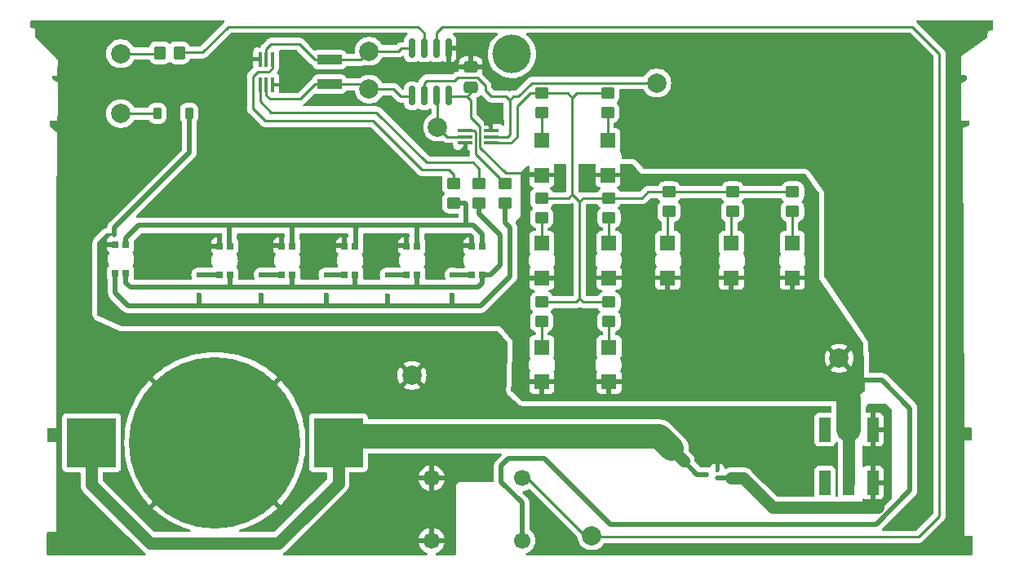
<source format=gbr>
%TF.GenerationSoftware,KiCad,Pcbnew,7.0.7*%
%TF.CreationDate,2023-11-20T21:29:34+01:00*%
%TF.ProjectId,sss_ornament_2023,7373735f-6f72-46e6-916d-656e745f3230,rev?*%
%TF.SameCoordinates,Original*%
%TF.FileFunction,Copper,L2,Bot*%
%TF.FilePolarity,Positive*%
%FSLAX46Y46*%
G04 Gerber Fmt 4.6, Leading zero omitted, Abs format (unit mm)*
G04 Created by KiCad (PCBNEW 7.0.7) date 2023-11-20 21:29:34*
%MOMM*%
%LPD*%
G01*
G04 APERTURE LIST*
G04 Aperture macros list*
%AMRoundRect*
0 Rectangle with rounded corners*
0 $1 Rounding radius*
0 $2 $3 $4 $5 $6 $7 $8 $9 X,Y pos of 4 corners*
0 Add a 4 corners polygon primitive as box body*
4,1,4,$2,$3,$4,$5,$6,$7,$8,$9,$2,$3,0*
0 Add four circle primitives for the rounded corners*
1,1,$1+$1,$2,$3*
1,1,$1+$1,$4,$5*
1,1,$1+$1,$6,$7*
1,1,$1+$1,$8,$9*
0 Add four rect primitives between the rounded corners*
20,1,$1+$1,$2,$3,$4,$5,0*
20,1,$1+$1,$4,$5,$6,$7,0*
20,1,$1+$1,$6,$7,$8,$9,0*
20,1,$1+$1,$8,$9,$2,$3,0*%
G04 Aperture macros list end*
%TA.AperFunction,ComponentPad*%
%ADD10C,4.000000*%
%TD*%
%TA.AperFunction,SMDPad,CuDef*%
%ADD11R,0.700000X0.800000*%
%TD*%
%TA.AperFunction,ComponentPad*%
%ADD12C,1.700000*%
%TD*%
%TA.AperFunction,SMDPad,CuDef*%
%ADD13RoundRect,0.150000X0.150000X-0.825000X0.150000X0.825000X-0.150000X0.825000X-0.150000X-0.825000X0*%
%TD*%
%TA.AperFunction,SMDPad,CuDef*%
%ADD14R,1.600000X1.500000*%
%TD*%
%TA.AperFunction,SMDPad,CuDef*%
%ADD15RoundRect,0.250000X0.450000X-0.350000X0.450000X0.350000X-0.450000X0.350000X-0.450000X-0.350000X0*%
%TD*%
%TA.AperFunction,SMDPad,CuDef*%
%ADD16RoundRect,0.225000X0.225000X0.375000X-0.225000X0.375000X-0.225000X-0.375000X0.225000X-0.375000X0*%
%TD*%
%TA.AperFunction,SMDPad,CuDef*%
%ADD17C,2.000000*%
%TD*%
%TA.AperFunction,SMDPad,CuDef*%
%ADD18R,1.200000X2.500000*%
%TD*%
%TA.AperFunction,SMDPad,CuDef*%
%ADD19R,0.400000X1.500000*%
%TD*%
%TA.AperFunction,SMDPad,CuDef*%
%ADD20R,5.100000X5.100000*%
%TD*%
%TA.AperFunction,SMDPad,CuDef*%
%ADD21C,17.800000*%
%TD*%
%TA.AperFunction,SMDPad,CuDef*%
%ADD22R,0.450000X0.400000*%
%TD*%
%TA.AperFunction,SMDPad,CuDef*%
%ADD23R,0.450000X0.500000*%
%TD*%
%TA.AperFunction,SMDPad,CuDef*%
%ADD24RoundRect,0.250000X0.475000X-0.337500X0.475000X0.337500X-0.475000X0.337500X-0.475000X-0.337500X0*%
%TD*%
%TA.AperFunction,SMDPad,CuDef*%
%ADD25R,1.500000X0.400000*%
%TD*%
%TA.AperFunction,SMDPad,CuDef*%
%ADD26R,2.500000X1.000000*%
%TD*%
%TA.AperFunction,SMDPad,CuDef*%
%ADD27RoundRect,0.250000X0.350000X0.450000X-0.350000X0.450000X-0.350000X-0.450000X0.350000X-0.450000X0*%
%TD*%
%TA.AperFunction,ViaPad*%
%ADD28C,0.600000*%
%TD*%
%TA.AperFunction,Conductor*%
%ADD29C,1.270000*%
%TD*%
%TA.AperFunction,Conductor*%
%ADD30C,2.540000*%
%TD*%
%TA.AperFunction,Conductor*%
%ADD31C,0.508000*%
%TD*%
%TA.AperFunction,Conductor*%
%ADD32C,0.254000*%
%TD*%
%TA.AperFunction,Conductor*%
%ADD33C,0.250000*%
%TD*%
G04 APERTURE END LIST*
D10*
%TO.P,REF\u002A\u002A,1*%
%TO.N,N/C*%
X132926737Y-60500000D03*
%TD*%
D11*
%TO.P,D15,1,RK*%
%TO.N,Net-(D14-RK)*%
X102574000Y-83415000D03*
%TO.P,D15,2,A*%
%TO.N,VBATT_SW*%
X102574000Y-80415000D03*
%TO.P,D15,3,GK*%
%TO.N,Net-(D14-GK)*%
X103674000Y-83439000D03*
%TO.P,D15,4,BK*%
%TO.N,Net-(D14-BK)*%
X103674000Y-80415000D03*
%TD*%
D12*
%TO.P,J5,1,Pin_1*%
%TO.N,GND*%
X124587000Y-110998000D03*
%TD*%
D13*
%TO.P,U1,1,VCC*%
%TO.N,VBATT_SW*%
X126365000Y-64832000D03*
%TO.P,U1,2,PA6*%
%TO.N,/LED_OUT1*%
X125095000Y-64832000D03*
%TO.P,U1,3,PA7*%
%TO.N,/RGB_LED_OUT3*%
X123825000Y-64832000D03*
%TO.P,U1,4,PA1*%
%TO.N,/RGB_LED_OUT1{slash}TX*%
X122555000Y-64832000D03*
%TO.P,U1,5,PA2*%
%TO.N,/RGB_LED_OUT2{slash}RX*%
X122555000Y-59882000D03*
%TO.P,U1,6,~{RESET}/PA0*%
%TO.N,Net-(U1-~{RESET}{slash}PA0)*%
X123825000Y-59882000D03*
%TO.P,U1,7,PA3*%
%TO.N,/PIR_OUT*%
X125095000Y-59882000D03*
%TO.P,U1,8,GND*%
%TO.N,GND*%
X126365000Y-59882000D03*
%TD*%
D14*
%TO.P,D6,1,K*%
%TO.N,Net-(D6-K)*%
X149098000Y-80115000D03*
%TO.P,D6,2,A*%
%TO.N,VBATT_SW*%
X149098000Y-83715000D03*
%TD*%
D15*
%TO.P,R1,1*%
%TO.N,Net-(D8-K)*%
X143002000Y-77454000D03*
%TO.P,R1,2*%
%TO.N,Net-(Q2A-D)*%
X143002000Y-75454000D03*
%TD*%
%TO.P,R7,1*%
%TO.N,Net-(D2-K)*%
X162052000Y-76819000D03*
%TO.P,R7,2*%
%TO.N,Net-(Q2A-D)*%
X162052000Y-74819000D03*
%TD*%
%TO.P,R13,1*%
%TO.N,Net-(D13-K)*%
X143002000Y-88249000D03*
%TO.P,R13,2*%
%TO.N,Net-(Q2A-D)*%
X143002000Y-86249000D03*
%TD*%
D11*
%TO.P,D17,1,RK*%
%TO.N,Net-(D14-RK)*%
X91779000Y-83264000D03*
%TO.P,D17,2,A*%
%TO.N,VBATT_SW*%
X91779000Y-80264000D03*
%TO.P,D17,3,GK*%
%TO.N,Net-(D14-GK)*%
X92879000Y-83288000D03*
%TO.P,D17,4,BK*%
%TO.N,Net-(D14-BK)*%
X92879000Y-80264000D03*
%TD*%
D16*
%TO.P,D1,1,K*%
%TO.N,VBATT_SW*%
X99440000Y-66635000D03*
%TO.P,D1,2,A*%
%TO.N,/V_UPDI*%
X96140000Y-66635000D03*
%TD*%
D14*
%TO.P,D12,1,K*%
%TO.N,Net-(D12-K)*%
X136017000Y-90924500D03*
%TO.P,D12,2,A*%
%TO.N,VBATT_SW*%
X136017000Y-94524500D03*
%TD*%
D17*
%TO.P,TP1,1,1*%
%TO.N,/V_UPDI*%
X92329000Y-66675000D03*
%TD*%
%TO.P,TP4,1,1*%
%TO.N,/PIR_OUT*%
X141224000Y-110490000D03*
%TD*%
D12*
%TO.P,J4,1,Pin_1*%
%TO.N,VBATT_SW*%
X133985000Y-110998000D03*
%TD*%
D17*
%TO.P,TP7,1,1*%
%TO.N,/RGB_LED_OUT1{slash}TX*%
X118110000Y-64135000D03*
%TD*%
D14*
%TO.P,D4,1,K*%
%TO.N,Net-(D4-K)*%
X155702000Y-80115000D03*
%TO.P,D4,2,A*%
%TO.N,VBATT_SW*%
X155702000Y-83715000D03*
%TD*%
D12*
%TO.P,J2,1,Pin_1*%
%TO.N,/PIR_OUT*%
X133985000Y-104521000D03*
%TD*%
D15*
%TO.P,R16,1*%
%TO.N,Net-(D14-BK)*%
X126873000Y-75930000D03*
%TO.P,R16,2*%
%TO.N,Net-(Q3B-D)*%
X126873000Y-73930000D03*
%TD*%
D17*
%TO.P,TP10,1,1*%
%TO.N,/RGB_LED_OUT3*%
X147955000Y-63500000D03*
%TD*%
%TO.P,TP5,1,1*%
%TO.N,VBATT_SW*%
X166878000Y-92075000D03*
%TD*%
D18*
%TO.P,S2,1*%
%TO.N,/VBATT_PROT*%
X170394000Y-104985000D03*
%TO.P,S2,2*%
%TO.N,VBATT_SW*%
X167894000Y-104985000D03*
%TO.P,S2,3*%
%TO.N,unconnected-(S2-Pad3)*%
X165394000Y-104985000D03*
%TO.P,S2,4*%
%TO.N,/VBATT_PROT*%
X170394000Y-99485000D03*
%TO.P,S2,5*%
%TO.N,VBATT_SW*%
X167894000Y-99485000D03*
%TO.P,S2,6*%
%TO.N,unconnected-(S2-Pad6)*%
X165394000Y-99485000D03*
%TD*%
D15*
%TO.P,R15,1*%
%TO.N,Net-(D14-GK)*%
X129540000Y-75930000D03*
%TO.P,R15,2*%
%TO.N,Net-(Q3A-D)*%
X129540000Y-73930000D03*
%TD*%
D17*
%TO.P,TP11,1,1*%
%TO.N,GND*%
X122555000Y-93853000D03*
%TD*%
D15*
%TO.P,R14,1*%
%TO.N,Net-(D14-RK)*%
X132207000Y-75930000D03*
%TO.P,R14,2*%
%TO.N,Net-(Q2B-D)*%
X132207000Y-73930000D03*
%TD*%
D14*
%TO.P,D9,1,K*%
%TO.N,Net-(D9-K)*%
X142875000Y-69447000D03*
%TO.P,D9,2,A*%
%TO.N,VBATT_SW*%
X142875000Y-73047000D03*
%TD*%
D11*
%TO.P,D5,1,RK*%
%TO.N,Net-(D14-RK)*%
X128736000Y-83415000D03*
%TO.P,D5,2,A*%
%TO.N,VBATT_SW*%
X128736000Y-80415000D03*
%TO.P,D5,3,GK*%
%TO.N,Net-(D14-GK)*%
X129836000Y-83439000D03*
%TO.P,D5,4,BK*%
%TO.N,Net-(D14-BK)*%
X129836000Y-80415000D03*
%TD*%
%TO.P,D3,1,RK*%
%TO.N,Net-(D14-RK)*%
X122005000Y-83415000D03*
%TO.P,D3,2,A*%
%TO.N,VBATT_SW*%
X122005000Y-80415000D03*
%TO.P,D3,3,GK*%
%TO.N,Net-(D14-GK)*%
X123105000Y-83439000D03*
%TO.P,D3,4,BK*%
%TO.N,Net-(D14-BK)*%
X123105000Y-80415000D03*
%TD*%
D14*
%TO.P,D13,1,K*%
%TO.N,Net-(D13-K)*%
X143002000Y-90924500D03*
%TO.P,D13,2,A*%
%TO.N,VBATT_SW*%
X143002000Y-94524500D03*
%TD*%
D17*
%TO.P,TP8,1,1*%
%TO.N,GND*%
X92329000Y-63563500D03*
%TD*%
D15*
%TO.P,R5,1*%
%TO.N,Net-(D11-K)*%
X136017000Y-77454000D03*
%TO.P,R5,2*%
%TO.N,Net-(Q2A-D)*%
X136017000Y-75454000D03*
%TD*%
%TO.P,R2,1*%
%TO.N,Net-(D9-K)*%
X142875000Y-66532000D03*
%TO.P,R2,2*%
%TO.N,Net-(Q2A-D)*%
X142875000Y-64532000D03*
%TD*%
D19*
%TO.P,Q3,1,S*%
%TO.N,GND*%
X106792000Y-61027000D03*
%TO.P,Q3,2,G*%
%TO.N,/RGB_LED_OUT2{slash}RX*%
X107442000Y-61027000D03*
%TO.P,Q3,3,D*%
%TO.N,Net-(Q3B-D)*%
X108092000Y-61027000D03*
%TO.P,Q3,4,S*%
%TO.N,GND*%
X108092000Y-63687000D03*
%TO.P,Q3,5,G*%
%TO.N,/RGB_LED_OUT1{slash}TX*%
X107442000Y-63687000D03*
%TO.P,Q3,6,D*%
%TO.N,Net-(Q3A-D)*%
X106792000Y-63687000D03*
%TD*%
D20*
%TO.P,BT1,1,+*%
%TO.N,+BATT*%
X89308000Y-100838000D03*
X114908000Y-100838000D03*
D21*
%TO.P,BT1,2,-*%
%TO.N,GND*%
X102108000Y-100838000D03*
%TD*%
D17*
%TO.P,TP6,1,1*%
%TO.N,/LED_OUT1*%
X125222000Y-68072000D03*
%TD*%
D11*
%TO.P,D14,1,RK*%
%TO.N,Net-(D14-RK)*%
X109051000Y-83415000D03*
%TO.P,D14,2,A*%
%TO.N,VBATT_SW*%
X109051000Y-80415000D03*
%TO.P,D14,3,GK*%
%TO.N,Net-(D14-GK)*%
X110151000Y-83439000D03*
%TO.P,D14,4,BK*%
%TO.N,Net-(D14-BK)*%
X110151000Y-80415000D03*
%TD*%
D15*
%TO.P,R11,1*%
%TO.N,Net-(D6-K)*%
X149225000Y-76819000D03*
%TO.P,R11,2*%
%TO.N,Net-(Q2A-D)*%
X149225000Y-74819000D03*
%TD*%
D14*
%TO.P,D2,1,K*%
%TO.N,Net-(D2-K)*%
X162022831Y-80115000D03*
%TO.P,D2,2,A*%
%TO.N,VBATT_SW*%
X162022831Y-83715000D03*
%TD*%
D17*
%TO.P,TP9,1,1*%
%TO.N,/RGB_LED_OUT2{slash}RX*%
X118110000Y-60198000D03*
%TD*%
D14*
%TO.P,D8,1,K*%
%TO.N,Net-(D8-K)*%
X143002000Y-80115000D03*
%TO.P,D8,2,A*%
%TO.N,VBATT_SW*%
X143002000Y-83715000D03*
%TD*%
D22*
%TO.P,Q1,1,G*%
%TO.N,GND*%
X154245000Y-103740000D03*
%TO.P,Q1,2,S*%
%TO.N,/VBATT_PROT*%
X154245000Y-104540000D03*
D23*
%TO.P,Q1,3,D*%
%TO.N,+BATT*%
X153095000Y-104140000D03*
%TD*%
D15*
%TO.P,R9,1*%
%TO.N,Net-(D4-K)*%
X155829000Y-76819000D03*
%TO.P,R9,2*%
%TO.N,Net-(Q2A-D)*%
X155829000Y-74819000D03*
%TD*%
D17*
%TO.P,TP2,1,1*%
%TO.N,/UPDI*%
X92329000Y-60452000D03*
%TD*%
D11*
%TO.P,D7,1,RK*%
%TO.N,Net-(D14-RK)*%
X115570000Y-83415000D03*
%TO.P,D7,2,A*%
%TO.N,VBATT_SW*%
X115570000Y-80415000D03*
%TO.P,D7,3,GK*%
%TO.N,Net-(D14-GK)*%
X116670000Y-83439000D03*
%TO.P,D7,4,BK*%
%TO.N,Net-(D14-BK)*%
X116670000Y-80415000D03*
%TD*%
D24*
%TO.P,C1,1*%
%TO.N,VBATT_SW*%
X128651000Y-63902500D03*
%TO.P,C1,2*%
%TO.N,GND*%
X128651000Y-61827500D03*
%TD*%
D12*
%TO.P,J3,1,Pin_1*%
%TO.N,GND*%
X124587000Y-104521000D03*
%TD*%
D25*
%TO.P,Q2,1,S*%
%TO.N,GND*%
X128083000Y-69738000D03*
%TO.P,Q2,2,G*%
%TO.N,/LED_OUT1*%
X128083000Y-69088000D03*
%TO.P,Q2,3,D*%
%TO.N,Net-(Q2B-D)*%
X128083000Y-68438000D03*
%TO.P,Q2,4,S*%
%TO.N,GND*%
X130743000Y-68438000D03*
%TO.P,Q2,5,G*%
%TO.N,/RGB_LED_OUT3*%
X130743000Y-69088000D03*
%TO.P,Q2,6,D*%
%TO.N,Net-(Q2A-D)*%
X130743000Y-69738000D03*
%TD*%
D14*
%TO.P,D10,1,K*%
%TO.N,Net-(D10-K)*%
X136017000Y-69447000D03*
%TO.P,D10,2,A*%
%TO.N,VBATT_SW*%
X136017000Y-73047000D03*
%TD*%
D26*
%TO.P,J1,1,Pin_1*%
%TO.N,/RGB_LED_OUT1{slash}TX*%
X113982000Y-63627000D03*
%TO.P,J1,2,Pin_2*%
%TO.N,/RGB_LED_OUT2{slash}RX*%
X113982000Y-61087000D03*
%TD*%
D15*
%TO.P,R3,1*%
%TO.N,Net-(D10-K)*%
X136017000Y-66532000D03*
%TO.P,R3,2*%
%TO.N,Net-(Q2A-D)*%
X136017000Y-64532000D03*
%TD*%
%TO.P,R6,1*%
%TO.N,Net-(D12-K)*%
X136017000Y-88249000D03*
%TO.P,R6,2*%
%TO.N,Net-(Q2A-D)*%
X136017000Y-86249000D03*
%TD*%
D14*
%TO.P,D11,1,K*%
%TO.N,Net-(D11-K)*%
X136017000Y-80129500D03*
%TO.P,D11,2,A*%
%TO.N,VBATT_SW*%
X136017000Y-83729500D03*
%TD*%
D27*
%TO.P,R4,1*%
%TO.N,Net-(U1-~{RESET}{slash}PA0)*%
X98393000Y-60368500D03*
%TO.P,R4,2*%
%TO.N,/UPDI*%
X96393000Y-60368500D03*
%TD*%
D28*
%TO.N,GND*%
X87418333Y-111633000D03*
X175895000Y-78994000D03*
X175895000Y-85259333D03*
X130248300Y-67635600D03*
X176403000Y-111633000D03*
X89027000Y-85259333D03*
X173270334Y-111633000D03*
X89027000Y-78994000D03*
X175895000Y-80560335D03*
X89027000Y-82126667D03*
X88984666Y-111633000D03*
X175895000Y-83693000D03*
X92117332Y-111633000D03*
X177969333Y-111633000D03*
X89027000Y-80560335D03*
X90550999Y-111633000D03*
X85852000Y-111633000D03*
X89027000Y-83693000D03*
X126492000Y-70612000D03*
X175895000Y-82126667D03*
X179535668Y-111633000D03*
X174836667Y-111633000D03*
%TO.N,VBATT_SW*%
X118745000Y-83439000D03*
X112141000Y-83439000D03*
X112141000Y-88011000D03*
X99060000Y-83439000D03*
X118745000Y-88011000D03*
X99060000Y-88011000D03*
X125222000Y-83439000D03*
X105664000Y-83439000D03*
X125222000Y-88011000D03*
X105664000Y-88011000D03*
%TO.N,Net-(D14-RK)*%
X106934000Y-85540497D03*
X120015000Y-83439000D03*
X113665000Y-83439000D03*
X106934000Y-83439000D03*
X120015000Y-85598000D03*
X126746000Y-85541952D03*
X100457000Y-83439000D03*
X113665000Y-85540497D03*
X100457000Y-85540497D03*
X126746000Y-83439000D03*
%TD*%
D29*
%TO.N,+BATT*%
X114908000Y-100838000D02*
X114908000Y-105056000D01*
D30*
X115543000Y-100203000D02*
X147701000Y-100203000D01*
D29*
X114908000Y-105056000D02*
X108712000Y-111252000D01*
D30*
X147701000Y-100203000D02*
X148209000Y-100203000D01*
D29*
X89308000Y-101805370D02*
X89281000Y-101832370D01*
X108712000Y-111252000D02*
X95377000Y-111252000D01*
X89308000Y-105183000D02*
X89308000Y-100838000D01*
X89308000Y-100838000D02*
X89308000Y-101805370D01*
D30*
X148209000Y-100203000D02*
X149479000Y-101473000D01*
D31*
X152146000Y-104140000D02*
X153095000Y-104140000D01*
X150749000Y-102743000D02*
X152146000Y-104140000D01*
D30*
X114908000Y-100838000D02*
X115543000Y-100203000D01*
D29*
X149479000Y-101473000D02*
X150749000Y-102743000D01*
X95377000Y-111252000D02*
X89308000Y-105183000D01*
D32*
%TO.N,GND*%
X130743000Y-68130300D02*
X130248300Y-67635600D01*
X128083000Y-70037000D02*
X128083000Y-69738000D01*
X130743000Y-68438000D02*
X130743000Y-68130300D01*
X126492000Y-70612000D02*
X127508000Y-70612000D01*
X127508000Y-70612000D02*
X128083000Y-70037000D01*
D31*
%TO.N,VBATT_SW*%
X127518450Y-80380550D02*
X128723767Y-80380550D01*
X118745000Y-82688424D02*
X121042424Y-80391000D01*
X133985000Y-107061000D02*
X131826000Y-104902000D01*
D33*
X129608000Y-70203000D02*
X129608000Y-68020605D01*
D31*
X99060000Y-83439000D02*
X99060000Y-82804000D01*
X109051000Y-80394245D02*
X109044455Y-80396569D01*
X99060000Y-82804000D02*
X101449000Y-80415000D01*
D33*
X128651000Y-64516000D02*
X128651000Y-63902500D01*
D31*
X105664000Y-82804000D02*
X108077000Y-80391000D01*
X170704079Y-109347000D02*
X174244000Y-105807079D01*
D33*
X132272720Y-72867720D02*
X129608000Y-70203000D01*
D30*
X167894000Y-99485000D02*
X167894000Y-96266000D01*
D33*
X136017000Y-73047000D02*
X135917260Y-73047000D01*
D31*
X131826000Y-103251000D02*
X132588000Y-102489000D01*
X102490152Y-80415000D02*
X102564611Y-80388560D01*
D32*
X128524000Y-63624000D02*
X128524000Y-63394500D01*
D33*
X135737980Y-72867720D02*
X132272720Y-72867720D01*
D31*
X121042424Y-80391000D02*
X122035576Y-80391000D01*
D33*
X126430000Y-64897000D02*
X126365000Y-64832000D01*
D31*
X108077000Y-80391000D02*
X108954576Y-80391000D01*
D33*
X135917260Y-73047000D02*
X135737980Y-72867720D01*
D31*
X174244000Y-105807079D02*
X174244000Y-97282000D01*
X91694000Y-78486000D02*
X99440000Y-70740000D01*
X125222000Y-82677000D02*
X127518450Y-80380550D01*
X105664000Y-83439000D02*
X105664000Y-82804000D01*
X114427000Y-80391000D02*
X115558576Y-80391000D01*
X112141000Y-82677000D02*
X114427000Y-80391000D01*
X143129000Y-109347000D02*
X170704079Y-109347000D01*
D33*
X128651000Y-67063605D02*
X128651000Y-65278000D01*
X129608000Y-68020605D02*
X128651000Y-67063605D01*
D31*
X132588000Y-102489000D02*
X136271000Y-102489000D01*
X171323000Y-94361000D02*
X168910000Y-94361000D01*
D33*
X128270000Y-64897000D02*
X128651000Y-64516000D01*
D31*
X133985000Y-110998000D02*
X133985000Y-107061000D01*
X101449000Y-80415000D02*
X102490152Y-80415000D01*
X118745000Y-83439000D02*
X118745000Y-82688424D01*
X91694000Y-79248000D02*
X91694000Y-78486000D01*
X99440000Y-70740000D02*
X99440000Y-66635000D01*
D33*
X128651000Y-65278000D02*
X128270000Y-64897000D01*
D31*
X136271000Y-102489000D02*
X143129000Y-109347000D01*
D29*
X167894000Y-104985000D02*
X167894000Y-99485000D01*
D31*
X109093000Y-80352245D02*
X109051000Y-80394245D01*
X131826000Y-104902000D02*
X131826000Y-103251000D01*
X125349000Y-83312000D02*
X125222000Y-83439000D01*
X125222000Y-83439000D02*
X125222000Y-82677000D01*
D33*
X128270000Y-64897000D02*
X126430000Y-64897000D01*
D31*
X112141000Y-83439000D02*
X112141000Y-82677000D01*
X174244000Y-97282000D02*
X171323000Y-94361000D01*
D33*
%TO.N,/V_UPDI*%
X92329000Y-66675000D02*
X96100000Y-66675000D01*
%TO.N,Net-(D2-K)*%
X162052000Y-76819000D02*
X162022831Y-76848169D01*
X162022831Y-76848169D02*
X162022831Y-80115000D01*
D31*
%TO.N,Net-(D14-RK)*%
X132207000Y-77978000D02*
X132207000Y-75930000D01*
X100457000Y-83439000D02*
X100457460Y-83439460D01*
X113667272Y-83436728D02*
X115548272Y-83436728D01*
X120015000Y-86614000D02*
X113665000Y-86614000D01*
X126759974Y-83452974D02*
X128716163Y-83452974D01*
X129667000Y-86614000D02*
X132715000Y-83566000D01*
X115548272Y-83436728D02*
X115558207Y-83441200D01*
X102549540Y-83439460D02*
X102560724Y-83444494D01*
X120022425Y-83431575D02*
X121988425Y-83431575D01*
X100457460Y-83439460D02*
X102549540Y-83439460D01*
X100457000Y-86614000D02*
X100457000Y-85540497D01*
X132715000Y-78486000D02*
X132207000Y-77978000D01*
X113665000Y-83439000D02*
X113667272Y-83436728D01*
X121988425Y-83431575D02*
X121996003Y-83434986D01*
X106934000Y-86614000D02*
X106934000Y-85540497D01*
X126746000Y-86614000D02*
X129667000Y-86614000D01*
X113665000Y-86614000D02*
X109093000Y-86614000D01*
X132715000Y-83566000D02*
X132715000Y-78486000D01*
X120015000Y-83439000D02*
X120022425Y-83431575D01*
X109034425Y-83431575D02*
X109042003Y-83434986D01*
X100457000Y-86614000D02*
X93091000Y-86614000D01*
X109093000Y-86614000D02*
X106934000Y-86614000D01*
X120015000Y-86614000D02*
X120015000Y-85598000D01*
X106934000Y-83439000D02*
X106941425Y-83431575D01*
X128716163Y-83452974D02*
X128725548Y-83455402D01*
X126746000Y-86614000D02*
X126746000Y-85541952D01*
X91779000Y-85302000D02*
X91779000Y-83415000D01*
X113665000Y-86614000D02*
X113665000Y-85540497D01*
X126746000Y-86614000D02*
X120015000Y-86614000D01*
X106934000Y-86614000D02*
X100457000Y-86614000D01*
X106941425Y-83431575D02*
X109034425Y-83431575D01*
X126746000Y-83439000D02*
X126759974Y-83452974D01*
X93091000Y-86614000D02*
X91779000Y-85302000D01*
%TO.N,Net-(D14-GK)*%
X92879000Y-84243000D02*
X92879000Y-83439000D01*
X123109108Y-83454676D02*
X123118274Y-83452274D01*
X129540000Y-77089000D02*
X131699000Y-79248000D01*
X123105000Y-83458785D02*
X123109109Y-83454676D01*
X131699000Y-82434000D02*
X130694000Y-83439000D01*
X123105000Y-84709000D02*
X123105000Y-83458785D01*
X116674708Y-84686997D02*
X116674708Y-83449372D01*
X129836000Y-84286000D02*
X129433548Y-84688452D01*
X123718548Y-84688452D02*
X123698000Y-84709000D01*
X130694000Y-83439000D02*
X129836000Y-83439000D01*
X129540000Y-75930000D02*
X129540000Y-77089000D01*
X123698000Y-84709000D02*
X123105000Y-84709000D01*
X104244997Y-84686997D02*
X93322997Y-84686997D01*
X110155108Y-84686997D02*
X110155108Y-83454676D01*
X117912333Y-84686997D02*
X116674708Y-84686997D01*
X104244997Y-84686997D02*
X103674000Y-84686997D01*
X117912333Y-84686997D02*
X111387429Y-84686997D01*
X93322997Y-84686997D02*
X92879000Y-84243000D01*
X111387429Y-84686997D02*
X104244997Y-84686997D01*
X129836000Y-83439000D02*
X129836000Y-84286000D01*
X131699000Y-79248000D02*
X131699000Y-82434000D01*
X123698000Y-84709000D02*
X123675997Y-84686997D01*
X123675997Y-84686997D02*
X117912333Y-84686997D01*
X129433548Y-84688452D02*
X123718548Y-84688452D01*
X111387429Y-84686997D02*
X110155108Y-84686997D01*
X103674000Y-84686997D02*
X103674000Y-83439000D01*
%TO.N,Net-(D14-BK)*%
X125619000Y-78232000D02*
X123190000Y-78232000D01*
X109982000Y-78232000D02*
X110109000Y-78359000D01*
X125619000Y-78232000D02*
X128143000Y-78232000D01*
X103632000Y-78359000D02*
X103632000Y-80340352D01*
X128905000Y-78232000D02*
X129841698Y-79168698D01*
X103759000Y-78232000D02*
X103632000Y-78359000D01*
X103759000Y-78232000D02*
X94234000Y-78232000D01*
X92879000Y-79587000D02*
X92879000Y-80218845D01*
X103632000Y-80340352D02*
X103682492Y-80390844D01*
X126873000Y-75930000D02*
X128000000Y-75930000D01*
X129841698Y-79168698D02*
X129841698Y-80398791D01*
X116967000Y-78232000D02*
X109982000Y-78232000D01*
X116713000Y-78486000D02*
X116713000Y-80354551D01*
X123063000Y-80329611D02*
X123116286Y-80382897D01*
X109982000Y-78232000D02*
X103759000Y-78232000D01*
X110109000Y-80329612D02*
X110162285Y-80382897D01*
X116713000Y-80354551D02*
X116679460Y-80388091D01*
X123063000Y-78359000D02*
X123063000Y-80329611D01*
X116967000Y-78232000D02*
X116713000Y-78486000D01*
X128000000Y-75930000D02*
X128143000Y-76073000D01*
X128143000Y-76073000D02*
X128143000Y-78232000D01*
X92879000Y-80218845D02*
X92930021Y-80269866D01*
X94234000Y-78232000D02*
X92879000Y-79587000D01*
X123190000Y-78232000D02*
X116967000Y-78232000D01*
X123190000Y-78232000D02*
X123063000Y-78359000D01*
X128143000Y-78232000D02*
X128905000Y-78232000D01*
X110109000Y-78359000D02*
X110109000Y-80329612D01*
D33*
%TO.N,Net-(D4-K)*%
X155829000Y-76819000D02*
X155702000Y-76946000D01*
X155702000Y-76946000D02*
X155702000Y-80115000D01*
%TO.N,Net-(D6-K)*%
X149225000Y-76819000D02*
X149098000Y-76946000D01*
X149098000Y-76946000D02*
X149098000Y-80115000D01*
%TO.N,Net-(D8-K)*%
X143002000Y-77454000D02*
X143002000Y-80115000D01*
%TO.N,Net-(D9-K)*%
X142875000Y-66532000D02*
X142875000Y-69447000D01*
%TO.N,Net-(D10-K)*%
X136017000Y-66532000D02*
X136017000Y-69447000D01*
%TO.N,Net-(D11-K)*%
X136017000Y-77454000D02*
X136017000Y-80129500D01*
%TO.N,Net-(D12-K)*%
X136017000Y-88249000D02*
X136017000Y-90924500D01*
%TO.N,Net-(D13-K)*%
X143002000Y-88249000D02*
X143002000Y-90924500D01*
%TO.N,/RGB_LED_OUT1{slash}TX*%
X120650000Y-64135000D02*
X118110000Y-64135000D01*
X118110000Y-64135000D02*
X117602000Y-63627000D01*
X107442000Y-63687000D02*
X107442000Y-64770000D01*
X121412000Y-64897000D02*
X120650000Y-64135000D01*
X117602000Y-63627000D02*
X114427000Y-63627000D01*
X107823000Y-65151000D02*
X110998000Y-65151000D01*
X122490000Y-64897000D02*
X121412000Y-64897000D01*
X107442000Y-64770000D02*
X107823000Y-65151000D01*
X122555000Y-64832000D02*
X122490000Y-64897000D01*
X110998000Y-65151000D02*
X112522000Y-63627000D01*
X112522000Y-63627000D02*
X114427000Y-63627000D01*
%TO.N,/RGB_LED_OUT2{slash}RX*%
X110871000Y-59436000D02*
X107950000Y-59436000D01*
X112522000Y-61087000D02*
X110871000Y-59436000D01*
X114427000Y-61087000D02*
X112522000Y-61087000D01*
X121474000Y-59882000D02*
X121158000Y-60198000D01*
X118110000Y-60198000D02*
X117221000Y-61087000D01*
X107950000Y-59436000D02*
X107442000Y-59944000D01*
X122555000Y-59882000D02*
X121474000Y-59882000D01*
X117221000Y-61087000D02*
X114427000Y-61087000D01*
X121158000Y-60198000D02*
X118110000Y-60198000D01*
X107442000Y-59944000D02*
X107442000Y-61027000D01*
D32*
%TO.N,/PIR_OUT*%
X177292000Y-60452000D02*
X177292000Y-108458000D01*
X140589000Y-110617000D02*
X134493000Y-104521000D01*
X125095000Y-58293000D02*
X125730000Y-57658000D01*
X125730000Y-57658000D02*
X174498000Y-57658000D01*
X174498000Y-57658000D02*
X177292000Y-60452000D01*
X177292000Y-108458000D02*
X175133000Y-110617000D01*
X175133000Y-110617000D02*
X140589000Y-110617000D01*
X134493000Y-104521000D02*
X133985000Y-104521000D01*
X125095000Y-59882000D02*
X125095000Y-58293000D01*
%TO.N,/LED_OUT1*%
X125095000Y-64832000D02*
X125222000Y-64959000D01*
X125222000Y-64959000D02*
X125222000Y-68072000D01*
X125222000Y-68072000D02*
X126238000Y-69088000D01*
X126238000Y-69088000D02*
X128083000Y-69088000D01*
D33*
%TO.N,Net-(Q2B-D)*%
X129158000Y-68579000D02*
X129158000Y-70881000D01*
X128083000Y-68438000D02*
X129017000Y-68438000D01*
X129017000Y-68438000D02*
X129158000Y-68579000D01*
X129158000Y-70881000D02*
X132207000Y-73930000D01*
%TO.N,/RGB_LED_OUT3*%
X129314673Y-62940500D02*
X127305500Y-62940500D01*
X132715000Y-68834000D02*
X132715000Y-67310000D01*
X132461000Y-69088000D02*
X132715000Y-68834000D01*
D32*
X133604000Y-64897000D02*
X135001000Y-63500000D01*
X127000000Y-63246000D02*
X127305500Y-62940500D01*
X132334000Y-64897000D02*
X130810000Y-64897000D01*
X124079000Y-63246000D02*
X127000000Y-63246000D01*
X132715000Y-65278000D02*
X132334000Y-64897000D01*
D33*
X130175000Y-64262000D02*
X130810000Y-64897000D01*
D32*
X132715000Y-65278000D02*
X132715000Y-67310000D01*
X133096000Y-64897000D02*
X133604000Y-64897000D01*
X123825000Y-64832000D02*
X123825000Y-63500000D01*
D33*
X130175000Y-64262000D02*
X130175000Y-63800827D01*
X130175000Y-63800827D02*
X129314673Y-62940500D01*
D32*
X135001000Y-63500000D02*
X147955000Y-63500000D01*
X123825000Y-63500000D02*
X124079000Y-63246000D01*
X132715000Y-65278000D02*
X133096000Y-64897000D01*
D33*
X130743000Y-69088000D02*
X132461000Y-69088000D01*
%TO.N,Net-(Q2A-D)*%
X143018000Y-75438000D02*
X143002000Y-75454000D01*
X138795000Y-75454000D02*
X136017000Y-75454000D01*
X136017000Y-64532000D02*
X134858000Y-64532000D01*
X139192000Y-75057000D02*
X139192000Y-65024000D01*
X140319000Y-75454000D02*
X143002000Y-75454000D01*
X139192000Y-65024000D02*
X139684000Y-64532000D01*
X143002000Y-86249000D02*
X140351000Y-86249000D01*
X133477000Y-69088000D02*
X132827000Y-69738000D01*
X139954000Y-75819000D02*
X139573000Y-75438000D01*
X134858000Y-64532000D02*
X133477000Y-65913000D01*
X140351000Y-86249000D02*
X139954000Y-85852000D01*
X136017000Y-86249000D02*
X139557000Y-86249000D01*
X136001000Y-75438000D02*
X136017000Y-75454000D01*
X138700000Y-64532000D02*
X139192000Y-65024000D01*
X147050000Y-74819000D02*
X146431000Y-75438000D01*
X139954000Y-85852000D02*
X139954000Y-75819000D01*
X146431000Y-75438000D02*
X143018000Y-75438000D01*
X136033000Y-75438000D02*
X136017000Y-75454000D01*
X132827000Y-69738000D02*
X130743000Y-69738000D01*
X139684000Y-64532000D02*
X142875000Y-64532000D01*
X139192000Y-75057000D02*
X138795000Y-75454000D01*
X136017000Y-64532000D02*
X138700000Y-64532000D01*
X139557000Y-86249000D02*
X139954000Y-85852000D01*
X139954000Y-75819000D02*
X140319000Y-75454000D01*
X162052000Y-74819000D02*
X147050000Y-74819000D01*
X139573000Y-75438000D02*
X139192000Y-75057000D01*
X133477000Y-65913000D02*
X133477000Y-69088000D01*
%TO.N,Net-(Q3B-D)*%
X108092000Y-61027000D02*
X108092000Y-61961000D01*
X107696000Y-62357000D02*
X106553000Y-62357000D01*
X123571000Y-72517000D02*
X126365000Y-72517000D01*
X106045000Y-62865000D02*
X106045000Y-66167000D01*
X106045000Y-66167000D02*
X107315000Y-67437000D01*
X106553000Y-62357000D02*
X106045000Y-62865000D01*
X108092000Y-61961000D02*
X107696000Y-62357000D01*
X126873000Y-73025000D02*
X126873000Y-73930000D01*
X107315000Y-67437000D02*
X118491000Y-67437000D01*
X126365000Y-72517000D02*
X126873000Y-73025000D01*
X118491000Y-67437000D02*
X123571000Y-72517000D01*
%TO.N,Net-(Q3A-D)*%
X128905000Y-71755000D02*
X129540000Y-72390000D01*
X106807000Y-65405000D02*
X107950000Y-66548000D01*
X124079000Y-71755000D02*
X128905000Y-71755000D01*
X118872000Y-66548000D02*
X124079000Y-71755000D01*
X106792000Y-63687000D02*
X106792000Y-64756396D01*
X107950000Y-66548000D02*
X118872000Y-66548000D01*
X106807000Y-64771396D02*
X106807000Y-65405000D01*
X129540000Y-72390000D02*
X129540000Y-73930000D01*
X106792000Y-64756396D02*
X106807000Y-64771396D01*
%TO.N,Net-(U1-~{RESET}{slash}PA0)*%
X98436500Y-60325000D02*
X100838000Y-60325000D01*
X98393000Y-60368500D02*
X98436500Y-60325000D01*
X100838000Y-60325000D02*
X103505000Y-57658000D01*
X123825000Y-58293000D02*
X123825000Y-59882000D01*
X123698000Y-59755000D02*
X123825000Y-59882000D01*
X123190000Y-57658000D02*
X123825000Y-58293000D01*
X103505000Y-57658000D02*
X123190000Y-57658000D01*
%TO.N,/UPDI*%
X92329000Y-60452000D02*
X96309500Y-60452000D01*
X96309500Y-60452000D02*
X96393000Y-60368500D01*
D29*
%TO.N,/VBATT_PROT*%
X156900082Y-104521000D02*
X159948082Y-107569000D01*
D31*
X155683000Y-104540000D02*
X155702000Y-104521000D01*
D29*
X155702000Y-104521000D02*
X156900082Y-104521000D01*
D31*
X154245000Y-104540000D02*
X155683000Y-104540000D01*
D29*
X159948082Y-107569000D02*
X170942000Y-107569000D01*
%TD*%
%TA.AperFunction,Conductor*%
%TO.N,/VBATT_PROT*%
G36*
X171712961Y-96793685D02*
G01*
X171741180Y-96818616D01*
X172310259Y-97501511D01*
X172338055Y-97565613D01*
X172339000Y-97580893D01*
X172339000Y-106593693D01*
X172319315Y-106660732D01*
X172302681Y-106681374D01*
X171324374Y-107659681D01*
X171263051Y-107693166D01*
X171236693Y-107696000D01*
X169984078Y-107696000D01*
X169917039Y-107676315D01*
X169888819Y-107651383D01*
X169319741Y-106968489D01*
X169291945Y-106904386D01*
X169291000Y-106889106D01*
X169291000Y-106730757D01*
X169310685Y-106663718D01*
X169363489Y-106617963D01*
X169432647Y-106608019D01*
X169489312Y-106631491D01*
X169551910Y-106678352D01*
X169551913Y-106678354D01*
X169686620Y-106728596D01*
X169686627Y-106728598D01*
X169746155Y-106734999D01*
X169746172Y-106735000D01*
X170144000Y-106735000D01*
X170144000Y-106734999D01*
X170643999Y-106734999D01*
X170644000Y-106735000D01*
X171041828Y-106735000D01*
X171041844Y-106734999D01*
X171101372Y-106728598D01*
X171101379Y-106728596D01*
X171236086Y-106678354D01*
X171236093Y-106678350D01*
X171351187Y-106592190D01*
X171351190Y-106592187D01*
X171437350Y-106477093D01*
X171437354Y-106477086D01*
X171487596Y-106342379D01*
X171487598Y-106342372D01*
X171493999Y-106282844D01*
X171494000Y-106282827D01*
X171494000Y-105235000D01*
X170644000Y-105235000D01*
X170643999Y-106734999D01*
X170144000Y-106734999D01*
X170144000Y-104735000D01*
X170643999Y-104735000D01*
X171494000Y-104735000D01*
X171494000Y-103687172D01*
X171493999Y-103687155D01*
X171487598Y-103627627D01*
X171487596Y-103627620D01*
X171437354Y-103492913D01*
X171437350Y-103492906D01*
X171351190Y-103377812D01*
X171351187Y-103377809D01*
X171236093Y-103291649D01*
X171236086Y-103291645D01*
X171101379Y-103241403D01*
X171101372Y-103241401D01*
X171041844Y-103235000D01*
X170644000Y-103235000D01*
X170643999Y-104735000D01*
X170144000Y-104735000D01*
X170144000Y-103235000D01*
X169746155Y-103235000D01*
X169686627Y-103241401D01*
X169686620Y-103241403D01*
X169551913Y-103291645D01*
X169551910Y-103291647D01*
X169489311Y-103338509D01*
X169423846Y-103362926D01*
X169355573Y-103348074D01*
X169306168Y-103298669D01*
X169291000Y-103239242D01*
X169291000Y-101230757D01*
X169310685Y-101163718D01*
X169363489Y-101117963D01*
X169432647Y-101108019D01*
X169489312Y-101131491D01*
X169551910Y-101178352D01*
X169551913Y-101178354D01*
X169686620Y-101228596D01*
X169686627Y-101228598D01*
X169746155Y-101234999D01*
X169746172Y-101235000D01*
X170144000Y-101235000D01*
X170144000Y-101234999D01*
X170643999Y-101234999D01*
X170644000Y-101235000D01*
X171041828Y-101235000D01*
X171041844Y-101234999D01*
X171101372Y-101228598D01*
X171101379Y-101228596D01*
X171236086Y-101178354D01*
X171236093Y-101178350D01*
X171351187Y-101092190D01*
X171351190Y-101092187D01*
X171437350Y-100977093D01*
X171437354Y-100977086D01*
X171487596Y-100842379D01*
X171487598Y-100842372D01*
X171493999Y-100782844D01*
X171494000Y-100782827D01*
X171494000Y-99735000D01*
X170644000Y-99735000D01*
X170643999Y-101234999D01*
X170144000Y-101234999D01*
X170144000Y-99234999D01*
X170643999Y-99234999D01*
X170644000Y-99235000D01*
X171494000Y-99235000D01*
X171494000Y-98187172D01*
X171493999Y-98187155D01*
X171487598Y-98127627D01*
X171487596Y-98127620D01*
X171437354Y-97992913D01*
X171437350Y-97992906D01*
X171351190Y-97877812D01*
X171351187Y-97877809D01*
X171236093Y-97791649D01*
X171236086Y-97791645D01*
X171101379Y-97741403D01*
X171101372Y-97741401D01*
X171041844Y-97735000D01*
X170644000Y-97735000D01*
X170643999Y-99234999D01*
X170144000Y-99234999D01*
X170144000Y-97735000D01*
X169788500Y-97735000D01*
X169721461Y-97715315D01*
X169675706Y-97662511D01*
X169664500Y-97611000D01*
X169664500Y-97132693D01*
X169684185Y-97065654D01*
X169693236Y-97053316D01*
X169888819Y-96818616D01*
X169946858Y-96779718D01*
X169984078Y-96774000D01*
X171645922Y-96774000D01*
X171712961Y-96793685D01*
G37*
%TD.AperFunction*%
%TD*%
%TA.AperFunction,Conductor*%
%TO.N,GND*%
G36*
X182823610Y-56984447D02*
G01*
X182869381Y-57037237D01*
X182880602Y-57088539D01*
X182882156Y-57879587D01*
X182862603Y-57946665D01*
X182809889Y-57992524D01*
X182782838Y-58001350D01*
X182351096Y-58089042D01*
X182344093Y-58089376D01*
X182334250Y-58092271D01*
X182331867Y-58092881D01*
X182331786Y-58092942D01*
X182331692Y-58093099D01*
X182331677Y-58093158D01*
X182331266Y-58095982D01*
X182329539Y-58105023D01*
X182329895Y-58112136D01*
X182273818Y-58673183D01*
X182247564Y-58737933D01*
X182223459Y-58761067D01*
X179548706Y-60710110D01*
X179541226Y-60714308D01*
X179536539Y-60718966D01*
X179535521Y-60725472D01*
X179536523Y-60734016D01*
X179533584Y-62687593D01*
X179533275Y-62689198D01*
X179533507Y-62711369D01*
X179533507Y-62711371D01*
X179533508Y-62711371D01*
X179533598Y-62711584D01*
X179533665Y-62711748D01*
X179533666Y-62711749D01*
X179533667Y-62711749D01*
X179533669Y-62711752D01*
X179533870Y-62711833D01*
X179534048Y-62711907D01*
X179534050Y-62711906D01*
X179557124Y-62711906D01*
X179558346Y-62711656D01*
X179987456Y-62707956D01*
X180054661Y-62727061D01*
X180100869Y-62779469D01*
X180112519Y-62832925D01*
X180110086Y-63142751D01*
X180089876Y-63209634D01*
X180046086Y-63250297D01*
X179556124Y-63521176D01*
X179553333Y-63522522D01*
X179552847Y-63523009D01*
X179552659Y-63523660D01*
X179552825Y-63526712D01*
X179550834Y-67411655D01*
X179550787Y-67420371D01*
X179550937Y-67420776D01*
X179551327Y-67420775D01*
X179551330Y-67420776D01*
X179551332Y-67420775D01*
X179555729Y-67420765D01*
X179846781Y-67422790D01*
X180289927Y-67425875D01*
X180356828Y-67446026D01*
X180402214Y-67499147D01*
X180413064Y-67549704D01*
X180413427Y-67818104D01*
X180393833Y-67885170D01*
X180341091Y-67930997D01*
X180332153Y-67934679D01*
X179713548Y-68161732D01*
X179709267Y-68162492D01*
X179692814Y-68169334D01*
X179692624Y-68169413D01*
X179692392Y-68169500D01*
X179692360Y-68169530D01*
X179692316Y-68169632D01*
X179692316Y-68169866D01*
X179691690Y-68187212D01*
X179692427Y-68191375D01*
X179853225Y-99257288D01*
X179853030Y-99258339D01*
X179853308Y-99281169D01*
X179853415Y-99281421D01*
X179853468Y-99281549D01*
X179853470Y-99281551D01*
X179853755Y-99281666D01*
X179853853Y-99281706D01*
X179878744Y-99281490D01*
X179878744Y-99281519D01*
X179878920Y-99281479D01*
X180554533Y-99276488D01*
X180621715Y-99295677D01*
X180667859Y-99348142D01*
X180679448Y-99400164D01*
X180682303Y-100503092D01*
X180662792Y-100570182D01*
X180610106Y-100616074D01*
X180558303Y-100627413D01*
X179868120Y-100627413D01*
X179867914Y-100627372D01*
X179843360Y-100627372D01*
X179843261Y-100627413D01*
X179842977Y-100627529D01*
X179842975Y-100627531D01*
X179842818Y-100627913D01*
X179842732Y-100651506D01*
X179842853Y-100652130D01*
X179840762Y-110464907D01*
X179840720Y-110468279D01*
X179840792Y-110468457D01*
X179840873Y-110468661D01*
X179841047Y-110468824D01*
X179841260Y-110468823D01*
X179841262Y-110468824D01*
X179841263Y-110468823D01*
X179843754Y-110468814D01*
X180579864Y-110478043D01*
X180646649Y-110498566D01*
X180691738Y-110551940D01*
X180702307Y-110601790D01*
X180705819Y-112394459D01*
X180686266Y-112461537D01*
X180633551Y-112507395D01*
X180581798Y-112518702D01*
X134495633Y-112510757D01*
X134428597Y-112491061D01*
X134382851Y-112438249D01*
X134372919Y-112369089D01*
X134401955Y-112305538D01*
X134444675Y-112276162D01*
X134443756Y-112274191D01*
X134448663Y-112271903D01*
X134662830Y-112172035D01*
X134856401Y-112036495D01*
X135023495Y-111869401D01*
X135159035Y-111675830D01*
X135258903Y-111461663D01*
X135320063Y-111233408D01*
X135340659Y-110998000D01*
X135320063Y-110762592D01*
X135258903Y-110534337D01*
X135159035Y-110320171D01*
X135023495Y-110126599D01*
X135023494Y-110126597D01*
X134856404Y-109959508D01*
X134856402Y-109959506D01*
X134856401Y-109959505D01*
X134856396Y-109959501D01*
X134856393Y-109959499D01*
X134792376Y-109914673D01*
X134748751Y-109860096D01*
X134739500Y-109813099D01*
X134739500Y-107124998D01*
X134740809Y-107107028D01*
X134741030Y-107105515D01*
X134744315Y-107083093D01*
X134739735Y-107030752D01*
X134739500Y-107025349D01*
X134739500Y-107017066D01*
X134739500Y-107017059D01*
X134735674Y-106984327D01*
X134728943Y-106907388D01*
X134728941Y-106907383D01*
X134727483Y-106900319D01*
X134727537Y-106900307D01*
X134725881Y-106892837D01*
X134725827Y-106892850D01*
X134724160Y-106885822D01*
X134724160Y-106885816D01*
X134697752Y-106813260D01*
X134673464Y-106739964D01*
X134673461Y-106739960D01*
X134670412Y-106733419D01*
X134670461Y-106733395D01*
X134667128Y-106726509D01*
X134667079Y-106726534D01*
X134663835Y-106720075D01*
X134621400Y-106655555D01*
X134580872Y-106589849D01*
X134576392Y-106584183D01*
X134576434Y-106584149D01*
X134571597Y-106578211D01*
X134571556Y-106578246D01*
X134566912Y-106572711D01*
X134510752Y-106519728D01*
X134065153Y-106074129D01*
X134031668Y-106012806D01*
X134036652Y-105943115D01*
X134078523Y-105887181D01*
X134142024Y-105862920D01*
X134220408Y-105856063D01*
X134448663Y-105794903D01*
X134662830Y-105695035D01*
X134662832Y-105695032D01*
X134663785Y-105694589D01*
X134732862Y-105684097D01*
X134796646Y-105712617D01*
X134803871Y-105719290D01*
X139699204Y-110614623D01*
X139732689Y-110675946D01*
X139735099Y-110692062D01*
X139738891Y-110737818D01*
X139799936Y-110978881D01*
X139899826Y-111206606D01*
X140035833Y-111414782D01*
X140035836Y-111414785D01*
X140204256Y-111597738D01*
X140400491Y-111750474D01*
X140619190Y-111868828D01*
X140854386Y-111949571D01*
X141099665Y-111990500D01*
X141348335Y-111990500D01*
X141593614Y-111949571D01*
X141828810Y-111868828D01*
X142047509Y-111750474D01*
X142243744Y-111597738D01*
X142412164Y-111414785D01*
X142486712Y-111300679D01*
X142539859Y-111255322D01*
X142590522Y-111244500D01*
X175050033Y-111244500D01*
X175065681Y-111246227D01*
X175065708Y-111245946D01*
X175073475Y-111246680D01*
X175073476Y-111246679D01*
X175073477Y-111246680D01*
X175142860Y-111244500D01*
X175172476Y-111244500D01*
X175179378Y-111243627D01*
X175185190Y-111243169D01*
X175231943Y-111241701D01*
X175251272Y-111236084D01*
X175270328Y-111232137D01*
X175290293Y-111229616D01*
X175333770Y-111212401D01*
X175339276Y-111210516D01*
X175384191Y-111197468D01*
X175401515Y-111187221D01*
X175418983Y-111178663D01*
X175437703Y-111171253D01*
X175475542Y-111143759D01*
X175480391Y-111140574D01*
X175520656Y-111116763D01*
X175534897Y-111102520D01*
X175549678Y-111089897D01*
X175565967Y-111078063D01*
X175565969Y-111078059D01*
X175565971Y-111078059D01*
X175577845Y-111063703D01*
X175595776Y-111042028D01*
X175599689Y-111037728D01*
X177677043Y-108960374D01*
X177689325Y-108950537D01*
X177689144Y-108950318D01*
X177695152Y-108945346D01*
X177695162Y-108945340D01*
X177742677Y-108894741D01*
X177763623Y-108873796D01*
X177767892Y-108868290D01*
X177771676Y-108863859D01*
X177803693Y-108829767D01*
X177813389Y-108812128D01*
X177824073Y-108795861D01*
X177836408Y-108779962D01*
X177854983Y-108737035D01*
X177857541Y-108731816D01*
X177880072Y-108690834D01*
X177885076Y-108671338D01*
X177891378Y-108652933D01*
X177899374Y-108634459D01*
X177906690Y-108588259D01*
X177907868Y-108582572D01*
X177919500Y-108537272D01*
X177919500Y-108517141D01*
X177921027Y-108497741D01*
X177924175Y-108477867D01*
X177919775Y-108431321D01*
X177919500Y-108425483D01*
X177919500Y-60534964D01*
X177921228Y-60519313D01*
X177920946Y-60519287D01*
X177921680Y-60511524D01*
X177919500Y-60442140D01*
X177919500Y-60412530D01*
X177919500Y-60412524D01*
X177918626Y-60405607D01*
X177918169Y-60399792D01*
X177917830Y-60389011D01*
X177916701Y-60353058D01*
X177911082Y-60333718D01*
X177907139Y-60314685D01*
X177904616Y-60294707D01*
X177887403Y-60251234D01*
X177885514Y-60245713D01*
X177872467Y-60200807D01*
X177862225Y-60183489D01*
X177853662Y-60166011D01*
X177846253Y-60147297D01*
X177846253Y-60147296D01*
X177818771Y-60109472D01*
X177815567Y-60104596D01*
X177791763Y-60064344D01*
X177791761Y-60064342D01*
X177791759Y-60064339D01*
X177777531Y-60050112D01*
X177764896Y-60035320D01*
X177753063Y-60019033D01*
X177753060Y-60019031D01*
X177753060Y-60019030D01*
X177753059Y-60019029D01*
X177717035Y-59989228D01*
X177712713Y-59985294D01*
X175000376Y-57272957D01*
X174990531Y-57260668D01*
X174990313Y-57260849D01*
X174985340Y-57254838D01*
X174963479Y-57234309D01*
X174934741Y-57207322D01*
X174919423Y-57192004D01*
X174913797Y-57186377D01*
X174911283Y-57184161D01*
X174874012Y-57125062D01*
X174874609Y-57055195D01*
X174912884Y-56996742D01*
X174976685Y-56968261D01*
X174993231Y-56967145D01*
X182756566Y-56964783D01*
X182823610Y-56984447D01*
G37*
%TD.AperFunction*%
%TA.AperFunction,Conductor*%
G36*
X131804152Y-101993185D02*
G01*
X131849907Y-102045989D01*
X131859851Y-102115147D01*
X131830826Y-102178703D01*
X131824794Y-102185181D01*
X131337742Y-102672232D01*
X131324113Y-102684011D01*
X131304706Y-102698459D01*
X131270939Y-102738700D01*
X131267295Y-102742678D01*
X131261419Y-102748555D01*
X131240972Y-102774414D01*
X131191334Y-102833570D01*
X131187366Y-102839605D01*
X131187322Y-102839576D01*
X131183209Y-102846031D01*
X131183254Y-102846059D01*
X131179459Y-102852211D01*
X131146827Y-102922191D01*
X131112176Y-102991188D01*
X131109704Y-102997979D01*
X131109655Y-102997961D01*
X131107141Y-103005193D01*
X131107191Y-103005210D01*
X131104920Y-103012062D01*
X131089304Y-103087688D01*
X131071498Y-103162818D01*
X131070661Y-103169987D01*
X131070607Y-103169980D01*
X131069830Y-103177596D01*
X131069883Y-103177601D01*
X131069253Y-103184790D01*
X131071500Y-103261981D01*
X131071500Y-104786663D01*
X131051815Y-104853702D01*
X130999011Y-104899457D01*
X130947496Y-104910663D01*
X130912498Y-104910662D01*
X130904396Y-104910131D01*
X130865682Y-104905032D01*
X130829278Y-104910662D01*
X127695189Y-104910662D01*
X127670683Y-104903466D01*
X127620090Y-104910130D01*
X127611989Y-104910662D01*
X127555873Y-104910665D01*
X127555865Y-104910666D01*
X127548193Y-104912418D01*
X127524468Y-104910965D01*
X127497190Y-104922266D01*
X127477331Y-104928596D01*
X127445909Y-104935771D01*
X127445906Y-104935772D01*
X127445901Y-104935774D01*
X127424269Y-104946193D01*
X127398361Y-104950460D01*
X127379781Y-104964718D01*
X127358106Y-104978059D01*
X127344290Y-104984713D01*
X127314898Y-105008155D01*
X127288351Y-105018993D01*
X127277139Y-105033606D01*
X127260989Y-105050064D01*
X127261039Y-105050114D01*
X127256116Y-105055037D01*
X127256114Y-105055039D01*
X127256112Y-105055041D01*
X127251192Y-105059962D01*
X127251142Y-105059912D01*
X127234685Y-105076063D01*
X127226023Y-105082709D01*
X127225384Y-105087357D01*
X127209234Y-105113829D01*
X127185792Y-105143226D01*
X127179141Y-105157037D01*
X127165802Y-105178713D01*
X127157377Y-105189692D01*
X127157572Y-105191514D01*
X127147282Y-105223196D01*
X127136858Y-105244842D01*
X127129685Y-105276271D01*
X127123356Y-105296129D01*
X127116233Y-105313323D01*
X127113514Y-105347123D01*
X127111762Y-105354796D01*
X127111762Y-105410921D01*
X127111231Y-105419022D01*
X127106135Y-105457724D01*
X127111767Y-105494130D01*
X127112248Y-112385794D01*
X127092568Y-112452835D01*
X127039767Y-112498594D01*
X126988223Y-112509803D01*
X125099413Y-112509425D01*
X125032378Y-112489727D01*
X124986633Y-112436914D01*
X124976704Y-112367753D01*
X125005741Y-112304204D01*
X125047033Y-112273043D01*
X125264578Y-112171600D01*
X125458082Y-112036105D01*
X125625105Y-111869082D01*
X125760600Y-111675578D01*
X125860429Y-111461492D01*
X125860432Y-111461486D01*
X125917636Y-111248000D01*
X125200347Y-111248000D01*
X125133308Y-111228315D01*
X125087553Y-111175511D01*
X125077609Y-111106353D01*
X125081369Y-111089067D01*
X125087000Y-111069888D01*
X125087000Y-110926111D01*
X125081369Y-110906933D01*
X125081370Y-110837064D01*
X125119145Y-110778286D01*
X125182701Y-110749262D01*
X125200347Y-110748000D01*
X125917636Y-110748000D01*
X125917635Y-110747999D01*
X125860432Y-110534513D01*
X125860429Y-110534507D01*
X125760600Y-110320422D01*
X125760599Y-110320420D01*
X125625113Y-110126926D01*
X125625108Y-110126920D01*
X125458082Y-109959894D01*
X125264578Y-109824399D01*
X125050492Y-109724570D01*
X125050486Y-109724567D01*
X124837000Y-109667364D01*
X124837000Y-110385698D01*
X124817315Y-110452737D01*
X124764511Y-110498492D01*
X124695355Y-110508436D01*
X124622766Y-110498000D01*
X124622763Y-110498000D01*
X124551237Y-110498000D01*
X124551233Y-110498000D01*
X124478645Y-110508436D01*
X124409487Y-110498492D01*
X124356684Y-110452736D01*
X124337000Y-110385698D01*
X124337000Y-109667364D01*
X124336999Y-109667364D01*
X124123513Y-109724567D01*
X124123507Y-109724570D01*
X123909422Y-109824399D01*
X123909420Y-109824400D01*
X123715926Y-109959886D01*
X123715920Y-109959891D01*
X123548891Y-110126920D01*
X123548886Y-110126926D01*
X123413400Y-110320420D01*
X123413399Y-110320422D01*
X123313570Y-110534507D01*
X123313567Y-110534513D01*
X123256364Y-110747999D01*
X123256364Y-110748000D01*
X123973653Y-110748000D01*
X124040692Y-110767685D01*
X124086447Y-110820489D01*
X124096391Y-110889647D01*
X124092631Y-110906933D01*
X124087000Y-110926111D01*
X124087000Y-111069888D01*
X124092631Y-111089067D01*
X124092630Y-111158936D01*
X124054855Y-111217714D01*
X123991299Y-111246738D01*
X123973653Y-111248000D01*
X123256364Y-111248000D01*
X123313567Y-111461486D01*
X123313570Y-111461492D01*
X123413399Y-111675578D01*
X123548894Y-111869082D01*
X123715917Y-112036105D01*
X123909422Y-112171600D01*
X123909424Y-112171601D01*
X124126525Y-112272837D01*
X124178965Y-112319009D01*
X124198117Y-112386203D01*
X124177901Y-112453084D01*
X124124736Y-112498418D01*
X124074096Y-112509219D01*
X109272113Y-112506257D01*
X109205078Y-112486559D01*
X109159333Y-112433746D01*
X109149404Y-112364585D01*
X109178441Y-112301036D01*
X109223323Y-112268269D01*
X109258663Y-112253137D01*
X109289380Y-112232346D01*
X109295730Y-112228579D01*
X109296830Y-112228011D01*
X109328690Y-112211588D01*
X109380313Y-112170989D01*
X109383870Y-112168393D01*
X109438250Y-112131589D01*
X109464475Y-112105362D01*
X109469992Y-112100465D01*
X109499149Y-112077538D01*
X109542162Y-112027897D01*
X109545143Y-112024694D01*
X115636563Y-105933275D01*
X115652319Y-105919949D01*
X115654977Y-105918057D01*
X115720461Y-105849378D01*
X115749168Y-105820672D01*
X115756393Y-105811919D01*
X115759296Y-105808648D01*
X115804623Y-105761112D01*
X115824680Y-105729900D01*
X115829009Y-105723972D01*
X115852641Y-105695352D01*
X115884122Y-105637696D01*
X115886360Y-105633925D01*
X115921863Y-105578683D01*
X115935645Y-105544253D01*
X115938782Y-105537593D01*
X115956568Y-105505024D01*
X115976573Y-105442440D01*
X115978048Y-105438338D01*
X116002460Y-105377362D01*
X116009480Y-105340937D01*
X116011306Y-105333784D01*
X116022597Y-105298466D01*
X116022877Y-105296129D01*
X116029747Y-105238657D01*
X116030391Y-105233268D01*
X116031069Y-105228919D01*
X116043500Y-105164427D01*
X116043500Y-105127336D01*
X116043939Y-105119969D01*
X116046132Y-105101626D01*
X116048342Y-105083145D01*
X116043658Y-105017653D01*
X116043500Y-105013229D01*
X116043500Y-104771000D01*
X123256364Y-104771000D01*
X123313567Y-104984486D01*
X123313570Y-104984492D01*
X123413399Y-105198578D01*
X123548894Y-105392082D01*
X123715917Y-105559105D01*
X123909421Y-105694600D01*
X124123507Y-105794429D01*
X124123516Y-105794433D01*
X124337000Y-105851634D01*
X124337000Y-105133301D01*
X124356685Y-105066262D01*
X124409489Y-105020507D01*
X124478647Y-105010563D01*
X124551237Y-105021000D01*
X124551238Y-105021000D01*
X124622762Y-105021000D01*
X124622763Y-105021000D01*
X124695353Y-105010563D01*
X124764512Y-105020507D01*
X124817315Y-105066262D01*
X124837000Y-105133301D01*
X124837000Y-105851633D01*
X125050483Y-105794433D01*
X125050492Y-105794429D01*
X125264578Y-105694600D01*
X125458082Y-105559105D01*
X125625105Y-105392082D01*
X125760600Y-105198578D01*
X125860429Y-104984492D01*
X125860432Y-104984486D01*
X125917636Y-104771000D01*
X125200347Y-104771000D01*
X125133308Y-104751315D01*
X125087553Y-104698511D01*
X125077609Y-104629353D01*
X125081369Y-104612067D01*
X125087000Y-104592888D01*
X125087000Y-104449111D01*
X125081369Y-104429933D01*
X125081370Y-104360064D01*
X125119145Y-104301286D01*
X125182701Y-104272262D01*
X125200347Y-104271000D01*
X125917636Y-104271000D01*
X125917635Y-104270999D01*
X125860432Y-104057513D01*
X125860429Y-104057507D01*
X125760600Y-103843422D01*
X125760599Y-103843420D01*
X125625113Y-103649926D01*
X125625108Y-103649920D01*
X125458082Y-103482894D01*
X125264578Y-103347399D01*
X125050492Y-103247570D01*
X125050486Y-103247567D01*
X124837000Y-103190364D01*
X124837000Y-103908698D01*
X124817315Y-103975737D01*
X124764511Y-104021492D01*
X124695355Y-104031436D01*
X124622766Y-104021000D01*
X124622763Y-104021000D01*
X124551237Y-104021000D01*
X124551233Y-104021000D01*
X124478645Y-104031436D01*
X124409487Y-104021492D01*
X124356684Y-103975736D01*
X124337000Y-103908698D01*
X124337000Y-103190364D01*
X124336999Y-103190364D01*
X124123513Y-103247567D01*
X124123507Y-103247570D01*
X123909422Y-103347399D01*
X123909420Y-103347400D01*
X123715926Y-103482886D01*
X123715920Y-103482891D01*
X123548891Y-103649920D01*
X123548886Y-103649926D01*
X123413400Y-103843420D01*
X123413399Y-103843422D01*
X123313570Y-104057507D01*
X123313567Y-104057513D01*
X123256364Y-104270999D01*
X123256364Y-104271000D01*
X123973653Y-104271000D01*
X124040692Y-104290685D01*
X124086447Y-104343489D01*
X124096391Y-104412647D01*
X124092631Y-104429933D01*
X124087000Y-104449111D01*
X124087000Y-104592888D01*
X124092631Y-104612067D01*
X124092630Y-104681936D01*
X124054855Y-104740714D01*
X123991299Y-104769738D01*
X123973653Y-104771000D01*
X123256364Y-104771000D01*
X116043500Y-104771000D01*
X116043500Y-104012499D01*
X116063185Y-103945460D01*
X116115989Y-103899705D01*
X116167500Y-103888499D01*
X117505871Y-103888499D01*
X117505872Y-103888499D01*
X117565483Y-103882091D01*
X117700331Y-103831796D01*
X117815546Y-103745546D01*
X117901796Y-103630331D01*
X117952091Y-103495483D01*
X117958500Y-103435873D01*
X117958500Y-102097499D01*
X117978185Y-102030461D01*
X118030989Y-101984706D01*
X118082500Y-101973500D01*
X131737113Y-101973500D01*
X131804152Y-101993185D01*
G37*
%TD.AperFunction*%
%TA.AperFunction,Conductor*%
G36*
X103050166Y-57008721D02*
G01*
X103095937Y-57061511D01*
X103105901Y-57130667D01*
X103077911Y-57192004D01*
X103078385Y-57192396D01*
X103076931Y-57194152D01*
X103076896Y-57194231D01*
X103076685Y-57194450D01*
X103043710Y-57234309D01*
X103039777Y-57238631D01*
X100615228Y-59663181D01*
X100553905Y-59696666D01*
X100527547Y-59699500D01*
X99550602Y-59699500D01*
X99483563Y-59679815D01*
X99437808Y-59627011D01*
X99432896Y-59614504D01*
X99427814Y-59599166D01*
X99335712Y-59449844D01*
X99211656Y-59325788D01*
X99103845Y-59259290D01*
X99062336Y-59233687D01*
X99062331Y-59233685D01*
X99060862Y-59233198D01*
X98895797Y-59178501D01*
X98895795Y-59178500D01*
X98793010Y-59168000D01*
X97992998Y-59168000D01*
X97992980Y-59168001D01*
X97890203Y-59178500D01*
X97890200Y-59178501D01*
X97723668Y-59233685D01*
X97723663Y-59233687D01*
X97574345Y-59325787D01*
X97480680Y-59419452D01*
X97419356Y-59452936D01*
X97349665Y-59447952D01*
X97305322Y-59419454D01*
X97211656Y-59325788D01*
X97117321Y-59267602D01*
X97062336Y-59233687D01*
X97062331Y-59233685D01*
X97060862Y-59233198D01*
X96895797Y-59178501D01*
X96895795Y-59178500D01*
X96793010Y-59168000D01*
X95992998Y-59168000D01*
X95992980Y-59168001D01*
X95890203Y-59178500D01*
X95890200Y-59178501D01*
X95723668Y-59233685D01*
X95723663Y-59233687D01*
X95574342Y-59325789D01*
X95450289Y-59449842D01*
X95358187Y-59599163D01*
X95358185Y-59599168D01*
X95336973Y-59663181D01*
X95321752Y-59709118D01*
X95311020Y-59741504D01*
X95271247Y-59798949D01*
X95206731Y-59825772D01*
X95193314Y-59826500D01*
X93774150Y-59826500D01*
X93707111Y-59806815D01*
X93661356Y-59754011D01*
X93660595Y-59752311D01*
X93653175Y-59735396D01*
X93517166Y-59527217D01*
X93449066Y-59453241D01*
X93348744Y-59344262D01*
X93152509Y-59191526D01*
X93152507Y-59191525D01*
X93152506Y-59191524D01*
X92933811Y-59073172D01*
X92933802Y-59073169D01*
X92698616Y-58992429D01*
X92453335Y-58951500D01*
X92204665Y-58951500D01*
X91959383Y-58992429D01*
X91724197Y-59073169D01*
X91724188Y-59073172D01*
X91505493Y-59191524D01*
X91309257Y-59344261D01*
X91140833Y-59527217D01*
X91004826Y-59735393D01*
X90904936Y-59963118D01*
X90843892Y-60204175D01*
X90843890Y-60204187D01*
X90823357Y-60451994D01*
X90823357Y-60452005D01*
X90843890Y-60699812D01*
X90843892Y-60699824D01*
X90904936Y-60940881D01*
X91004826Y-61168606D01*
X91140833Y-61376782D01*
X91140836Y-61376785D01*
X91309256Y-61559738D01*
X91505491Y-61712474D01*
X91601752Y-61764568D01*
X91713204Y-61824883D01*
X91724190Y-61830828D01*
X91959386Y-61911571D01*
X92204665Y-61952500D01*
X92453335Y-61952500D01*
X92698614Y-61911571D01*
X92933810Y-61830828D01*
X93152509Y-61712474D01*
X93348744Y-61559738D01*
X93517164Y-61376785D01*
X93653173Y-61168607D01*
X93653175Y-61168603D01*
X93660595Y-61151689D01*
X93705551Y-61098203D01*
X93772287Y-61077514D01*
X93774150Y-61077500D01*
X95251765Y-61077500D01*
X95318804Y-61097185D01*
X95357304Y-61136404D01*
X95448380Y-61284064D01*
X95450288Y-61287156D01*
X95574344Y-61411212D01*
X95723666Y-61503314D01*
X95890203Y-61558499D01*
X95992991Y-61569000D01*
X96793008Y-61568999D01*
X96793016Y-61568998D01*
X96793019Y-61568998D01*
X96850178Y-61563159D01*
X96895797Y-61558499D01*
X97062334Y-61503314D01*
X97211656Y-61411212D01*
X97305319Y-61317548D01*
X97366642Y-61284064D01*
X97436334Y-61289048D01*
X97480680Y-61317549D01*
X97574344Y-61411212D01*
X97723666Y-61503314D01*
X97890203Y-61558499D01*
X97992991Y-61569000D01*
X98793008Y-61568999D01*
X98793016Y-61568998D01*
X98793019Y-61568998D01*
X98850178Y-61563159D01*
X98895797Y-61558499D01*
X99062334Y-61503314D01*
X99211656Y-61411212D01*
X99335712Y-61287156D01*
X99427814Y-61137834D01*
X99461725Y-61035494D01*
X99501498Y-60978051D01*
X99566013Y-60951228D01*
X99579431Y-60950500D01*
X100755257Y-60950500D01*
X100770877Y-60952224D01*
X100770904Y-60951939D01*
X100778660Y-60952671D01*
X100778667Y-60952673D01*
X100847814Y-60950500D01*
X100877350Y-60950500D01*
X100884228Y-60949630D01*
X100890041Y-60949172D01*
X100936627Y-60947709D01*
X100955869Y-60942117D01*
X100974912Y-60938174D01*
X100994792Y-60935664D01*
X101038122Y-60918507D01*
X101043646Y-60916617D01*
X101050578Y-60914603D01*
X101088390Y-60903618D01*
X101105629Y-60893422D01*
X101123103Y-60884862D01*
X101141727Y-60877488D01*
X101141727Y-60877487D01*
X101141732Y-60877486D01*
X101179449Y-60850082D01*
X101184305Y-60846892D01*
X101224420Y-60823170D01*
X101238589Y-60808999D01*
X101253379Y-60796368D01*
X101269587Y-60784594D01*
X101299299Y-60748676D01*
X101303212Y-60744376D01*
X103727770Y-58319819D01*
X103789094Y-58286334D01*
X103815452Y-58283500D01*
X121981757Y-58283500D01*
X122048796Y-58303185D01*
X122094551Y-58355989D01*
X122104495Y-58425147D01*
X122075470Y-58488703D01*
X122044878Y-58514232D01*
X122003138Y-58538916D01*
X122003129Y-58538923D01*
X121886923Y-58655129D01*
X121886917Y-58655137D01*
X121803255Y-58796603D01*
X121803254Y-58796606D01*
X121757402Y-58954426D01*
X121757401Y-58954432D01*
X121754500Y-58991304D01*
X121754500Y-59132500D01*
X121734815Y-59199539D01*
X121682011Y-59245294D01*
X121630500Y-59256500D01*
X121556737Y-59256500D01*
X121541120Y-59254776D01*
X121541093Y-59255062D01*
X121533331Y-59254327D01*
X121464203Y-59256500D01*
X121434650Y-59256500D01*
X121433929Y-59256590D01*
X121427757Y-59257369D01*
X121421945Y-59257826D01*
X121375372Y-59259290D01*
X121375369Y-59259291D01*
X121356126Y-59264881D01*
X121337083Y-59268825D01*
X121317204Y-59271336D01*
X121317203Y-59271337D01*
X121273878Y-59288490D01*
X121268352Y-59290382D01*
X121223608Y-59303383D01*
X121223604Y-59303385D01*
X121206365Y-59313580D01*
X121188898Y-59322137D01*
X121170269Y-59329512D01*
X121170267Y-59329513D01*
X121132564Y-59356906D01*
X121127682Y-59360112D01*
X121087580Y-59383828D01*
X121073408Y-59398000D01*
X121058623Y-59410628D01*
X121042412Y-59422407D01*
X121012714Y-59458303D01*
X121008783Y-59462624D01*
X120935228Y-59536180D01*
X120873906Y-59569666D01*
X120847546Y-59572500D01*
X119555150Y-59572500D01*
X119488111Y-59552815D01*
X119442356Y-59500011D01*
X119441595Y-59498311D01*
X119434175Y-59481396D01*
X119298166Y-59273217D01*
X119261774Y-59233685D01*
X119129744Y-59090262D01*
X118933509Y-58937526D01*
X118933507Y-58937525D01*
X118933506Y-58937524D01*
X118714811Y-58819172D01*
X118714802Y-58819169D01*
X118479616Y-58738429D01*
X118234335Y-58697500D01*
X117985665Y-58697500D01*
X117740383Y-58738429D01*
X117505197Y-58819169D01*
X117505188Y-58819172D01*
X117286493Y-58937524D01*
X117090257Y-59090261D01*
X116921833Y-59273217D01*
X116785826Y-59481393D01*
X116685936Y-59709118D01*
X116624892Y-59950175D01*
X116624890Y-59950187D01*
X116604357Y-60197994D01*
X116604357Y-60198006D01*
X116615067Y-60327260D01*
X116600986Y-60395696D01*
X116552141Y-60445655D01*
X116491491Y-60461500D01*
X115805467Y-60461500D01*
X115738428Y-60441815D01*
X115692673Y-60389011D01*
X115689285Y-60380834D01*
X115675796Y-60344669D01*
X115675793Y-60344664D01*
X115589547Y-60229455D01*
X115589544Y-60229452D01*
X115474335Y-60143206D01*
X115474328Y-60143202D01*
X115339482Y-60092908D01*
X115339483Y-60092908D01*
X115279883Y-60086501D01*
X115279881Y-60086500D01*
X115279873Y-60086500D01*
X115279864Y-60086500D01*
X112684129Y-60086500D01*
X112684123Y-60086501D01*
X112624515Y-60092909D01*
X112544758Y-60122656D01*
X112475067Y-60127640D01*
X112413745Y-60094155D01*
X111910566Y-59590976D01*
X111371803Y-59052212D01*
X111361980Y-59039950D01*
X111361759Y-59040134D01*
X111356786Y-59034123D01*
X111349560Y-59027337D01*
X111306364Y-58986773D01*
X111295919Y-58976328D01*
X111285475Y-58965883D01*
X111279986Y-58961625D01*
X111275561Y-58957847D01*
X111241582Y-58925938D01*
X111241580Y-58925936D01*
X111241577Y-58925935D01*
X111224029Y-58916288D01*
X111207763Y-58905604D01*
X111191933Y-58893325D01*
X111149168Y-58874818D01*
X111143922Y-58872248D01*
X111103093Y-58849803D01*
X111103092Y-58849802D01*
X111083693Y-58844822D01*
X111065281Y-58838518D01*
X111046898Y-58830562D01*
X111046892Y-58830560D01*
X111000874Y-58823272D01*
X110995152Y-58822087D01*
X110950021Y-58810500D01*
X110950019Y-58810500D01*
X110929984Y-58810500D01*
X110910586Y-58808973D01*
X110903162Y-58807797D01*
X110890805Y-58805840D01*
X110890804Y-58805840D01*
X110844416Y-58810225D01*
X110838578Y-58810500D01*
X108032737Y-58810500D01*
X108017120Y-58808776D01*
X108017093Y-58809062D01*
X108009331Y-58808327D01*
X107940203Y-58810500D01*
X107910650Y-58810500D01*
X107909929Y-58810590D01*
X107903757Y-58811369D01*
X107897945Y-58811826D01*
X107851372Y-58813290D01*
X107851369Y-58813291D01*
X107832126Y-58818881D01*
X107813083Y-58822825D01*
X107793204Y-58825336D01*
X107793203Y-58825337D01*
X107749878Y-58842490D01*
X107744352Y-58844382D01*
X107699608Y-58857383D01*
X107699604Y-58857385D01*
X107682365Y-58867580D01*
X107664898Y-58876137D01*
X107646269Y-58883512D01*
X107646267Y-58883513D01*
X107608564Y-58910906D01*
X107603682Y-58914112D01*
X107563580Y-58937828D01*
X107549408Y-58952000D01*
X107534623Y-58964628D01*
X107518412Y-58976407D01*
X107488709Y-59012310D01*
X107484777Y-59016631D01*
X107058208Y-59443199D01*
X107045951Y-59453020D01*
X107046134Y-59453241D01*
X107040123Y-59458213D01*
X106992772Y-59508636D01*
X106971889Y-59529519D01*
X106971877Y-59529532D01*
X106967621Y-59535017D01*
X106963837Y-59539447D01*
X106931937Y-59573418D01*
X106931936Y-59573420D01*
X106922284Y-59590976D01*
X106911610Y-59607226D01*
X106899329Y-59623061D01*
X106899324Y-59623068D01*
X106880815Y-59665838D01*
X106878245Y-59671084D01*
X106855803Y-59711906D01*
X106850822Y-59731307D01*
X106844521Y-59749710D01*
X106836560Y-59768106D01*
X106835075Y-59773220D01*
X106797467Y-59832105D01*
X106733993Y-59861309D01*
X106664807Y-59851560D01*
X106611874Y-59805954D01*
X106608043Y-59793043D01*
X106592000Y-59777000D01*
X106544155Y-59777000D01*
X106484627Y-59783401D01*
X106484620Y-59783403D01*
X106349913Y-59833645D01*
X106349906Y-59833649D01*
X106234812Y-59919809D01*
X106234809Y-59919812D01*
X106148649Y-60034906D01*
X106148645Y-60034913D01*
X106098403Y-60169620D01*
X106098401Y-60169627D01*
X106092000Y-60229155D01*
X106092000Y-60827000D01*
X106617501Y-60827000D01*
X106684540Y-60846685D01*
X106730295Y-60899489D01*
X106741500Y-60950997D01*
X106741501Y-61021654D01*
X106741501Y-61103000D01*
X106721816Y-61170039D01*
X106669012Y-61215794D01*
X106617501Y-61227000D01*
X106092000Y-61227000D01*
X106092000Y-61824844D01*
X106096198Y-61863880D01*
X106083793Y-61932640D01*
X106060590Y-61964817D01*
X105661208Y-62364199D01*
X105648951Y-62374020D01*
X105649134Y-62374241D01*
X105643123Y-62379213D01*
X105595772Y-62429636D01*
X105574889Y-62450519D01*
X105574877Y-62450532D01*
X105570621Y-62456017D01*
X105566837Y-62460447D01*
X105534937Y-62494418D01*
X105534936Y-62494420D01*
X105525284Y-62511976D01*
X105514610Y-62528226D01*
X105502329Y-62544061D01*
X105502324Y-62544068D01*
X105483815Y-62586838D01*
X105481245Y-62592084D01*
X105458803Y-62632906D01*
X105453822Y-62652307D01*
X105447521Y-62670710D01*
X105439562Y-62689102D01*
X105439561Y-62689105D01*
X105432271Y-62735127D01*
X105431087Y-62740846D01*
X105419501Y-62785972D01*
X105419500Y-62785982D01*
X105419500Y-62806016D01*
X105417973Y-62825413D01*
X105414840Y-62845196D01*
X105417613Y-62874526D01*
X105419225Y-62891583D01*
X105419500Y-62897421D01*
X105419500Y-66084255D01*
X105417775Y-66099872D01*
X105418061Y-66099899D01*
X105417326Y-66107665D01*
X105419500Y-66176814D01*
X105419500Y-66206343D01*
X105419501Y-66206360D01*
X105420368Y-66213231D01*
X105420826Y-66219050D01*
X105422290Y-66265624D01*
X105422291Y-66265627D01*
X105427880Y-66284867D01*
X105431824Y-66303911D01*
X105432278Y-66307500D01*
X105434336Y-66323791D01*
X105451490Y-66367119D01*
X105453382Y-66372647D01*
X105466381Y-66417388D01*
X105476580Y-66434634D01*
X105485138Y-66452103D01*
X105492514Y-66470732D01*
X105519898Y-66508423D01*
X105523106Y-66513307D01*
X105546827Y-66553416D01*
X105546833Y-66553424D01*
X105560990Y-66567580D01*
X105573628Y-66582376D01*
X105585405Y-66598586D01*
X105585406Y-66598587D01*
X105621309Y-66628288D01*
X105625620Y-66632210D01*
X106520166Y-67526757D01*
X106814197Y-67820788D01*
X106824022Y-67833051D01*
X106824243Y-67832869D01*
X106829214Y-67838878D01*
X106855217Y-67863295D01*
X106879635Y-67886226D01*
X106900529Y-67907120D01*
X106906011Y-67911373D01*
X106910443Y-67915157D01*
X106944418Y-67947062D01*
X106961976Y-67956714D01*
X106978235Y-67967395D01*
X106994064Y-67979673D01*
X107036838Y-67998182D01*
X107042056Y-68000738D01*
X107082908Y-68023197D01*
X107102316Y-68028180D01*
X107120717Y-68034480D01*
X107139104Y-68042437D01*
X107182488Y-68049308D01*
X107185119Y-68049725D01*
X107190839Y-68050909D01*
X107235981Y-68062500D01*
X107256016Y-68062500D01*
X107275414Y-68064026D01*
X107295194Y-68067159D01*
X107295195Y-68067160D01*
X107295195Y-68067159D01*
X107295196Y-68067160D01*
X107341583Y-68062775D01*
X107347422Y-68062500D01*
X118180548Y-68062500D01*
X118247587Y-68082185D01*
X118268228Y-68098818D01*
X120669584Y-70500175D01*
X123070197Y-72900788D01*
X123080022Y-72913051D01*
X123080243Y-72912869D01*
X123085214Y-72918878D01*
X123111217Y-72943295D01*
X123135635Y-72966226D01*
X123156529Y-72987120D01*
X123162011Y-72991373D01*
X123166443Y-72995157D01*
X123200418Y-73027062D01*
X123217976Y-73036714D01*
X123234233Y-73047393D01*
X123250064Y-73059673D01*
X123269737Y-73068186D01*
X123292833Y-73078182D01*
X123298077Y-73080750D01*
X123338908Y-73103197D01*
X123351523Y-73106435D01*
X123358305Y-73108177D01*
X123376719Y-73114481D01*
X123395104Y-73122438D01*
X123441157Y-73129732D01*
X123446826Y-73130906D01*
X123491981Y-73142500D01*
X123512016Y-73142500D01*
X123531413Y-73144026D01*
X123551196Y-73147160D01*
X123597583Y-73142775D01*
X123603422Y-73142500D01*
X125605623Y-73142500D01*
X125672662Y-73162185D01*
X125718417Y-73214989D01*
X125728361Y-73284147D01*
X125723331Y-73305494D01*
X125700530Y-73374304D01*
X125683000Y-73427204D01*
X125672500Y-73529983D01*
X125672500Y-74330001D01*
X125672501Y-74330019D01*
X125683000Y-74432796D01*
X125683001Y-74432799D01*
X125727500Y-74567087D01*
X125738186Y-74599334D01*
X125830288Y-74748656D01*
X125923950Y-74842318D01*
X125923951Y-74842319D01*
X125957435Y-74903643D01*
X125952451Y-74973334D01*
X125923951Y-75017681D01*
X125830287Y-75111345D01*
X125738187Y-75260663D01*
X125738185Y-75260668D01*
X125727501Y-75292912D01*
X125683001Y-75427203D01*
X125683001Y-75427204D01*
X125683000Y-75427204D01*
X125672500Y-75529983D01*
X125672500Y-76330001D01*
X125672501Y-76330019D01*
X125683000Y-76432796D01*
X125683001Y-76432799D01*
X125727501Y-76567088D01*
X125738186Y-76599334D01*
X125830288Y-76748656D01*
X125954344Y-76872712D01*
X126103666Y-76964814D01*
X126270203Y-77019999D01*
X126372991Y-77030500D01*
X127264500Y-77030499D01*
X127331539Y-77050183D01*
X127377294Y-77102987D01*
X127388500Y-77154499D01*
X127388500Y-77353500D01*
X127368815Y-77420539D01*
X127316011Y-77466294D01*
X127264500Y-77477500D01*
X123253999Y-77477500D01*
X123236030Y-77476191D01*
X123212090Y-77472684D01*
X123167466Y-77476589D01*
X123159752Y-77477264D01*
X123154350Y-77477500D01*
X117030992Y-77477500D01*
X117013023Y-77476191D01*
X116989089Y-77472685D01*
X116945927Y-77476462D01*
X116936758Y-77477264D01*
X116931359Y-77477500D01*
X110071753Y-77477500D01*
X110055405Y-77475829D01*
X110055401Y-77475883D01*
X110048210Y-77475253D01*
X109971018Y-77477500D01*
X103822999Y-77477500D01*
X103805030Y-77476191D01*
X103781090Y-77472684D01*
X103736466Y-77476589D01*
X103728752Y-77477264D01*
X103723350Y-77477500D01*
X94297992Y-77477500D01*
X94280023Y-77476191D01*
X94256089Y-77472685D01*
X94212927Y-77476462D01*
X94203758Y-77477264D01*
X94198359Y-77477500D01*
X94190057Y-77477500D01*
X94168227Y-77480051D01*
X94157312Y-77481327D01*
X94142075Y-77482659D01*
X94073194Y-77488686D01*
X94073072Y-77487293D01*
X94011311Y-77482212D01*
X93955828Y-77439745D01*
X93932112Y-77374023D01*
X93947693Y-77305913D01*
X93968199Y-77278823D01*
X99928264Y-71318758D01*
X99941883Y-71306988D01*
X99961294Y-71292539D01*
X99995075Y-71252279D01*
X99998709Y-71248313D01*
X100004583Y-71242441D01*
X100025027Y-71216584D01*
X100074667Y-71157427D01*
X100074669Y-71157422D01*
X100078637Y-71151390D01*
X100078683Y-71151420D01*
X100082795Y-71144965D01*
X100082748Y-71144936D01*
X100086532Y-71138799D01*
X100086539Y-71138791D01*
X100119172Y-71068808D01*
X100153824Y-70999811D01*
X100153826Y-70999799D01*
X100156293Y-70993024D01*
X100156346Y-70993043D01*
X100158858Y-70985815D01*
X100158807Y-70985798D01*
X100161079Y-70978939D01*
X100176692Y-70903322D01*
X100194500Y-70828187D01*
X100195339Y-70821015D01*
X100195391Y-70821021D01*
X100196169Y-70813406D01*
X100196116Y-70813402D01*
X100196745Y-70806211D01*
X100194500Y-70729052D01*
X100194500Y-67557873D01*
X100214185Y-67490834D01*
X100230814Y-67470197D01*
X100237968Y-67463044D01*
X100327003Y-67318697D01*
X100380349Y-67157708D01*
X100390500Y-67058345D01*
X100390499Y-66211656D01*
X100387890Y-66186119D01*
X100380349Y-66112292D01*
X100380348Y-66112289D01*
X100373607Y-66091945D01*
X100327003Y-65951303D01*
X100326999Y-65951297D01*
X100326998Y-65951294D01*
X100237970Y-65806959D01*
X100237967Y-65806955D01*
X100118044Y-65687032D01*
X100118040Y-65687029D01*
X99973705Y-65598001D01*
X99973699Y-65597998D01*
X99973697Y-65597997D01*
X99905304Y-65575334D01*
X99812709Y-65544651D01*
X99713346Y-65534500D01*
X99166662Y-65534500D01*
X99166644Y-65534501D01*
X99067292Y-65544650D01*
X99067289Y-65544651D01*
X98906305Y-65597996D01*
X98906294Y-65598001D01*
X98761959Y-65687029D01*
X98761955Y-65687032D01*
X98642032Y-65806955D01*
X98642029Y-65806959D01*
X98553001Y-65951294D01*
X98552996Y-65951305D01*
X98499651Y-66112290D01*
X98489500Y-66211647D01*
X98489500Y-67058337D01*
X98489501Y-67058355D01*
X98499650Y-67157707D01*
X98499651Y-67157710D01*
X98552996Y-67318694D01*
X98553001Y-67318705D01*
X98642029Y-67463040D01*
X98642032Y-67463044D01*
X98649181Y-67470193D01*
X98682666Y-67531516D01*
X98685500Y-67557874D01*
X98685500Y-70376113D01*
X98665815Y-70443152D01*
X98649181Y-70463794D01*
X91205742Y-77907232D01*
X91192113Y-77919011D01*
X91172706Y-77933459D01*
X91138939Y-77973700D01*
X91135295Y-77977678D01*
X91129419Y-77983555D01*
X91108972Y-78009414D01*
X91059334Y-78068570D01*
X91055366Y-78074605D01*
X91055322Y-78074576D01*
X91051209Y-78081031D01*
X91051254Y-78081059D01*
X91047459Y-78087211D01*
X91014827Y-78157191D01*
X90980176Y-78226188D01*
X90977704Y-78232979D01*
X90977655Y-78232961D01*
X90975141Y-78240193D01*
X90975191Y-78240210D01*
X90972920Y-78247062D01*
X90957304Y-78322688D01*
X90939498Y-78397818D01*
X90938661Y-78404987D01*
X90938607Y-78404980D01*
X90937830Y-78412596D01*
X90937883Y-78412601D01*
X90937253Y-78419790D01*
X90939273Y-78489190D01*
X90921546Y-78556773D01*
X90870095Y-78604045D01*
X90821963Y-78616617D01*
X90815784Y-78616949D01*
X90815775Y-78616949D01*
X90815774Y-78616950D01*
X90815772Y-78616950D01*
X90775964Y-78621231D01*
X90722554Y-78629885D01*
X90722552Y-78629885D01*
X90587747Y-78680166D01*
X90526422Y-78713651D01*
X90411240Y-78799876D01*
X90411228Y-78799886D01*
X89585296Y-79625819D01*
X89567209Y-79645956D01*
X89567209Y-79645955D01*
X89542080Y-79677139D01*
X89510433Y-79721025D01*
X89450663Y-79851899D01*
X89430978Y-79918937D01*
X89430976Y-79918942D01*
X89410500Y-80061363D01*
X89410500Y-87550550D01*
X89410504Y-87551978D01*
X89410509Y-87553312D01*
X89431774Y-87695611D01*
X89451170Y-87760338D01*
X89451629Y-87762107D01*
X89451832Y-87762544D01*
X89451832Y-87762546D01*
X89512328Y-87893090D01*
X89607151Y-88001303D01*
X89607157Y-88001308D01*
X89607158Y-88001309D01*
X89660201Y-88046758D01*
X89660201Y-88046759D01*
X89660205Y-88046761D01*
X89660208Y-88046764D01*
X89781676Y-88123877D01*
X89781680Y-88123879D01*
X89781682Y-88123880D01*
X90553028Y-88470985D01*
X92224290Y-89223054D01*
X92325644Y-89256321D01*
X92376529Y-89267243D01*
X92468323Y-89276983D01*
X92482613Y-89278500D01*
X92482614Y-89278500D01*
X131404159Y-89278500D01*
X131471198Y-89298185D01*
X131499418Y-89323117D01*
X132429174Y-90438825D01*
X132456970Y-90502928D01*
X132457878Y-90521231D01*
X132354443Y-94762173D01*
X132338052Y-95434177D01*
X132338052Y-95434178D01*
X132341801Y-95509172D01*
X132346355Y-95545623D01*
X132346355Y-95545622D01*
X132361168Y-95619224D01*
X132370300Y-95639908D01*
X132419280Y-95750851D01*
X132456308Y-95810102D01*
X132456309Y-95810103D01*
X132456322Y-95810118D01*
X132457266Y-95811305D01*
X132457985Y-95812087D01*
X132500638Y-95862588D01*
X132549144Y-95920019D01*
X132549146Y-95920021D01*
X132549148Y-95920023D01*
X133621274Y-96873024D01*
X133636462Y-96885502D01*
X133659635Y-96903077D01*
X133691809Y-96925567D01*
X133822686Y-96985338D01*
X133865458Y-96997897D01*
X133889720Y-97005022D01*
X133889725Y-97005023D01*
X133889729Y-97005024D01*
X134032145Y-97025500D01*
X165999500Y-97025500D01*
X166066539Y-97045185D01*
X166112294Y-97097989D01*
X166123500Y-97149500D01*
X166123500Y-97610500D01*
X166103815Y-97677539D01*
X166051011Y-97723294D01*
X165999500Y-97734500D01*
X164746129Y-97734500D01*
X164746123Y-97734501D01*
X164686516Y-97740908D01*
X164551671Y-97791202D01*
X164551664Y-97791206D01*
X164436455Y-97877452D01*
X164436452Y-97877455D01*
X164350206Y-97992664D01*
X164350202Y-97992671D01*
X164299908Y-98127517D01*
X164293501Y-98187116D01*
X164293500Y-98187135D01*
X164293500Y-100782870D01*
X164293501Y-100782876D01*
X164299908Y-100842483D01*
X164350202Y-100977328D01*
X164350206Y-100977335D01*
X164436452Y-101092544D01*
X164436455Y-101092547D01*
X164551664Y-101178793D01*
X164551671Y-101178797D01*
X164686517Y-101229091D01*
X164686516Y-101229091D01*
X164693444Y-101229835D01*
X164746127Y-101235500D01*
X166041872Y-101235499D01*
X166101483Y-101229091D01*
X166236331Y-101178796D01*
X166351546Y-101092546D01*
X166437796Y-100977331D01*
X166471635Y-100886603D01*
X166490802Y-100835215D01*
X166493312Y-100836151D01*
X166521488Y-100786625D01*
X166583386Y-100754214D01*
X166652980Y-100760414D01*
X166691966Y-100784921D01*
X166718840Y-100809856D01*
X166754595Y-100869881D01*
X166758500Y-100900755D01*
X166758500Y-105039091D01*
X166773336Y-105194466D01*
X166773948Y-105200871D01*
X166773949Y-105200878D01*
X166788477Y-105250354D01*
X166793500Y-105285288D01*
X166793500Y-106282870D01*
X166793501Y-106282887D01*
X166794938Y-106296244D01*
X166782533Y-106365004D01*
X166734923Y-106416141D01*
X166671649Y-106433500D01*
X166616351Y-106433500D01*
X166549312Y-106413815D01*
X166503557Y-106361011D01*
X166493062Y-106296244D01*
X166494500Y-106282873D01*
X166494499Y-103687128D01*
X166488394Y-103630335D01*
X166488091Y-103627516D01*
X166437797Y-103492671D01*
X166437793Y-103492664D01*
X166351547Y-103377455D01*
X166351544Y-103377452D01*
X166236335Y-103291206D01*
X166236328Y-103291202D01*
X166101482Y-103240908D01*
X166101483Y-103240908D01*
X166041883Y-103234501D01*
X166041881Y-103234500D01*
X166041873Y-103234500D01*
X166041864Y-103234500D01*
X164746129Y-103234500D01*
X164746123Y-103234501D01*
X164686516Y-103240908D01*
X164551671Y-103291202D01*
X164551664Y-103291206D01*
X164436455Y-103377452D01*
X164436452Y-103377455D01*
X164350206Y-103492664D01*
X164350202Y-103492671D01*
X164299908Y-103627517D01*
X164294284Y-103679832D01*
X164293501Y-103687123D01*
X164293500Y-103687135D01*
X164293500Y-106282870D01*
X164293501Y-106282887D01*
X164294938Y-106296244D01*
X164282533Y-106365004D01*
X164234923Y-106416141D01*
X164171649Y-106433500D01*
X160469783Y-106433500D01*
X160402744Y-106413815D01*
X160382102Y-106397181D01*
X159086547Y-105101626D01*
X157777360Y-103792438D01*
X157764036Y-103776687D01*
X157762139Y-103774023D01*
X157693460Y-103708538D01*
X157680384Y-103695462D01*
X157664760Y-103679837D01*
X157664758Y-103679835D01*
X157656020Y-103672621D01*
X157652709Y-103669682D01*
X157620152Y-103638639D01*
X157605194Y-103624377D01*
X157587523Y-103613020D01*
X157573997Y-103604327D01*
X157568040Y-103599977D01*
X157539436Y-103576361D01*
X157539436Y-103576360D01*
X157481802Y-103544889D01*
X157478001Y-103542634D01*
X157453989Y-103527203D01*
X157422765Y-103507136D01*
X157422759Y-103507134D01*
X157388331Y-103493350D01*
X157381658Y-103490206D01*
X157349111Y-103472435D01*
X157349109Y-103472434D01*
X157349105Y-103472432D01*
X157337602Y-103468754D01*
X157286558Y-103452436D01*
X157282394Y-103450940D01*
X157221444Y-103426540D01*
X157221445Y-103426540D01*
X157185021Y-103419519D01*
X157177871Y-103417694D01*
X157142548Y-103406402D01*
X157077351Y-103398607D01*
X157072978Y-103397925D01*
X157008510Y-103385500D01*
X157008509Y-103385500D01*
X156971420Y-103385500D01*
X156964053Y-103385061D01*
X156927228Y-103380658D01*
X156927227Y-103380658D01*
X156861733Y-103385342D01*
X156857312Y-103385500D01*
X155647909Y-103385500D01*
X155486128Y-103400947D01*
X155486128Y-103400948D01*
X155486124Y-103400949D01*
X155278061Y-103462041D01*
X155143882Y-103531216D01*
X155075275Y-103544439D01*
X155010410Y-103518471D01*
X154969882Y-103461556D01*
X154963772Y-103434249D01*
X154963597Y-103432621D01*
X154963596Y-103432620D01*
X154913354Y-103297913D01*
X154913350Y-103297906D01*
X154827190Y-103182812D01*
X154827187Y-103182809D01*
X154712093Y-103096649D01*
X154712086Y-103096645D01*
X154577379Y-103046403D01*
X154577372Y-103046401D01*
X154517844Y-103040000D01*
X154445000Y-103040000D01*
X154445000Y-103661500D01*
X154425315Y-103728539D01*
X154372511Y-103774294D01*
X154321000Y-103785500D01*
X154201059Y-103785500D01*
X154183392Y-103787564D01*
X154114522Y-103775795D01*
X154062947Y-103728659D01*
X154045000Y-103664403D01*
X154045000Y-103040000D01*
X153972155Y-103040000D01*
X153912627Y-103046401D01*
X153912620Y-103046403D01*
X153777913Y-103096645D01*
X153777906Y-103096649D01*
X153662812Y-103182809D01*
X153662809Y-103182812D01*
X153576649Y-103297906D01*
X153576646Y-103297912D01*
X153569205Y-103317863D01*
X153527333Y-103373797D01*
X153461868Y-103398213D01*
X153435267Y-103396072D01*
X153435196Y-103396738D01*
X153367883Y-103389501D01*
X153367881Y-103389500D01*
X153367873Y-103389500D01*
X153367865Y-103389500D01*
X153214559Y-103389500D01*
X153185970Y-103386159D01*
X153183188Y-103385500D01*
X153183186Y-103385500D01*
X152509886Y-103385500D01*
X152442847Y-103365815D01*
X152422205Y-103349181D01*
X151921601Y-102848577D01*
X151888116Y-102787254D01*
X151885317Y-102763854D01*
X151881598Y-102607581D01*
X151835502Y-102395683D01*
X151750137Y-102196337D01*
X151628589Y-102016750D01*
X151283010Y-101671170D01*
X151249525Y-101609848D01*
X151246778Y-101578853D01*
X151253223Y-101406613D01*
X151233221Y-101229091D01*
X151223512Y-101142920D01*
X151154832Y-100886600D01*
X151048715Y-100643380D01*
X150907535Y-100418692D01*
X150907529Y-100418685D01*
X150777790Y-100267925D01*
X150777790Y-100267926D01*
X150777782Y-100267917D01*
X149484353Y-98974488D01*
X149416623Y-98901492D01*
X149338782Y-98839416D01*
X149263308Y-98774465D01*
X149263307Y-98774464D01*
X149238102Y-98758626D01*
X149232428Y-98754601D01*
X149209156Y-98736043D01*
X149209155Y-98736042D01*
X149122929Y-98686259D01*
X149038623Y-98633286D01*
X149038613Y-98633281D01*
X149011330Y-98621377D01*
X149005120Y-98618242D01*
X148979347Y-98603362D01*
X148979346Y-98603361D01*
X148979345Y-98603361D01*
X148886663Y-98566986D01*
X148795399Y-98527168D01*
X148795397Y-98527167D01*
X148766638Y-98519461D01*
X148760028Y-98517286D01*
X148732332Y-98506416D01*
X148732327Y-98506414D01*
X148732318Y-98506412D01*
X148732315Y-98506411D01*
X148635252Y-98484257D01*
X148539077Y-98458487D01*
X148509502Y-98455155D01*
X148502643Y-98453989D01*
X148473617Y-98447364D01*
X148374328Y-98439924D01*
X148275386Y-98428775D01*
X148175869Y-98432500D01*
X118082499Y-98432500D01*
X118015460Y-98412815D01*
X117969705Y-98360011D01*
X117958499Y-98308500D01*
X117958499Y-98240129D01*
X117958498Y-98240123D01*
X117958497Y-98240116D01*
X117952091Y-98180517D01*
X117932323Y-98127517D01*
X117901797Y-98045671D01*
X117901793Y-98045664D01*
X117815547Y-97930455D01*
X117815544Y-97930452D01*
X117700335Y-97844206D01*
X117700328Y-97844202D01*
X117565482Y-97793908D01*
X117565483Y-97793908D01*
X117505883Y-97787501D01*
X117505881Y-97787500D01*
X117505873Y-97787500D01*
X117505864Y-97787500D01*
X112310129Y-97787500D01*
X112310123Y-97787501D01*
X112250516Y-97793908D01*
X112115671Y-97844202D01*
X112115664Y-97844206D01*
X112000455Y-97930452D01*
X112000452Y-97930455D01*
X111914206Y-98045664D01*
X111914202Y-98045671D01*
X111863908Y-98180517D01*
X111863197Y-98187135D01*
X111857501Y-98240123D01*
X111857500Y-98240135D01*
X111857500Y-103435870D01*
X111857501Y-103435876D01*
X111863908Y-103495483D01*
X111914202Y-103630328D01*
X111914206Y-103630335D01*
X112000452Y-103745544D01*
X112000455Y-103745547D01*
X112115664Y-103831793D01*
X112115671Y-103831797D01*
X112250517Y-103882091D01*
X112250516Y-103882091D01*
X112257444Y-103882835D01*
X112310127Y-103888500D01*
X113648499Y-103888499D01*
X113715538Y-103908184D01*
X113761293Y-103960987D01*
X113772499Y-104012499D01*
X113772499Y-104534298D01*
X113752814Y-104601337D01*
X113736180Y-104621979D01*
X108277979Y-110080181D01*
X108216656Y-110113666D01*
X108190298Y-110116500D01*
X104738833Y-110116500D01*
X104671794Y-110096815D01*
X104626039Y-110044011D01*
X104616095Y-109974853D01*
X104645120Y-109911297D01*
X104702838Y-109873839D01*
X105131143Y-109743914D01*
X105131144Y-109743914D01*
X105707149Y-109527121D01*
X106267742Y-109273120D01*
X106810516Y-108983001D01*
X106810516Y-108983002D01*
X107333152Y-108658006D01*
X107833424Y-108299517D01*
X107833423Y-108299517D01*
X108309175Y-107909076D01*
X108309176Y-107909076D01*
X108575800Y-107659354D01*
X102108000Y-101191553D01*
X95640199Y-107659354D01*
X95906832Y-107909082D01*
X95906832Y-107909083D01*
X96382577Y-108299517D01*
X96382576Y-108299517D01*
X96882848Y-108658006D01*
X97405484Y-108983002D01*
X97405484Y-108983001D01*
X97948258Y-109273120D01*
X98508851Y-109527121D01*
X99084856Y-109743914D01*
X99084857Y-109743914D01*
X99513162Y-109873839D01*
X99571601Y-109912137D01*
X99600057Y-109975949D01*
X99589497Y-110045016D01*
X99543273Y-110097410D01*
X99477167Y-110116500D01*
X95898701Y-110116500D01*
X95831662Y-110096815D01*
X95811020Y-110080181D01*
X90479819Y-104748979D01*
X90446334Y-104687656D01*
X90443500Y-104661298D01*
X90443500Y-104012499D01*
X90463185Y-103945460D01*
X90515989Y-103899705D01*
X90567500Y-103888499D01*
X91905871Y-103888499D01*
X91905872Y-103888499D01*
X91965483Y-103882091D01*
X92100331Y-103831796D01*
X92215546Y-103745546D01*
X92301796Y-103630331D01*
X92352091Y-103495483D01*
X92358500Y-103435873D01*
X92358499Y-100838000D01*
X92702964Y-100838000D01*
X92723101Y-101453126D01*
X92783425Y-102065600D01*
X92783425Y-102065601D01*
X92883678Y-102672827D01*
X93023434Y-103272208D01*
X93202086Y-103861143D01*
X93202086Y-103861144D01*
X93418879Y-104437149D01*
X93672880Y-104997742D01*
X93962999Y-105540516D01*
X93962998Y-105540516D01*
X94287994Y-106063152D01*
X94646483Y-106563424D01*
X94646483Y-106563423D01*
X95036917Y-107039168D01*
X95036918Y-107039168D01*
X95286644Y-107305799D01*
X95286645Y-107305800D01*
X101754446Y-100838000D01*
X102461553Y-100838000D01*
X108929354Y-107305800D01*
X109179076Y-107039176D01*
X109179076Y-107039175D01*
X109569517Y-106563423D01*
X109569517Y-106563424D01*
X109928006Y-106063152D01*
X110253002Y-105540516D01*
X110253001Y-105540516D01*
X110543120Y-104997742D01*
X110797121Y-104437149D01*
X111013914Y-103861144D01*
X111013914Y-103861143D01*
X111192566Y-103272208D01*
X111332322Y-102672827D01*
X111432575Y-102065601D01*
X111432575Y-102065600D01*
X111492899Y-101453126D01*
X111513036Y-100838000D01*
X111492899Y-100222874D01*
X111432575Y-99610400D01*
X111432575Y-99610399D01*
X111332322Y-99003173D01*
X111192566Y-98403792D01*
X111013914Y-97814857D01*
X111013914Y-97814856D01*
X110797121Y-97238851D01*
X110543120Y-96678258D01*
X110253001Y-96135484D01*
X110253002Y-96135484D01*
X109928006Y-95612848D01*
X109569517Y-95112576D01*
X109569517Y-95112577D01*
X109539999Y-95076609D01*
X121684942Y-95076609D01*
X121731768Y-95113055D01*
X121731770Y-95113056D01*
X121950385Y-95231364D01*
X121950396Y-95231369D01*
X122185506Y-95312083D01*
X122430707Y-95353000D01*
X122679293Y-95353000D01*
X122924493Y-95312083D01*
X123159603Y-95231369D01*
X123159614Y-95231364D01*
X123378228Y-95113057D01*
X123378231Y-95113055D01*
X123425056Y-95076609D01*
X122555000Y-94206553D01*
X121684942Y-95076609D01*
X109539999Y-95076609D01*
X109179083Y-94636832D01*
X109179082Y-94636832D01*
X108929354Y-94370199D01*
X108929353Y-94370199D01*
X102461553Y-100838000D01*
X101754446Y-100838000D01*
X95286645Y-94370199D01*
X95036918Y-94636832D01*
X95036917Y-94636832D01*
X94646483Y-95112577D01*
X94646483Y-95112576D01*
X94287994Y-95612848D01*
X93962998Y-96135484D01*
X93962999Y-96135484D01*
X93672880Y-96678258D01*
X93418879Y-97238851D01*
X93202086Y-97814856D01*
X93202086Y-97814857D01*
X93023434Y-98403792D01*
X92883678Y-99003173D01*
X92783425Y-99610399D01*
X92783425Y-99610400D01*
X92723101Y-100222874D01*
X92702964Y-100838000D01*
X92358499Y-100838000D01*
X92358499Y-98240128D01*
X92352091Y-98180517D01*
X92332323Y-98127517D01*
X92301797Y-98045671D01*
X92301793Y-98045664D01*
X92215547Y-97930455D01*
X92215544Y-97930452D01*
X92100335Y-97844206D01*
X92100328Y-97844202D01*
X91965482Y-97793908D01*
X91965483Y-97793908D01*
X91905883Y-97787501D01*
X91905881Y-97787500D01*
X91905873Y-97787500D01*
X91905864Y-97787500D01*
X86710129Y-97787500D01*
X86710123Y-97787501D01*
X86650516Y-97793908D01*
X86515671Y-97844202D01*
X86515664Y-97844206D01*
X86400455Y-97930452D01*
X86400452Y-97930455D01*
X86314206Y-98045664D01*
X86314202Y-98045671D01*
X86263908Y-98180517D01*
X86263197Y-98187135D01*
X86257501Y-98240123D01*
X86257500Y-98240135D01*
X86257500Y-103435870D01*
X86257501Y-103435876D01*
X86263908Y-103495483D01*
X86314202Y-103630328D01*
X86314206Y-103630335D01*
X86400452Y-103745544D01*
X86400455Y-103745547D01*
X86515664Y-103831793D01*
X86515671Y-103831797D01*
X86650517Y-103882091D01*
X86650516Y-103882091D01*
X86657444Y-103882835D01*
X86710127Y-103888500D01*
X88048500Y-103888499D01*
X88115539Y-103908184D01*
X88161294Y-103960987D01*
X88172500Y-104012499D01*
X88172500Y-105077838D01*
X88170783Y-105098403D01*
X88170241Y-105101621D01*
X88170241Y-105101624D01*
X88170241Y-105101626D01*
X88172500Y-105196517D01*
X88172500Y-105237091D01*
X88173006Y-105242394D01*
X88173575Y-105248361D01*
X88173838Y-105252774D01*
X88175402Y-105318420D01*
X88183285Y-105354662D01*
X88184422Y-105361951D01*
X88187946Y-105398865D01*
X88187947Y-105398867D01*
X88187947Y-105398869D01*
X88187948Y-105398872D01*
X88199528Y-105438311D01*
X88206445Y-105461869D01*
X88207539Y-105466156D01*
X88213718Y-105494554D01*
X88221498Y-105530317D01*
X88221499Y-105530319D01*
X88236096Y-105564408D01*
X88238592Y-105571352D01*
X88249042Y-105606939D01*
X88249043Y-105606942D01*
X88264906Y-105637711D01*
X88279128Y-105665298D01*
X88281015Y-105669303D01*
X88306860Y-105729658D01*
X88306863Y-105729663D01*
X88327650Y-105760376D01*
X88331415Y-105766722D01*
X88348412Y-105799690D01*
X88388992Y-105851292D01*
X88391603Y-105854867D01*
X88408942Y-105880485D01*
X88428411Y-105909250D01*
X88428414Y-105909253D01*
X88454630Y-105935469D01*
X88459529Y-105940988D01*
X88482463Y-105970150D01*
X88532091Y-106013153D01*
X88535316Y-106016155D01*
X93017160Y-110498000D01*
X94499721Y-111980561D01*
X94513049Y-111996317D01*
X94514942Y-111998976D01*
X94514944Y-111998978D01*
X94583621Y-112064461D01*
X94612316Y-112093157D01*
X94612337Y-112093176D01*
X94616323Y-112096467D01*
X94621069Y-112100385D01*
X94624373Y-112103318D01*
X94671889Y-112148624D01*
X94703082Y-112168670D01*
X94709028Y-112173010D01*
X94737648Y-112196641D01*
X94795284Y-112228112D01*
X94799085Y-112230368D01*
X94854319Y-112265864D01*
X94859566Y-112268569D01*
X94858473Y-112270687D01*
X94905206Y-112307453D01*
X94928046Y-112373484D01*
X94911561Y-112441381D01*
X94860985Y-112489587D01*
X94804160Y-112503361D01*
X84781525Y-112501354D01*
X84714490Y-112481656D01*
X84668745Y-112428843D01*
X84657550Y-112377099D01*
X84662031Y-110226487D01*
X84681855Y-110159489D01*
X84734755Y-110113845D01*
X84786035Y-110102746D01*
X85603662Y-110102788D01*
X85610456Y-110102829D01*
X85610460Y-110102831D01*
X85610463Y-110102829D01*
X85611002Y-110102833D01*
X85610990Y-110085351D01*
X85611161Y-109986651D01*
X85627026Y-100819310D01*
X85627100Y-100800130D01*
X85627102Y-100800128D01*
X85627100Y-100800125D01*
X85627101Y-100800124D01*
X85626983Y-100799837D01*
X85626946Y-100799747D01*
X85626945Y-100799746D01*
X85626944Y-100799745D01*
X85626759Y-100799669D01*
X85626562Y-100799587D01*
X85626560Y-100799586D01*
X85603011Y-100799483D01*
X85602257Y-100799630D01*
X84804870Y-100799706D01*
X84737828Y-100780028D01*
X84692069Y-100727228D01*
X84680858Y-100675450D01*
X84680906Y-100652130D01*
X84683346Y-99469151D01*
X84703169Y-99402155D01*
X84756067Y-99356509D01*
X84806034Y-99345416D01*
X85642575Y-99336568D01*
X85646359Y-99336568D01*
X85646360Y-99336569D01*
X85646360Y-99336568D01*
X85646907Y-99336569D01*
X85646901Y-99336023D01*
X85646902Y-99336022D01*
X85646901Y-99336020D01*
X85646866Y-99332698D01*
X85654885Y-94016645D01*
X95640198Y-94016645D01*
X102107999Y-100484445D01*
X108575800Y-94016644D01*
X108401083Y-93853005D01*
X121049858Y-93853005D01*
X121070385Y-94100729D01*
X121070387Y-94100738D01*
X121131412Y-94341717D01*
X121231266Y-94569364D01*
X121331564Y-94722882D01*
X122201446Y-93853001D01*
X122908553Y-93853001D01*
X123778434Y-94722882D01*
X123878731Y-94569369D01*
X123978587Y-94341717D01*
X124039612Y-94100738D01*
X124039614Y-94100729D01*
X124060141Y-93853005D01*
X124060141Y-93852994D01*
X124039614Y-93605270D01*
X124039612Y-93605261D01*
X123978587Y-93364282D01*
X123878731Y-93136630D01*
X123778434Y-92983116D01*
X122908553Y-93852999D01*
X122908553Y-93853001D01*
X122201446Y-93853001D01*
X122201447Y-93853000D01*
X122201447Y-93852999D01*
X121331564Y-92983116D01*
X121231267Y-93136632D01*
X121131412Y-93364282D01*
X121070387Y-93605261D01*
X121070385Y-93605270D01*
X121049858Y-93852994D01*
X121049858Y-93853005D01*
X108401083Y-93853005D01*
X108309168Y-93766918D01*
X108309168Y-93766917D01*
X107833423Y-93376483D01*
X107833424Y-93376483D01*
X107333152Y-93017994D01*
X106810516Y-92692998D01*
X106810516Y-92692999D01*
X106691512Y-92629390D01*
X121684942Y-92629390D01*
X122555000Y-93499447D01*
X122555001Y-93499447D01*
X123425057Y-92629390D01*
X123425056Y-92629389D01*
X123378229Y-92592943D01*
X123159614Y-92474635D01*
X123159603Y-92474630D01*
X122924493Y-92393916D01*
X122679293Y-92353000D01*
X122430707Y-92353000D01*
X122185506Y-92393916D01*
X121950396Y-92474630D01*
X121950390Y-92474632D01*
X121731761Y-92592949D01*
X121684942Y-92629388D01*
X121684942Y-92629390D01*
X106691512Y-92629390D01*
X106267742Y-92402880D01*
X105707149Y-92148879D01*
X105131144Y-91932086D01*
X105131143Y-91932086D01*
X104542208Y-91753434D01*
X103942827Y-91613678D01*
X103335601Y-91513425D01*
X103335600Y-91513425D01*
X102723126Y-91453101D01*
X102108000Y-91432964D01*
X101492874Y-91453101D01*
X100880400Y-91513425D01*
X100880399Y-91513425D01*
X100273173Y-91613678D01*
X99673792Y-91753434D01*
X99084857Y-91932086D01*
X99084856Y-91932086D01*
X98508851Y-92148879D01*
X97948258Y-92402880D01*
X97405484Y-92692999D01*
X97405484Y-92692998D01*
X96882848Y-93017994D01*
X96382576Y-93376483D01*
X96382577Y-93376483D01*
X95906832Y-93766917D01*
X95906832Y-93766918D01*
X95640198Y-94016645D01*
X85654885Y-94016645D01*
X85679463Y-77722794D01*
X85693129Y-68662590D01*
X85694194Y-68656211D01*
X85693187Y-68641769D01*
X85693045Y-68641625D01*
X85693044Y-68641624D01*
X85683562Y-68632043D01*
X85677834Y-68628496D01*
X84997269Y-68038672D01*
X84959500Y-67979891D01*
X84954480Y-67944967D01*
X84954481Y-67510759D01*
X84974166Y-67443719D01*
X85026970Y-67397965D01*
X85078481Y-67386759D01*
X85763179Y-67386759D01*
X85766488Y-67386799D01*
X85766490Y-67386800D01*
X85766491Y-67386799D01*
X85767038Y-67386806D01*
X85767037Y-67383064D01*
X85769325Y-67201334D01*
X85775953Y-66675005D01*
X90823357Y-66675005D01*
X90843890Y-66922812D01*
X90843892Y-66922824D01*
X90904936Y-67163881D01*
X91004826Y-67391606D01*
X91140833Y-67599782D01*
X91140836Y-67599785D01*
X91309256Y-67782738D01*
X91505491Y-67935474D01*
X91515196Y-67940726D01*
X91717454Y-68050183D01*
X91724190Y-68053828D01*
X91959386Y-68134571D01*
X92204665Y-68175500D01*
X92453335Y-68175500D01*
X92698614Y-68134571D01*
X92933810Y-68053828D01*
X93152509Y-67935474D01*
X93348744Y-67782738D01*
X93517164Y-67599785D01*
X93653173Y-67391607D01*
X93655349Y-67386647D01*
X93660595Y-67374689D01*
X93705551Y-67321203D01*
X93772287Y-67300514D01*
X93774150Y-67300500D01*
X95172566Y-67300500D01*
X95239605Y-67320185D01*
X95278104Y-67359402D01*
X95342031Y-67463043D01*
X95461955Y-67582967D01*
X95461959Y-67582970D01*
X95606294Y-67671998D01*
X95606297Y-67671999D01*
X95606303Y-67672003D01*
X95767292Y-67725349D01*
X95866655Y-67735500D01*
X96413344Y-67735499D01*
X96413352Y-67735498D01*
X96413355Y-67735498D01*
X96467760Y-67729940D01*
X96512708Y-67725349D01*
X96673697Y-67672003D01*
X96818044Y-67582968D01*
X96937968Y-67463044D01*
X97027003Y-67318697D01*
X97080349Y-67157708D01*
X97090500Y-67058345D01*
X97090499Y-66211656D01*
X97087890Y-66186119D01*
X97080349Y-66112292D01*
X97080348Y-66112289D01*
X97073607Y-66091945D01*
X97027003Y-65951303D01*
X97026999Y-65951297D01*
X97026998Y-65951294D01*
X96937970Y-65806959D01*
X96937967Y-65806955D01*
X96818044Y-65687032D01*
X96818040Y-65687029D01*
X96673705Y-65598001D01*
X96673699Y-65597998D01*
X96673697Y-65597997D01*
X96605304Y-65575334D01*
X96512709Y-65544651D01*
X96413346Y-65534500D01*
X95866662Y-65534500D01*
X95866644Y-65534501D01*
X95767292Y-65544650D01*
X95767289Y-65544651D01*
X95606305Y-65597996D01*
X95606294Y-65598001D01*
X95461959Y-65687029D01*
X95461955Y-65687032D01*
X95342032Y-65806955D01*
X95342029Y-65806959D01*
X95253001Y-65951294D01*
X95252996Y-65951305D01*
X95248623Y-65964504D01*
X95208850Y-66021949D01*
X95144334Y-66048772D01*
X95130917Y-66049500D01*
X93774150Y-66049500D01*
X93707111Y-66029815D01*
X93661356Y-65977011D01*
X93660595Y-65975311D01*
X93653175Y-65958396D01*
X93517166Y-65750217D01*
X93447350Y-65674377D01*
X93348744Y-65567262D01*
X93152509Y-65414526D01*
X93152507Y-65414525D01*
X93152506Y-65414524D01*
X92933811Y-65296172D01*
X92933802Y-65296169D01*
X92698616Y-65215429D01*
X92453335Y-65174500D01*
X92204665Y-65174500D01*
X91959383Y-65215429D01*
X91724197Y-65296169D01*
X91724188Y-65296172D01*
X91505493Y-65414524D01*
X91320696Y-65558358D01*
X91309256Y-65567262D01*
X91304492Y-65572437D01*
X91140833Y-65750217D01*
X91004826Y-65958393D01*
X90904936Y-66186118D01*
X90843892Y-66427175D01*
X90843890Y-66427187D01*
X90823357Y-66674994D01*
X90823357Y-66675005D01*
X85775953Y-66675005D01*
X85816157Y-63482299D01*
X85816971Y-63474263D01*
X85816295Y-63471025D01*
X85816185Y-63470912D01*
X85816185Y-63470911D01*
X85816183Y-63470910D01*
X85814121Y-63468785D01*
X85807113Y-63465028D01*
X85440896Y-63226191D01*
X85301831Y-63135496D01*
X85256431Y-63082386D01*
X85245842Y-63039872D01*
X85244779Y-63023918D01*
X85237914Y-62920834D01*
X85234219Y-62865349D01*
X85249405Y-62797150D01*
X85299052Y-62747987D01*
X85357945Y-62733109D01*
X85762780Y-62733109D01*
X85766569Y-62733149D01*
X85766570Y-62733150D01*
X85766570Y-62733149D01*
X85766793Y-62733152D01*
X85766927Y-62733101D01*
X85767116Y-62732913D01*
X85767116Y-62732610D01*
X85767117Y-62732609D01*
X85767116Y-62732607D01*
X85767123Y-62728295D01*
X85767304Y-62711906D01*
X85785000Y-61106560D01*
X85785117Y-61106015D01*
X85785317Y-61081573D01*
X85785319Y-61081571D01*
X85785202Y-61081287D01*
X85785164Y-61081191D01*
X85785163Y-61081190D01*
X85769335Y-61064894D01*
X85768118Y-61064065D01*
X85682794Y-60978051D01*
X83491035Y-58768560D01*
X83457799Y-58707104D01*
X83455086Y-58679251D01*
X83467786Y-57887374D01*
X83469229Y-57877462D01*
X83468335Y-57872590D01*
X83468048Y-57870732D01*
X83466222Y-57869879D01*
X83465961Y-57869747D01*
X83463983Y-57869050D01*
X83461330Y-57867915D01*
X83453099Y-57866739D01*
X83063741Y-57762671D01*
X83004058Y-57726343D01*
X82973490Y-57663515D01*
X82971763Y-57642050D01*
X82975286Y-57118269D01*
X82995420Y-57051368D01*
X83048530Y-57005969D01*
X83099241Y-56995107D01*
X102983120Y-56989057D01*
X103050166Y-57008721D01*
G37*
%TD.AperFunction*%
%TA.AperFunction,Conductor*%
G36*
X131406036Y-58305185D02*
G01*
X131451791Y-58357989D01*
X131461735Y-58427147D01*
X131432710Y-58490703D01*
X131411882Y-58509818D01*
X131329715Y-58569515D01*
X131329705Y-58569523D01*
X131100345Y-58784907D01*
X131100343Y-58784909D01*
X130899791Y-59027334D01*
X130899788Y-59027338D01*
X130731201Y-59292990D01*
X130731198Y-59292996D01*
X130597236Y-59577678D01*
X130597234Y-59577683D01*
X130500007Y-59876916D01*
X130441048Y-60185988D01*
X130441047Y-60185995D01*
X130421292Y-60499994D01*
X130421292Y-60500005D01*
X130441047Y-60814004D01*
X130441048Y-60814011D01*
X130466849Y-60949264D01*
X130499949Y-61122782D01*
X130500007Y-61123083D01*
X130597234Y-61422316D01*
X130597236Y-61422321D01*
X130731198Y-61707003D01*
X130731201Y-61707009D01*
X130899788Y-61972661D01*
X130899791Y-61972665D01*
X131100343Y-62215090D01*
X131100345Y-62215092D01*
X131100347Y-62215094D01*
X131329665Y-62430438D01*
X131329705Y-62430476D01*
X131329715Y-62430484D01*
X131584241Y-62615408D01*
X131584246Y-62615410D01*
X131584253Y-62615416D01*
X131859971Y-62766994D01*
X131859976Y-62766996D01*
X131859978Y-62766997D01*
X131859979Y-62766998D01*
X132152508Y-62882818D01*
X132152511Y-62882819D01*
X132397600Y-62945747D01*
X132457264Y-62961066D01*
X132522747Y-62969338D01*
X132769407Y-63000499D01*
X132769416Y-63000499D01*
X132769419Y-63000500D01*
X132769421Y-63000500D01*
X133084053Y-63000500D01*
X133084055Y-63000500D01*
X133084058Y-63000499D01*
X133084066Y-63000499D01*
X133283116Y-62975353D01*
X133396210Y-62961066D01*
X133700962Y-62882819D01*
X133700965Y-62882818D01*
X133993494Y-62766998D01*
X133993495Y-62766997D01*
X133993493Y-62766997D01*
X133993503Y-62766994D01*
X134269221Y-62615416D01*
X134523767Y-62430478D01*
X134753127Y-62215094D01*
X134953684Y-61972663D01*
X135122274Y-61707007D01*
X135256240Y-61422315D01*
X135353468Y-61123079D01*
X135412425Y-60814015D01*
X135412604Y-60811173D01*
X135432181Y-60500005D01*
X135432181Y-60499994D01*
X135412426Y-60185995D01*
X135412425Y-60185988D01*
X135412425Y-60185985D01*
X135353468Y-59876921D01*
X135256240Y-59577685D01*
X135233579Y-59529529D01*
X135174932Y-59404897D01*
X135122274Y-59292993D01*
X135084636Y-59233685D01*
X134953685Y-59027338D01*
X134953682Y-59027334D01*
X134753130Y-58784909D01*
X134753128Y-58784907D01*
X134670277Y-58707104D01*
X134523767Y-58569522D01*
X134523764Y-58569520D01*
X134523758Y-58569515D01*
X134441592Y-58509818D01*
X134398926Y-58454489D01*
X134392947Y-58384875D01*
X134425552Y-58323080D01*
X134486391Y-58288723D01*
X134514477Y-58285500D01*
X174186719Y-58285500D01*
X174253758Y-58305185D01*
X174274400Y-58321819D01*
X176628181Y-60675600D01*
X176661666Y-60736923D01*
X176664500Y-60763281D01*
X176664500Y-108146718D01*
X176644815Y-108213757D01*
X176628181Y-108234399D01*
X174909400Y-109953181D01*
X174848077Y-109986666D01*
X174821719Y-109989500D01*
X171427964Y-109989500D01*
X171360925Y-109969815D01*
X171315170Y-109917011D01*
X171305226Y-109847853D01*
X171334251Y-109784297D01*
X171340283Y-109777819D01*
X172971384Y-108146718D01*
X174732264Y-106385837D01*
X174745883Y-106374067D01*
X174765294Y-106359618D01*
X174799075Y-106319358D01*
X174802709Y-106315392D01*
X174808583Y-106309520D01*
X174829027Y-106283663D01*
X174878667Y-106224506D01*
X174878669Y-106224501D01*
X174882637Y-106218469D01*
X174882683Y-106218499D01*
X174886795Y-106212044D01*
X174886748Y-106212015D01*
X174890532Y-106205878D01*
X174890539Y-106205870D01*
X174923172Y-106135887D01*
X174957824Y-106066890D01*
X174957826Y-106066878D01*
X174960293Y-106060103D01*
X174960346Y-106060122D01*
X174962858Y-106052894D01*
X174962807Y-106052877D01*
X174965079Y-106046018D01*
X174971567Y-106014598D01*
X174980692Y-105970401D01*
X174998500Y-105895267D01*
X174998500Y-105895266D01*
X174999339Y-105888094D01*
X174999391Y-105888100D01*
X175000169Y-105880485D01*
X175000116Y-105880481D01*
X175000745Y-105873290D01*
X174998500Y-105796131D01*
X174998499Y-97345999D01*
X174999809Y-97328023D01*
X175003315Y-97304092D01*
X174998736Y-97251756D01*
X174998500Y-97246350D01*
X174998500Y-97238066D01*
X174998500Y-97238059D01*
X174994674Y-97205325D01*
X174987943Y-97128388D01*
X174987941Y-97128383D01*
X174986483Y-97121319D01*
X174986537Y-97121307D01*
X174984881Y-97113837D01*
X174984827Y-97113850D01*
X174983160Y-97106822D01*
X174983160Y-97106816D01*
X174956752Y-97034260D01*
X174932464Y-96960964D01*
X174932461Y-96960960D01*
X174929412Y-96954419D01*
X174929461Y-96954395D01*
X174926128Y-96947509D01*
X174926079Y-96947534D01*
X174922838Y-96941083D01*
X174922836Y-96941076D01*
X174880409Y-96876569D01*
X174839871Y-96810846D01*
X174839870Y-96810845D01*
X174839869Y-96810843D01*
X174835393Y-96805183D01*
X174835435Y-96805149D01*
X174830597Y-96799210D01*
X174830556Y-96799246D01*
X174825912Y-96793711D01*
X174769770Y-96740745D01*
X171901766Y-93872742D01*
X171889984Y-93859109D01*
X171885431Y-93852994D01*
X171875539Y-93839706D01*
X171875537Y-93839704D01*
X171875538Y-93839704D01*
X171847932Y-93816541D01*
X171835285Y-93805928D01*
X171831310Y-93802286D01*
X171825441Y-93796417D01*
X171825440Y-93796416D01*
X171825438Y-93796414D01*
X171799584Y-93775972D01*
X171740427Y-93726333D01*
X171734394Y-93722365D01*
X171734422Y-93722321D01*
X171727961Y-93718204D01*
X171727934Y-93718250D01*
X171721790Y-93714460D01*
X171651808Y-93681827D01*
X171582815Y-93647177D01*
X171576031Y-93644708D01*
X171576049Y-93644658D01*
X171568807Y-93642141D01*
X171568791Y-93642191D01*
X171561938Y-93639920D01*
X171486311Y-93624304D01*
X171411181Y-93606498D01*
X171404014Y-93605661D01*
X171404020Y-93605607D01*
X171396405Y-93604829D01*
X171396401Y-93604883D01*
X171389210Y-93604253D01*
X171312018Y-93606500D01*
X170122872Y-93606500D01*
X170055833Y-93586815D01*
X170010078Y-93534011D01*
X169998913Y-93485678D01*
X169964636Y-92148879D01*
X169924266Y-90574429D01*
X169900160Y-90432629D01*
X169878776Y-90366134D01*
X169815706Y-90236859D01*
X169195051Y-89323117D01*
X165372925Y-83696096D01*
X165351540Y-83629580D01*
X165351500Y-83626423D01*
X165351500Y-75090869D01*
X165351264Y-75079994D01*
X165350906Y-75069009D01*
X165350905Y-75068997D01*
X165335506Y-74987288D01*
X165324260Y-74927612D01*
X165301681Y-74861491D01*
X165236281Y-74733334D01*
X163772029Y-72658978D01*
X163708636Y-72585359D01*
X163684083Y-72561851D01*
X163674378Y-72552559D01*
X163674373Y-72552555D01*
X163674371Y-72552553D01*
X163598084Y-72492433D01*
X163521666Y-72457533D01*
X163467210Y-72432663D01*
X163400173Y-72412978D01*
X163400167Y-72412976D01*
X163311199Y-72400185D01*
X163257748Y-72392500D01*
X163257746Y-72392500D01*
X146589647Y-72392500D01*
X146522608Y-72372815D01*
X146496328Y-72350155D01*
X145982116Y-71762485D01*
X145820790Y-71578112D01*
X145795596Y-71553100D01*
X145795592Y-71553096D01*
X145755881Y-71518856D01*
X145699073Y-71476436D01*
X145699070Y-71476434D01*
X145568194Y-71416663D01*
X145501157Y-71396978D01*
X145501151Y-71396976D01*
X145415698Y-71384690D01*
X145358732Y-71376500D01*
X145358730Y-71376500D01*
X144443541Y-71376500D01*
X144376502Y-71356815D01*
X144330747Y-71304011D01*
X144319965Y-71262741D01*
X144319116Y-71252500D01*
X144313633Y-71186325D01*
X144313438Y-71182590D01*
X144313295Y-71175846D01*
X144315451Y-71167883D01*
X144309433Y-71132786D01*
X144308753Y-71127426D01*
X144301728Y-71042646D01*
X144301724Y-71042627D01*
X144280310Y-70958065D01*
X144280836Y-70944057D01*
X144277035Y-70933299D01*
X144273629Y-70920218D01*
X144270006Y-70913399D01*
X144267389Y-70905992D01*
X144265759Y-70900606D01*
X144247421Y-70828188D01*
X144246061Y-70822817D01*
X144246059Y-70822814D01*
X144246059Y-70822811D01*
X144210228Y-70741125D01*
X144208290Y-70726044D01*
X144201245Y-70713431D01*
X144197123Y-70704312D01*
X144193610Y-70699758D01*
X144187946Y-70689618D01*
X144185304Y-70684305D01*
X144154968Y-70615145D01*
X144123554Y-70567063D01*
X144103367Y-70500175D01*
X144116492Y-70447939D01*
X144115696Y-70447642D01*
X144118365Y-70440485D01*
X144118536Y-70439806D01*
X144118790Y-70439338D01*
X144118796Y-70439331D01*
X144169091Y-70304483D01*
X144175500Y-70244873D01*
X144175499Y-68649128D01*
X144169091Y-68589517D01*
X144158410Y-68560881D01*
X144118797Y-68454671D01*
X144118793Y-68454664D01*
X144032547Y-68339455D01*
X144032544Y-68339452D01*
X143917335Y-68253206D01*
X143917328Y-68253202D01*
X143782482Y-68202908D01*
X143782483Y-68202908D01*
X143722883Y-68196501D01*
X143722881Y-68196500D01*
X143722873Y-68196500D01*
X143722865Y-68196500D01*
X143624500Y-68196500D01*
X143557461Y-68176815D01*
X143511706Y-68124011D01*
X143500500Y-68072500D01*
X143500500Y-67704016D01*
X143520185Y-67636977D01*
X143572989Y-67591222D01*
X143585488Y-67586313D01*
X143644334Y-67566814D01*
X143793656Y-67474712D01*
X143917712Y-67350656D01*
X144009814Y-67201334D01*
X144064999Y-67034797D01*
X144075500Y-66932009D01*
X144075499Y-66131992D01*
X144073486Y-66112290D01*
X144064999Y-66029203D01*
X144064998Y-66029200D01*
X144057087Y-66005327D01*
X144009814Y-65862666D01*
X143917712Y-65713344D01*
X143824049Y-65619681D01*
X143790564Y-65558358D01*
X143795548Y-65488666D01*
X143824049Y-65444319D01*
X143861310Y-65407058D01*
X143917712Y-65350656D01*
X144009814Y-65201334D01*
X144064999Y-65034797D01*
X144075500Y-64932009D01*
X144075499Y-64251499D01*
X144095183Y-64184461D01*
X144147987Y-64138706D01*
X144199499Y-64127500D01*
X146510728Y-64127500D01*
X146577767Y-64147185D01*
X146623522Y-64199989D01*
X146624285Y-64201692D01*
X146630827Y-64216607D01*
X146766833Y-64424782D01*
X146766836Y-64424785D01*
X146935256Y-64607738D01*
X147131491Y-64760474D01*
X147350190Y-64878828D01*
X147585386Y-64959571D01*
X147830665Y-65000500D01*
X148079335Y-65000500D01*
X148324614Y-64959571D01*
X148559810Y-64878828D01*
X148778509Y-64760474D01*
X148974744Y-64607738D01*
X149143164Y-64424785D01*
X149279173Y-64216607D01*
X149379063Y-63988881D01*
X149440108Y-63747821D01*
X149440279Y-63745763D01*
X149460643Y-63500005D01*
X149460643Y-63499994D01*
X149440109Y-63252187D01*
X149440107Y-63252175D01*
X149379063Y-63011118D01*
X149279173Y-62783393D01*
X149143166Y-62575217D01*
X149114491Y-62544068D01*
X148974744Y-62392262D01*
X148778509Y-62239526D01*
X148778507Y-62239525D01*
X148778506Y-62239524D01*
X148559811Y-62121172D01*
X148559802Y-62121169D01*
X148324616Y-62040429D01*
X148079335Y-61999500D01*
X147830665Y-61999500D01*
X147585383Y-62040429D01*
X147350197Y-62121169D01*
X147350188Y-62121172D01*
X147131493Y-62239524D01*
X146935257Y-62392261D01*
X146766833Y-62575217D01*
X146630827Y-62783392D01*
X146624285Y-62798308D01*
X146579330Y-62851795D01*
X146512594Y-62872486D01*
X146510728Y-62872500D01*
X135083965Y-62872500D01*
X135068314Y-62870772D01*
X135068288Y-62871054D01*
X135060525Y-62870319D01*
X134991154Y-62872500D01*
X134961521Y-62872500D01*
X134954607Y-62873373D01*
X134948790Y-62873830D01*
X134902058Y-62875299D01*
X134902054Y-62875300D01*
X134882722Y-62880916D01*
X134863682Y-62884859D01*
X134843712Y-62887382D01*
X134843708Y-62887383D01*
X134800237Y-62904594D01*
X134794710Y-62906486D01*
X134749812Y-62919530D01*
X134749805Y-62919533D01*
X134732480Y-62929779D01*
X134715010Y-62938337D01*
X134696298Y-62945745D01*
X134658463Y-62973233D01*
X134653580Y-62976440D01*
X134613346Y-63000234D01*
X134599106Y-63014474D01*
X134584320Y-63027102D01*
X134568033Y-63038936D01*
X134568032Y-63038936D01*
X134538227Y-63074963D01*
X134534295Y-63079284D01*
X133380400Y-64233181D01*
X133319077Y-64266666D01*
X133292719Y-64269500D01*
X133178965Y-64269500D01*
X133163314Y-64267772D01*
X133163288Y-64268054D01*
X133155525Y-64267319D01*
X133086154Y-64269500D01*
X133056521Y-64269500D01*
X133049607Y-64270373D01*
X133043790Y-64270830D01*
X132997058Y-64272299D01*
X132997054Y-64272300D01*
X132977722Y-64277916D01*
X132958682Y-64281859D01*
X132938712Y-64284382D01*
X132938708Y-64284383D01*
X132895237Y-64301594D01*
X132889710Y-64303486D01*
X132844812Y-64316530D01*
X132844805Y-64316533D01*
X132827480Y-64326779D01*
X132810010Y-64335337D01*
X132791298Y-64342745D01*
X132788985Y-64344426D01*
X132786869Y-64345180D01*
X132784466Y-64346502D01*
X132784252Y-64346113D01*
X132723177Y-64367899D01*
X132663811Y-64354088D01*
X132663119Y-64355690D01*
X132655963Y-64352593D01*
X132655962Y-64352592D01*
X132638834Y-64345180D01*
X132613054Y-64334023D01*
X132607807Y-64331453D01*
X132566837Y-64308929D01*
X132566828Y-64308926D01*
X132547334Y-64303920D01*
X132528933Y-64297620D01*
X132510459Y-64289626D01*
X132510452Y-64289624D01*
X132464287Y-64282313D01*
X132458563Y-64281128D01*
X132413279Y-64269500D01*
X132413272Y-64269500D01*
X132393142Y-64269500D01*
X132373743Y-64267973D01*
X132353868Y-64264825D01*
X132353867Y-64264825D01*
X132307321Y-64269225D01*
X132301483Y-64269500D01*
X131118452Y-64269500D01*
X131051413Y-64249815D01*
X131030771Y-64233181D01*
X130936121Y-64138531D01*
X130836816Y-64039226D01*
X130803333Y-63977905D01*
X130800500Y-63951554D01*
X130800500Y-63883562D01*
X130802224Y-63867951D01*
X130801938Y-63867924D01*
X130802672Y-63860161D01*
X130800500Y-63791030D01*
X130800500Y-63761478D01*
X130800500Y-63761477D01*
X130799629Y-63754586D01*
X130799172Y-63748772D01*
X130799077Y-63745763D01*
X130797709Y-63702200D01*
X130792122Y-63682971D01*
X130788174Y-63663911D01*
X130785663Y-63644031D01*
X130768512Y-63600714D01*
X130766619Y-63595185D01*
X130753618Y-63550436D01*
X130753616Y-63550433D01*
X130743423Y-63533198D01*
X130734861Y-63515721D01*
X130727487Y-63497097D01*
X130727486Y-63497095D01*
X130700079Y-63459372D01*
X130696888Y-63454513D01*
X130689351Y-63441769D01*
X130673170Y-63414407D01*
X130673168Y-63414405D01*
X130673165Y-63414401D01*
X130659006Y-63400242D01*
X130646368Y-63385446D01*
X130637042Y-63372610D01*
X130634594Y-63369240D01*
X130598688Y-63339536D01*
X130594376Y-63335613D01*
X129847647Y-62588883D01*
X129814162Y-62527560D01*
X129817622Y-62462198D01*
X129865505Y-62317697D01*
X129865506Y-62317690D01*
X129875999Y-62214986D01*
X129876000Y-62214973D01*
X129876000Y-62077500D01*
X127426001Y-62077500D01*
X127426001Y-62188739D01*
X127406316Y-62255778D01*
X127353512Y-62301533D01*
X127305896Y-62312678D01*
X127206557Y-62315799D01*
X127206555Y-62315800D01*
X127174946Y-62324982D01*
X127155912Y-62328925D01*
X127148709Y-62329835D01*
X127148704Y-62329836D01*
X127125134Y-62339168D01*
X127119608Y-62341060D01*
X127054309Y-62360031D01*
X127025973Y-62376788D01*
X127008521Y-62385339D01*
X127001774Y-62388011D01*
X127001757Y-62388020D01*
X126981259Y-62402913D01*
X126976376Y-62406121D01*
X126917842Y-62440737D01*
X126894566Y-62464014D01*
X126879780Y-62476643D01*
X126873913Y-62480905D01*
X126873912Y-62480907D01*
X126857757Y-62500432D01*
X126853827Y-62504751D01*
X126776400Y-62582180D01*
X126715078Y-62615666D01*
X126688718Y-62618500D01*
X124161967Y-62618500D01*
X124146319Y-62616772D01*
X124146293Y-62617054D01*
X124138525Y-62616319D01*
X124069154Y-62618500D01*
X124039521Y-62618500D01*
X124032607Y-62619373D01*
X124026790Y-62619830D01*
X123980058Y-62621299D01*
X123980054Y-62621300D01*
X123960722Y-62626916D01*
X123941682Y-62630859D01*
X123921712Y-62633382D01*
X123921708Y-62633383D01*
X123878237Y-62650594D01*
X123872710Y-62652486D01*
X123827812Y-62665530D01*
X123827805Y-62665533D01*
X123810480Y-62675779D01*
X123793010Y-62684337D01*
X123774298Y-62691745D01*
X123736463Y-62719233D01*
X123731580Y-62722440D01*
X123691346Y-62746234D01*
X123677106Y-62760474D01*
X123662320Y-62773102D01*
X123646033Y-62784936D01*
X123646032Y-62784936D01*
X123616227Y-62820963D01*
X123612295Y-62825285D01*
X123439953Y-62997626D01*
X123427669Y-63007469D01*
X123427849Y-63007687D01*
X123421838Y-63012659D01*
X123374322Y-63063258D01*
X123353375Y-63084205D01*
X123349106Y-63089709D01*
X123345315Y-63094147D01*
X123313308Y-63128230D01*
X123313305Y-63128234D01*
X123303606Y-63145877D01*
X123292928Y-63162133D01*
X123280594Y-63178034D01*
X123280589Y-63178042D01*
X123262025Y-63220943D01*
X123259454Y-63226191D01*
X123236927Y-63267167D01*
X123231920Y-63286668D01*
X123225621Y-63305064D01*
X123218893Y-63320612D01*
X123217625Y-63323544D01*
X123217625Y-63323546D01*
X123212732Y-63354437D01*
X123182801Y-63417571D01*
X123123489Y-63454501D01*
X123053627Y-63453503D01*
X123027138Y-63441769D01*
X122991559Y-63420728D01*
X122965398Y-63405256D01*
X122965397Y-63405255D01*
X122965396Y-63405255D01*
X122965393Y-63405254D01*
X122807573Y-63359402D01*
X122807567Y-63359401D01*
X122770696Y-63356500D01*
X122770694Y-63356500D01*
X122339306Y-63356500D01*
X122339304Y-63356500D01*
X122302432Y-63359401D01*
X122302426Y-63359402D01*
X122144606Y-63405254D01*
X122144603Y-63405255D01*
X122003137Y-63488917D01*
X122003129Y-63488923D01*
X121886923Y-63605129D01*
X121886917Y-63605137D01*
X121803255Y-63746603D01*
X121803254Y-63746606D01*
X121757402Y-63904426D01*
X121757401Y-63904432D01*
X121754500Y-63941304D01*
X121754500Y-64055547D01*
X121734815Y-64122586D01*
X121682011Y-64168341D01*
X121612853Y-64178285D01*
X121549297Y-64149260D01*
X121542819Y-64143228D01*
X121150803Y-63751212D01*
X121140980Y-63738950D01*
X121140759Y-63739134D01*
X121135786Y-63733123D01*
X121113811Y-63712487D01*
X121085364Y-63685773D01*
X121073184Y-63673593D01*
X121064475Y-63664883D01*
X121058986Y-63660625D01*
X121054561Y-63656847D01*
X121020582Y-63624938D01*
X121020580Y-63624936D01*
X121020577Y-63624935D01*
X121003029Y-63615288D01*
X120986763Y-63604604D01*
X120978235Y-63597989D01*
X120970936Y-63592327D01*
X120970935Y-63592326D01*
X120970933Y-63592325D01*
X120928168Y-63573818D01*
X120922922Y-63571248D01*
X120882093Y-63548803D01*
X120882092Y-63548802D01*
X120862693Y-63543822D01*
X120844281Y-63537518D01*
X120825898Y-63529562D01*
X120825892Y-63529560D01*
X120779874Y-63522272D01*
X120774152Y-63521087D01*
X120729021Y-63509500D01*
X120729019Y-63509500D01*
X120708984Y-63509500D01*
X120689586Y-63507973D01*
X120682162Y-63506797D01*
X120669805Y-63504840D01*
X120669804Y-63504840D01*
X120623416Y-63509225D01*
X120617578Y-63509500D01*
X119555150Y-63509500D01*
X119488111Y-63489815D01*
X119442356Y-63437011D01*
X119441595Y-63435311D01*
X119434175Y-63418396D01*
X119298166Y-63210217D01*
X119258756Y-63167407D01*
X119129744Y-63027262D01*
X118933509Y-62874526D01*
X118933507Y-62874525D01*
X118933506Y-62874524D01*
X118714811Y-62756172D01*
X118714802Y-62756169D01*
X118479616Y-62675429D01*
X118234335Y-62634500D01*
X117985665Y-62634500D01*
X117740383Y-62675429D01*
X117505197Y-62756169D01*
X117505188Y-62756172D01*
X117286492Y-62874525D01*
X117278281Y-62880916D01*
X117156947Y-62975354D01*
X117091956Y-63000996D01*
X117080787Y-63001500D01*
X115805467Y-63001500D01*
X115738428Y-62981815D01*
X115692673Y-62929011D01*
X115689285Y-62920834D01*
X115675796Y-62884669D01*
X115675793Y-62884664D01*
X115589547Y-62769455D01*
X115589544Y-62769452D01*
X115474335Y-62683206D01*
X115474328Y-62683202D01*
X115339482Y-62632908D01*
X115339483Y-62632908D01*
X115279883Y-62626501D01*
X115279881Y-62626500D01*
X115279873Y-62626500D01*
X115279864Y-62626500D01*
X112684129Y-62626500D01*
X112684123Y-62626501D01*
X112624516Y-62632908D01*
X112489671Y-62683202D01*
X112489664Y-62683206D01*
X112374455Y-62769452D01*
X112374452Y-62769455D01*
X112288206Y-62884664D01*
X112288202Y-62884671D01*
X112237909Y-63019513D01*
X112236869Y-63023918D01*
X112202295Y-63084634D01*
X112189077Y-63095721D01*
X112180566Y-63101904D01*
X112175682Y-63105112D01*
X112135580Y-63128828D01*
X112121408Y-63143000D01*
X112106623Y-63155628D01*
X112090412Y-63167407D01*
X112060709Y-63203310D01*
X112056776Y-63207631D01*
X111404248Y-63860161D01*
X110775228Y-64489181D01*
X110713905Y-64522666D01*
X110687547Y-64525500D01*
X108916000Y-64525500D01*
X108848961Y-64505815D01*
X108803206Y-64453011D01*
X108792000Y-64401500D01*
X108792000Y-63887000D01*
X108266500Y-63887000D01*
X108199461Y-63867315D01*
X108153706Y-63814511D01*
X108142500Y-63763001D01*
X108142499Y-63611001D01*
X108162183Y-63543961D01*
X108214987Y-63498206D01*
X108266499Y-63487000D01*
X108791999Y-63487000D01*
X108792000Y-62889172D01*
X108791999Y-62889155D01*
X108785598Y-62829627D01*
X108785596Y-62829620D01*
X108735354Y-62694913D01*
X108735350Y-62694906D01*
X108649190Y-62579812D01*
X108595623Y-62539711D01*
X108553753Y-62483777D01*
X108548769Y-62414085D01*
X108579543Y-62355561D01*
X108602062Y-62331582D01*
X108611714Y-62314023D01*
X108622389Y-62297772D01*
X108634674Y-62281936D01*
X108653186Y-62239152D01*
X108655742Y-62233935D01*
X108678197Y-62193092D01*
X108683180Y-62173680D01*
X108689477Y-62155291D01*
X108697438Y-62136895D01*
X108704727Y-62090865D01*
X108705911Y-62085150D01*
X108709920Y-62069536D01*
X108730760Y-62026057D01*
X108735796Y-62019331D01*
X108786091Y-61884483D01*
X108792500Y-61824873D01*
X108792499Y-60229128D01*
X108789233Y-60198753D01*
X108801641Y-60129994D01*
X108849252Y-60078857D01*
X108912524Y-60061500D01*
X110560548Y-60061500D01*
X110627587Y-60081185D01*
X110648229Y-60097819D01*
X112021194Y-61470784D01*
X112031019Y-61483048D01*
X112031240Y-61482866D01*
X112036210Y-61488873D01*
X112036213Y-61488876D01*
X112036214Y-61488877D01*
X112086651Y-61536241D01*
X112107530Y-61557120D01*
X112113004Y-61561366D01*
X112117442Y-61565156D01*
X112151418Y-61597062D01*
X112151422Y-61597064D01*
X112168973Y-61606713D01*
X112185225Y-61617388D01*
X112192822Y-61623281D01*
X112233728Y-61679922D01*
X112237498Y-61692743D01*
X112237909Y-61694485D01*
X112288202Y-61829328D01*
X112288206Y-61829335D01*
X112374452Y-61944544D01*
X112374455Y-61944547D01*
X112489664Y-62030793D01*
X112489671Y-62030797D01*
X112624517Y-62081091D01*
X112624516Y-62081091D01*
X112631444Y-62081835D01*
X112684127Y-62087500D01*
X115279872Y-62087499D01*
X115339483Y-62081091D01*
X115474331Y-62030796D01*
X115589546Y-61944546D01*
X115675796Y-61829331D01*
X115685052Y-61804514D01*
X115689285Y-61793166D01*
X115731157Y-61737233D01*
X115796621Y-61712816D01*
X115805467Y-61712500D01*
X117138257Y-61712500D01*
X117153877Y-61714224D01*
X117153904Y-61713939D01*
X117161660Y-61714671D01*
X117161667Y-61714673D01*
X117230814Y-61712500D01*
X117260350Y-61712500D01*
X117267228Y-61711630D01*
X117273041Y-61711172D01*
X117319627Y-61709709D01*
X117338869Y-61704117D01*
X117357912Y-61700174D01*
X117377792Y-61697664D01*
X117421122Y-61680507D01*
X117426646Y-61678617D01*
X117430396Y-61677527D01*
X117471390Y-61665618D01*
X117488629Y-61655422D01*
X117506103Y-61646862D01*
X117524727Y-61639488D01*
X117524727Y-61639487D01*
X117524732Y-61639486D01*
X117524858Y-61639394D01*
X117524976Y-61639352D01*
X117531566Y-61635729D01*
X117532150Y-61636791D01*
X117590660Y-61615910D01*
X117638012Y-61622425D01*
X117691660Y-61640843D01*
X117740385Y-61657571D01*
X117985665Y-61698500D01*
X118234335Y-61698500D01*
X118479614Y-61657571D01*
X118712853Y-61577500D01*
X127426000Y-61577500D01*
X128400999Y-61577500D01*
X128400999Y-60740000D01*
X128901000Y-60740000D01*
X128901000Y-61577500D01*
X129875999Y-61577500D01*
X129875999Y-61440028D01*
X129875998Y-61440013D01*
X129865505Y-61337302D01*
X129810358Y-61170880D01*
X129810356Y-61170875D01*
X129718315Y-61021654D01*
X129594345Y-60897684D01*
X129445124Y-60805643D01*
X129445119Y-60805641D01*
X129278697Y-60750494D01*
X129278690Y-60750493D01*
X129175986Y-60740000D01*
X128901000Y-60740000D01*
X128400999Y-60740000D01*
X128126029Y-60740000D01*
X128126012Y-60740001D01*
X128023302Y-60750494D01*
X127856880Y-60805641D01*
X127856875Y-60805643D01*
X127707654Y-60897684D01*
X127583684Y-61021654D01*
X127491643Y-61170875D01*
X127491641Y-61170880D01*
X127436494Y-61337302D01*
X127436493Y-61337309D01*
X127426000Y-61440013D01*
X127426000Y-61577500D01*
X118712853Y-61577500D01*
X118714810Y-61576828D01*
X118933509Y-61458474D01*
X119129744Y-61305738D01*
X119298164Y-61122785D01*
X119434173Y-60914607D01*
X119434175Y-60914603D01*
X119441595Y-60897689D01*
X119486551Y-60844203D01*
X119553287Y-60823514D01*
X119555150Y-60823500D01*
X121075257Y-60823500D01*
X121090877Y-60825224D01*
X121090904Y-60824939D01*
X121098660Y-60825671D01*
X121098667Y-60825673D01*
X121167814Y-60823500D01*
X121197350Y-60823500D01*
X121204228Y-60822630D01*
X121210041Y-60822172D01*
X121256627Y-60820709D01*
X121275869Y-60815117D01*
X121294912Y-60811174D01*
X121314792Y-60808664D01*
X121358122Y-60791507D01*
X121363646Y-60789617D01*
X121367396Y-60788527D01*
X121408390Y-60776618D01*
X121425629Y-60766422D01*
X121443103Y-60757862D01*
X121461727Y-60750488D01*
X121461727Y-60750487D01*
X121461732Y-60750486D01*
X121499449Y-60723082D01*
X121504305Y-60719892D01*
X121544420Y-60696170D01*
X121544423Y-60696166D01*
X121550586Y-60691387D01*
X121551613Y-60692711D01*
X121604703Y-60663714D01*
X121674396Y-60668690D01*
X121730334Y-60710556D01*
X121754693Y-60775148D01*
X121757401Y-60809567D01*
X121757402Y-60809573D01*
X121803254Y-60967393D01*
X121803255Y-60967396D01*
X121886917Y-61108862D01*
X121886923Y-61108870D01*
X122003129Y-61225076D01*
X122003133Y-61225079D01*
X122003135Y-61225081D01*
X122144602Y-61308744D01*
X122174909Y-61317549D01*
X122302426Y-61354597D01*
X122302429Y-61354597D01*
X122302431Y-61354598D01*
X122314722Y-61355565D01*
X122339304Y-61357500D01*
X122339306Y-61357500D01*
X122770696Y-61357500D01*
X122789131Y-61356049D01*
X122807569Y-61354598D01*
X122807571Y-61354597D01*
X122807573Y-61354597D01*
X122849191Y-61342505D01*
X122965398Y-61308744D01*
X123106865Y-61225081D01*
X123106870Y-61225076D01*
X123113026Y-61220301D01*
X123114922Y-61222745D01*
X123163642Y-61196142D01*
X123233334Y-61201126D01*
X123265708Y-61221932D01*
X123266974Y-61220301D01*
X123273139Y-61225084D01*
X123346353Y-61268382D01*
X123414602Y-61308744D01*
X123444909Y-61317549D01*
X123572426Y-61354597D01*
X123572429Y-61354597D01*
X123572431Y-61354598D01*
X123584722Y-61355565D01*
X123609304Y-61357500D01*
X123609306Y-61357500D01*
X124040696Y-61357500D01*
X124059131Y-61356049D01*
X124077569Y-61354598D01*
X124077571Y-61354597D01*
X124077573Y-61354597D01*
X124119191Y-61342505D01*
X124235398Y-61308744D01*
X124376865Y-61225081D01*
X124376870Y-61225076D01*
X124383026Y-61220301D01*
X124384922Y-61222745D01*
X124433642Y-61196142D01*
X124503334Y-61201126D01*
X124535708Y-61221932D01*
X124536974Y-61220301D01*
X124543139Y-61225084D01*
X124616353Y-61268382D01*
X124684602Y-61308744D01*
X124714909Y-61317549D01*
X124842426Y-61354597D01*
X124842429Y-61354597D01*
X124842431Y-61354598D01*
X124854722Y-61355565D01*
X124879304Y-61357500D01*
X124879306Y-61357500D01*
X125310696Y-61357500D01*
X125329131Y-61356049D01*
X125347569Y-61354598D01*
X125347571Y-61354597D01*
X125347573Y-61354597D01*
X125389191Y-61342505D01*
X125505398Y-61308744D01*
X125646865Y-61225081D01*
X125646870Y-61225076D01*
X125653026Y-61220301D01*
X125654839Y-61222638D01*
X125703949Y-61195798D01*
X125773643Y-61200756D01*
X125805996Y-61221551D01*
X125807278Y-61219900D01*
X125813447Y-61224685D01*
X125954801Y-61308281D01*
X126112514Y-61354100D01*
X126112511Y-61354100D01*
X126114998Y-61354295D01*
X126115000Y-61354295D01*
X126115000Y-60132000D01*
X126615000Y-60132000D01*
X126615000Y-61354294D01*
X126615001Y-61354295D01*
X126617486Y-61354100D01*
X126775198Y-61308281D01*
X126916552Y-61224685D01*
X126916561Y-61224678D01*
X127032678Y-61108561D01*
X127032685Y-61108552D01*
X127116282Y-60967196D01*
X127116283Y-60967193D01*
X127162099Y-60809495D01*
X127162100Y-60809489D01*
X127165000Y-60772644D01*
X127165000Y-60132000D01*
X126615000Y-60132000D01*
X126115000Y-60132000D01*
X126115000Y-59756000D01*
X126134685Y-59688961D01*
X126187489Y-59643206D01*
X126239000Y-59632000D01*
X127165000Y-59632000D01*
X127165000Y-58991356D01*
X127162100Y-58954510D01*
X127162099Y-58954504D01*
X127116283Y-58796806D01*
X127116282Y-58796803D01*
X127032685Y-58655447D01*
X127032678Y-58655438D01*
X126916561Y-58539321D01*
X126916552Y-58539314D01*
X126877522Y-58516232D01*
X126829838Y-58465163D01*
X126817335Y-58396421D01*
X126843981Y-58331832D01*
X126901316Y-58291902D01*
X126940643Y-58285500D01*
X131338997Y-58285500D01*
X131406036Y-58305185D01*
G37*
%TD.AperFunction*%
%TA.AperFunction,Conductor*%
G36*
X116566982Y-64272185D02*
G01*
X116612737Y-64324989D01*
X116623519Y-64366259D01*
X116624890Y-64382813D01*
X116624892Y-64382824D01*
X116685936Y-64623881D01*
X116785826Y-64851606D01*
X116921833Y-65059782D01*
X116921836Y-65059785D01*
X117090256Y-65242738D01*
X117286491Y-65395474D01*
X117310910Y-65408689D01*
X117490063Y-65505642D01*
X117505190Y-65513828D01*
X117740386Y-65594571D01*
X117985665Y-65635500D01*
X118234335Y-65635500D01*
X118479614Y-65594571D01*
X118714810Y-65513828D01*
X118933509Y-65395474D01*
X119129744Y-65242738D01*
X119298164Y-65059785D01*
X119434173Y-64851607D01*
X119434175Y-64851603D01*
X119441595Y-64834689D01*
X119486551Y-64781203D01*
X119553287Y-64760514D01*
X119555150Y-64760500D01*
X120339548Y-64760500D01*
X120406587Y-64780185D01*
X120427229Y-64796819D01*
X120911194Y-65280784D01*
X120921019Y-65293048D01*
X120921240Y-65292866D01*
X120926210Y-65298873D01*
X120926213Y-65298876D01*
X120926214Y-65298877D01*
X120976651Y-65346241D01*
X120997530Y-65367120D01*
X121003004Y-65371366D01*
X121007442Y-65375156D01*
X121041418Y-65407062D01*
X121044385Y-65408693D01*
X121058973Y-65416713D01*
X121075231Y-65427392D01*
X121091064Y-65439674D01*
X121101799Y-65444319D01*
X121133837Y-65458183D01*
X121139081Y-65460752D01*
X121179908Y-65483197D01*
X121199312Y-65488179D01*
X121217710Y-65494478D01*
X121236105Y-65502438D01*
X121282129Y-65509726D01*
X121287832Y-65510907D01*
X121332981Y-65522500D01*
X121353016Y-65522500D01*
X121372413Y-65524026D01*
X121392196Y-65527160D01*
X121438583Y-65522775D01*
X121444422Y-65522500D01*
X121630500Y-65522500D01*
X121697539Y-65542185D01*
X121743294Y-65594989D01*
X121754500Y-65646500D01*
X121754500Y-65722696D01*
X121757401Y-65759567D01*
X121757402Y-65759573D01*
X121803254Y-65917393D01*
X121803255Y-65917396D01*
X121803256Y-65917398D01*
X121825136Y-65954395D01*
X121886917Y-66058862D01*
X121886923Y-66058870D01*
X122003129Y-66175076D01*
X122003133Y-66175079D01*
X122003135Y-66175081D01*
X122144602Y-66258744D01*
X122168283Y-66265624D01*
X122302426Y-66304597D01*
X122302429Y-66304597D01*
X122302431Y-66304598D01*
X122314722Y-66305565D01*
X122339304Y-66307500D01*
X122339306Y-66307500D01*
X122770696Y-66307500D01*
X122789131Y-66306049D01*
X122807569Y-66304598D01*
X122807571Y-66304597D01*
X122807573Y-66304597D01*
X122890283Y-66280567D01*
X122965398Y-66258744D01*
X123106865Y-66175081D01*
X123106870Y-66175076D01*
X123113026Y-66170301D01*
X123114922Y-66172745D01*
X123163642Y-66146142D01*
X123233334Y-66151126D01*
X123265708Y-66171932D01*
X123266974Y-66170301D01*
X123273139Y-66175084D01*
X123334980Y-66211656D01*
X123414602Y-66258744D01*
X123438283Y-66265624D01*
X123572426Y-66304597D01*
X123572429Y-66304597D01*
X123572431Y-66304598D01*
X123584722Y-66305565D01*
X123609304Y-66307500D01*
X123609306Y-66307500D01*
X124040696Y-66307500D01*
X124059131Y-66306049D01*
X124077569Y-66304598D01*
X124077571Y-66304597D01*
X124077573Y-66304597D01*
X124160283Y-66280567D01*
X124235398Y-66258744D01*
X124376865Y-66175081D01*
X124376870Y-66175076D01*
X124383026Y-66170301D01*
X124384922Y-66172745D01*
X124433642Y-66146142D01*
X124503334Y-66151126D01*
X124535703Y-66171929D01*
X124536969Y-66170298D01*
X124546499Y-66177690D01*
X124548461Y-66180407D01*
X124548651Y-66180597D01*
X124548620Y-66180627D01*
X124587407Y-66234332D01*
X124594500Y-66275670D01*
X124594500Y-66631562D01*
X124574815Y-66698601D01*
X124529518Y-66740616D01*
X124398501Y-66811519D01*
X124398494Y-66811523D01*
X124202257Y-66964261D01*
X124033833Y-67147217D01*
X123897826Y-67355393D01*
X123797936Y-67583118D01*
X123736892Y-67824175D01*
X123736890Y-67824187D01*
X123716357Y-68071994D01*
X123716357Y-68072005D01*
X123736890Y-68319812D01*
X123736892Y-68319824D01*
X123797936Y-68560881D01*
X123897826Y-68788606D01*
X124033833Y-68996782D01*
X124033836Y-68996785D01*
X124202256Y-69179738D01*
X124398491Y-69332474D01*
X124617190Y-69450828D01*
X124852386Y-69531571D01*
X125097665Y-69572500D01*
X125346335Y-69572500D01*
X125591614Y-69531571D01*
X125668919Y-69505031D01*
X125738714Y-69501882D01*
X125794071Y-69531928D01*
X125801260Y-69538680D01*
X125822201Y-69559620D01*
X125822207Y-69559626D01*
X125827697Y-69563883D01*
X125832148Y-69567684D01*
X125866235Y-69599695D01*
X125866237Y-69599696D01*
X125883867Y-69609387D01*
X125900135Y-69620072D01*
X125916038Y-69632408D01*
X125958945Y-69650975D01*
X125964181Y-69653539D01*
X125989089Y-69667233D01*
X126005158Y-69676068D01*
X126005160Y-69676069D01*
X126005166Y-69676072D01*
X126024240Y-69680969D01*
X126024660Y-69681077D01*
X126043064Y-69687377D01*
X126061542Y-69695374D01*
X126105038Y-69702262D01*
X126107724Y-69702688D01*
X126113429Y-69703869D01*
X126158728Y-69715500D01*
X126178858Y-69715500D01*
X126198257Y-69717027D01*
X126218133Y-69720175D01*
X126260779Y-69716143D01*
X126264679Y-69715775D01*
X126270517Y-69715500D01*
X126709000Y-69715500D01*
X126776039Y-69735185D01*
X126821794Y-69787989D01*
X126833000Y-69839500D01*
X126833000Y-69985844D01*
X126839401Y-70045372D01*
X126839403Y-70045379D01*
X126889645Y-70180086D01*
X126889649Y-70180093D01*
X126975809Y-70295187D01*
X126975812Y-70295190D01*
X127090906Y-70381350D01*
X127090913Y-70381354D01*
X127225620Y-70431596D01*
X127225627Y-70431598D01*
X127285155Y-70437999D01*
X127285172Y-70438000D01*
X127882999Y-70438000D01*
X127883000Y-69912499D01*
X127902685Y-69845460D01*
X127955489Y-69799705D01*
X128006998Y-69788499D01*
X128159001Y-69788499D01*
X128226039Y-69808184D01*
X128271794Y-69860988D01*
X128283000Y-69912499D01*
X128283000Y-70438000D01*
X128408500Y-70438000D01*
X128475539Y-70457685D01*
X128521294Y-70510489D01*
X128532500Y-70562000D01*
X128532500Y-70798255D01*
X128530775Y-70813872D01*
X128531061Y-70813899D01*
X128530326Y-70821665D01*
X128532500Y-70890814D01*
X128532500Y-70920343D01*
X128532501Y-70920360D01*
X128533368Y-70927231D01*
X128533826Y-70933050D01*
X128535290Y-70979628D01*
X128536316Y-70986100D01*
X128527362Y-71055393D01*
X128482367Y-71108846D01*
X128415616Y-71129487D01*
X128413843Y-71129500D01*
X124389452Y-71129500D01*
X124322413Y-71109815D01*
X124301771Y-71093181D01*
X121850559Y-68641969D01*
X119372803Y-66164212D01*
X119362980Y-66151950D01*
X119362759Y-66152134D01*
X119357786Y-66146123D01*
X119346762Y-66135771D01*
X119307364Y-66098773D01*
X119292846Y-66084255D01*
X119286475Y-66077883D01*
X119280986Y-66073625D01*
X119276561Y-66069847D01*
X119242582Y-66037938D01*
X119242580Y-66037936D01*
X119242577Y-66037935D01*
X119225029Y-66028288D01*
X119208763Y-66017604D01*
X119192933Y-66005325D01*
X119150168Y-65986818D01*
X119144922Y-65984248D01*
X119104093Y-65961803D01*
X119104092Y-65961802D01*
X119084693Y-65956822D01*
X119066281Y-65950518D01*
X119047898Y-65942562D01*
X119047892Y-65942560D01*
X119001874Y-65935272D01*
X118996152Y-65934087D01*
X118951021Y-65922500D01*
X118951019Y-65922500D01*
X118930984Y-65922500D01*
X118911586Y-65920973D01*
X118904162Y-65919797D01*
X118891805Y-65917840D01*
X118891804Y-65917840D01*
X118845416Y-65922225D01*
X118839578Y-65922500D01*
X111381918Y-65922500D01*
X111314879Y-65902815D01*
X111269124Y-65850011D01*
X111259180Y-65780853D01*
X111288205Y-65717297D01*
X111309028Y-65698185D01*
X111309027Y-65698185D01*
X111339444Y-65676085D01*
X111344305Y-65672892D01*
X111384420Y-65649170D01*
X111398589Y-65634999D01*
X111413379Y-65622368D01*
X111429587Y-65610594D01*
X111459299Y-65574676D01*
X111463212Y-65570376D01*
X112413746Y-64619842D01*
X112475067Y-64586359D01*
X112544758Y-64591343D01*
X112624517Y-64621091D01*
X112624516Y-64621091D01*
X112631444Y-64621835D01*
X112684127Y-64627500D01*
X115279872Y-64627499D01*
X115339483Y-64621091D01*
X115474331Y-64570796D01*
X115589546Y-64484546D01*
X115675796Y-64369331D01*
X115689284Y-64333166D01*
X115731157Y-64277233D01*
X115796621Y-64252816D01*
X115805467Y-64252500D01*
X116499943Y-64252500D01*
X116566982Y-64272185D01*
G37*
%TD.AperFunction*%
%TA.AperFunction,Conductor*%
G36*
X129771221Y-64758658D02*
G01*
X129815567Y-64787157D01*
X130063205Y-65034795D01*
X130302709Y-65274299D01*
X130319722Y-65295533D01*
X130322660Y-65300162D01*
X130438233Y-65408693D01*
X130467075Y-65424549D01*
X130483330Y-65435226D01*
X130489064Y-65439674D01*
X130512336Y-65449744D01*
X130517576Y-65452312D01*
X130573751Y-65483195D01*
X130577166Y-65485072D01*
X130609053Y-65493259D01*
X130627458Y-65499561D01*
X130634105Y-65502438D01*
X130654339Y-65505642D01*
X130659132Y-65506401D01*
X130664860Y-65507587D01*
X130730728Y-65524500D01*
X130763644Y-65524500D01*
X130783039Y-65526026D01*
X130790196Y-65527160D01*
X130815425Y-65524775D01*
X130821264Y-65524500D01*
X131963500Y-65524500D01*
X132030539Y-65544185D01*
X132076294Y-65596989D01*
X132087500Y-65648500D01*
X132087500Y-67349478D01*
X132089010Y-67361430D01*
X132089500Y-67369211D01*
X132089500Y-67827932D01*
X132069815Y-67894971D01*
X132017011Y-67940726D01*
X131947853Y-67950670D01*
X131884297Y-67921645D01*
X131866234Y-67902245D01*
X131850186Y-67880808D01*
X131735093Y-67794649D01*
X131735086Y-67794645D01*
X131600379Y-67744403D01*
X131600372Y-67744401D01*
X131540844Y-67738000D01*
X130943000Y-67738000D01*
X130943000Y-68263500D01*
X130923315Y-68330539D01*
X130870511Y-68376294D01*
X130819000Y-68387500D01*
X130667000Y-68387500D01*
X130599961Y-68367815D01*
X130554206Y-68315011D01*
X130543000Y-68263500D01*
X130543000Y-67738000D01*
X130239017Y-67738000D01*
X130171978Y-67718315D01*
X130138709Y-67686900D01*
X130133080Y-67679152D01*
X130129905Y-67674319D01*
X130106170Y-67634184D01*
X130106167Y-67634181D01*
X130106165Y-67634178D01*
X130092005Y-67620018D01*
X130079370Y-67605225D01*
X130067593Y-67589017D01*
X130031693Y-67559318D01*
X130027381Y-67555395D01*
X129312818Y-66840833D01*
X129279334Y-66779510D01*
X129276500Y-66753152D01*
X129276500Y-65360737D01*
X129278224Y-65345124D01*
X129277938Y-65345097D01*
X129278671Y-65337335D01*
X129278672Y-65337332D01*
X129276499Y-65268202D01*
X129276500Y-65238650D01*
X129275629Y-65231758D01*
X129275172Y-65225946D01*
X129273709Y-65179374D01*
X129273709Y-65179372D01*
X129268120Y-65160137D01*
X129264174Y-65141084D01*
X129261664Y-65121208D01*
X129261660Y-65121198D01*
X129259724Y-65113655D01*
X129261612Y-65113170D01*
X129256174Y-65053890D01*
X129288420Y-64991906D01*
X129338839Y-64960102D01*
X129445334Y-64924814D01*
X129594656Y-64832712D01*
X129640209Y-64787158D01*
X129701530Y-64753674D01*
X129771221Y-64758658D01*
G37*
%TD.AperFunction*%
%TD*%
%TA.AperFunction,Conductor*%
%TO.N,VBATT_SW*%
G36*
X138509539Y-71901685D02*
G01*
X138555294Y-71954489D01*
X138566500Y-72006000D01*
X138566500Y-74704500D01*
X138546815Y-74771539D01*
X138494011Y-74817294D01*
X138442500Y-74828500D01*
X137248058Y-74828500D01*
X137181019Y-74808815D01*
X137142519Y-74769597D01*
X137128302Y-74746547D01*
X137059712Y-74635344D01*
X136935656Y-74511288D01*
X136935652Y-74511285D01*
X136924245Y-74504249D01*
X136877520Y-74452301D01*
X136866299Y-74383339D01*
X136894142Y-74319257D01*
X136946009Y-74282529D01*
X137059086Y-74240354D01*
X137059093Y-74240350D01*
X137174187Y-74154190D01*
X137174190Y-74154187D01*
X137260350Y-74039093D01*
X137260354Y-74039086D01*
X137310596Y-73904379D01*
X137310598Y-73904372D01*
X137316999Y-73844844D01*
X137317000Y-73844827D01*
X137317000Y-73297000D01*
X134717000Y-73297000D01*
X134717000Y-73844844D01*
X134723401Y-73904372D01*
X134723403Y-73904379D01*
X134773645Y-74039086D01*
X134773649Y-74039093D01*
X134859809Y-74154187D01*
X134859812Y-74154190D01*
X134974906Y-74240350D01*
X134974913Y-74240354D01*
X135087990Y-74282529D01*
X135143924Y-74324400D01*
X135168341Y-74389864D01*
X135153490Y-74458137D01*
X135109757Y-74504248D01*
X135098343Y-74511288D01*
X134974289Y-74635342D01*
X134882187Y-74784663D01*
X134882185Y-74784668D01*
X134867221Y-74829826D01*
X134827001Y-74951203D01*
X134827001Y-74951204D01*
X134827000Y-74951204D01*
X134816500Y-75053983D01*
X134816500Y-75854001D01*
X134816501Y-75854019D01*
X134827000Y-75956796D01*
X134827001Y-75956799D01*
X134882185Y-76123331D01*
X134882187Y-76123336D01*
X134898429Y-76149668D01*
X134931632Y-76203500D01*
X134974289Y-76272657D01*
X135067951Y-76366319D01*
X135101436Y-76427642D01*
X135096452Y-76497334D01*
X135067951Y-76541681D01*
X134974289Y-76635342D01*
X134882187Y-76784663D01*
X134882185Y-76784666D01*
X134882186Y-76784666D01*
X134827001Y-76951203D01*
X134827001Y-76951204D01*
X134827000Y-76951204D01*
X134816500Y-77053983D01*
X134816500Y-77854001D01*
X134816501Y-77854019D01*
X134827000Y-77956796D01*
X134827001Y-77956799D01*
X134851785Y-78031590D01*
X134882186Y-78123334D01*
X134974288Y-78272656D01*
X135098344Y-78396712D01*
X135194090Y-78455768D01*
X135247668Y-78488815D01*
X135268110Y-78495588D01*
X135306502Y-78508310D01*
X135363947Y-78548081D01*
X135390772Y-78612596D01*
X135391500Y-78626016D01*
X135391500Y-78755000D01*
X135371815Y-78822039D01*
X135319011Y-78867794D01*
X135267501Y-78879000D01*
X135169130Y-78879000D01*
X135169123Y-78879001D01*
X135109516Y-78885408D01*
X134974671Y-78935702D01*
X134974664Y-78935706D01*
X134859455Y-79021952D01*
X134859452Y-79021955D01*
X134773206Y-79137164D01*
X134773202Y-79137171D01*
X134722908Y-79272017D01*
X134718058Y-79317135D01*
X134716501Y-79331623D01*
X134716500Y-79331635D01*
X134716500Y-80927370D01*
X134716501Y-80927376D01*
X134722908Y-80986983D01*
X134773202Y-81121828D01*
X134773204Y-81121831D01*
X134807376Y-81167479D01*
X134831793Y-81232943D01*
X134821665Y-81291600D01*
X134743772Y-81469179D01*
X134688103Y-81689011D01*
X134669378Y-81914994D01*
X134669378Y-81915005D01*
X134688103Y-82140988D01*
X134743772Y-82360820D01*
X134829916Y-82557210D01*
X134838819Y-82626510D01*
X134815628Y-82681329D01*
X134773648Y-82737407D01*
X134773645Y-82737413D01*
X134723403Y-82872120D01*
X134723401Y-82872127D01*
X134717000Y-82931655D01*
X134717000Y-83479500D01*
X137317000Y-83479500D01*
X137317000Y-82931672D01*
X137316999Y-82931655D01*
X137310598Y-82872127D01*
X137310596Y-82872120D01*
X137260354Y-82737413D01*
X137260353Y-82737411D01*
X137247868Y-82720733D01*
X137223452Y-82655268D01*
X137238304Y-82586995D01*
X137243322Y-82578610D01*
X137249937Y-82568486D01*
X137255385Y-82556067D01*
X137276285Y-82508418D01*
X137280274Y-82499325D01*
X137282919Y-82494004D01*
X137288578Y-82483873D01*
X137291193Y-82481308D01*
X137296214Y-82470201D01*
X137300760Y-82462062D01*
X137305201Y-82442497D01*
X137305645Y-82441486D01*
X137320573Y-82407453D01*
X137341024Y-82360830D01*
X137341024Y-82360827D01*
X137341028Y-82360820D01*
X137360726Y-82283033D01*
X137362359Y-82277635D01*
X137364970Y-82270246D01*
X137367862Y-82266238D01*
X137372004Y-82250334D01*
X137374228Y-82244038D01*
X137375278Y-82225566D01*
X137396696Y-82140992D01*
X137403722Y-82056189D01*
X137404398Y-82050862D01*
X137407768Y-82031210D01*
X137407768Y-82031205D01*
X137409855Y-82019036D01*
X137408264Y-82007784D01*
X137408407Y-82001037D01*
X137408601Y-81997311D01*
X137415422Y-81915000D01*
X137408602Y-81832694D01*
X137408407Y-81828959D01*
X137408264Y-81822215D01*
X137410420Y-81814252D01*
X137404402Y-81779155D01*
X137403722Y-81773795D01*
X137396697Y-81689015D01*
X137396693Y-81688996D01*
X137375279Y-81604434D01*
X137375805Y-81590426D01*
X137372004Y-81579668D01*
X137368598Y-81566587D01*
X137364975Y-81559768D01*
X137362358Y-81552361D01*
X137360728Y-81546975D01*
X137347220Y-81493634D01*
X137341030Y-81469186D01*
X137341029Y-81469184D01*
X137341028Y-81469180D01*
X137305197Y-81387495D01*
X137303258Y-81372403D01*
X137296211Y-81359788D01*
X137292098Y-81350691D01*
X137288584Y-81346135D01*
X137282921Y-81335999D01*
X137280281Y-81330691D01*
X137249937Y-81261514D01*
X137249932Y-81261507D01*
X137249929Y-81261499D01*
X137248388Y-81258650D01*
X137248110Y-81257352D01*
X137247876Y-81256817D01*
X137247986Y-81256768D01*
X137233795Y-81190321D01*
X137256567Y-81129625D01*
X137256546Y-81129614D01*
X137256628Y-81129463D01*
X137258181Y-81125323D01*
X137260796Y-81121831D01*
X137311091Y-80986983D01*
X137317500Y-80927373D01*
X137317499Y-79331628D01*
X137311091Y-79272017D01*
X137307596Y-79262647D01*
X137260797Y-79137171D01*
X137260793Y-79137164D01*
X137174547Y-79021955D01*
X137174544Y-79021952D01*
X137059335Y-78935706D01*
X137059328Y-78935702D01*
X136924482Y-78885408D01*
X136924483Y-78885408D01*
X136864883Y-78879001D01*
X136864881Y-78879000D01*
X136864873Y-78879000D01*
X136864865Y-78879000D01*
X136766500Y-78879000D01*
X136699461Y-78859315D01*
X136653706Y-78806511D01*
X136642500Y-78755000D01*
X136642500Y-78626016D01*
X136662185Y-78558977D01*
X136714989Y-78513222D01*
X136727488Y-78508313D01*
X136786334Y-78488814D01*
X136935656Y-78396712D01*
X137059712Y-78272656D01*
X137151814Y-78123334D01*
X137206999Y-77956797D01*
X137217500Y-77854009D01*
X137217499Y-77053992D01*
X137214937Y-77028916D01*
X137206999Y-76951203D01*
X137206998Y-76951200D01*
X137151814Y-76784666D01*
X137059712Y-76635344D01*
X136966049Y-76541681D01*
X136932564Y-76480358D01*
X136937548Y-76410666D01*
X136966049Y-76366319D01*
X137002360Y-76330008D01*
X137059712Y-76272656D01*
X137142519Y-76138402D01*
X137194467Y-76091679D01*
X137248058Y-76079500D01*
X138712257Y-76079500D01*
X138727877Y-76081224D01*
X138727904Y-76080939D01*
X138735660Y-76081671D01*
X138735667Y-76081673D01*
X138804814Y-76079500D01*
X138834350Y-76079500D01*
X138841228Y-76078630D01*
X138847041Y-76078172D01*
X138893627Y-76076709D01*
X138912869Y-76071117D01*
X138931912Y-76067174D01*
X138951792Y-76064664D01*
X138995122Y-76047507D01*
X139000646Y-76045617D01*
X139004396Y-76044527D01*
X139045390Y-76032618D01*
X139062629Y-76022422D01*
X139080103Y-76013862D01*
X139098729Y-76006487D01*
X139098728Y-76006487D01*
X139098732Y-76006486D01*
X139104654Y-76002183D01*
X139170456Y-75978700D01*
X139238511Y-75994520D01*
X139265225Y-76014816D01*
X139292181Y-76041772D01*
X139325666Y-76103095D01*
X139328500Y-76129453D01*
X139328500Y-85499500D01*
X139308815Y-85566539D01*
X139256011Y-85612294D01*
X139204500Y-85623500D01*
X137248058Y-85623500D01*
X137181019Y-85603815D01*
X137142519Y-85564597D01*
X137134511Y-85551614D01*
X137059712Y-85430344D01*
X136935656Y-85306288D01*
X136786334Y-85214186D01*
X136786332Y-85214185D01*
X136780187Y-85210395D01*
X136781437Y-85208368D01*
X136737532Y-85169710D01*
X136718380Y-85102517D01*
X136738595Y-85035636D01*
X136791760Y-84990301D01*
X136842376Y-84979500D01*
X136864828Y-84979500D01*
X136864844Y-84979499D01*
X136924372Y-84973098D01*
X136924379Y-84973096D01*
X137059086Y-84922854D01*
X137059093Y-84922850D01*
X137174187Y-84836690D01*
X137174190Y-84836687D01*
X137260350Y-84721593D01*
X137260354Y-84721586D01*
X137310596Y-84586879D01*
X137310598Y-84586872D01*
X137316999Y-84527344D01*
X137317000Y-84527327D01*
X137317000Y-83979500D01*
X134717000Y-83979500D01*
X134717000Y-84527344D01*
X134723401Y-84586872D01*
X134723403Y-84586879D01*
X134773645Y-84721586D01*
X134773649Y-84721593D01*
X134859809Y-84836687D01*
X134859812Y-84836690D01*
X134974906Y-84922850D01*
X134974913Y-84922854D01*
X135109620Y-84973096D01*
X135109627Y-84973098D01*
X135169155Y-84979499D01*
X135169172Y-84979500D01*
X135191624Y-84979500D01*
X135258663Y-84999185D01*
X135304418Y-85051989D01*
X135314362Y-85121147D01*
X135285337Y-85184703D01*
X135253014Y-85209100D01*
X135253813Y-85210395D01*
X135247667Y-85214185D01*
X135247666Y-85214186D01*
X135179925Y-85255969D01*
X135098342Y-85306289D01*
X134974289Y-85430342D01*
X134882187Y-85579663D01*
X134882185Y-85579668D01*
X134867661Y-85623500D01*
X134827001Y-85746203D01*
X134827001Y-85746204D01*
X134827000Y-85746204D01*
X134816500Y-85848983D01*
X134816500Y-86649001D01*
X134816501Y-86649019D01*
X134827000Y-86751796D01*
X134827001Y-86751799D01*
X134882185Y-86918331D01*
X134882187Y-86918336D01*
X134974289Y-87067657D01*
X135067951Y-87161319D01*
X135101436Y-87222642D01*
X135096452Y-87292334D01*
X135067951Y-87336681D01*
X134974289Y-87430342D01*
X134882187Y-87579663D01*
X134882185Y-87579666D01*
X134882186Y-87579666D01*
X134827001Y-87746203D01*
X134827001Y-87746204D01*
X134827000Y-87746204D01*
X134816500Y-87848983D01*
X134816500Y-87848996D01*
X134816501Y-88649000D01*
X134816501Y-88649019D01*
X134827000Y-88751796D01*
X134827001Y-88751797D01*
X134882186Y-88918334D01*
X134974288Y-89067656D01*
X135098344Y-89191712D01*
X135247666Y-89283814D01*
X135247668Y-89283815D01*
X135268110Y-89290588D01*
X135306502Y-89303310D01*
X135363947Y-89343081D01*
X135390772Y-89407596D01*
X135391500Y-89421016D01*
X135391500Y-89550000D01*
X135371815Y-89617039D01*
X135319011Y-89662794D01*
X135267501Y-89674000D01*
X135169130Y-89674000D01*
X135169123Y-89674001D01*
X135109516Y-89680408D01*
X134974671Y-89730702D01*
X134974664Y-89730706D01*
X134859455Y-89816952D01*
X134859452Y-89816955D01*
X134773206Y-89932164D01*
X134773202Y-89932171D01*
X134722908Y-90067017D01*
X134716501Y-90126616D01*
X134716501Y-90126623D01*
X134716500Y-90126635D01*
X134716500Y-91722370D01*
X134716501Y-91722376D01*
X134722908Y-91781983D01*
X134773202Y-91916828D01*
X134773203Y-91916830D01*
X134821426Y-91981247D01*
X134845843Y-92046711D01*
X134835715Y-92105368D01*
X134743772Y-92314979D01*
X134688103Y-92534811D01*
X134669378Y-92760794D01*
X134669378Y-92760805D01*
X134688103Y-92986788D01*
X134743772Y-93206620D01*
X134815866Y-93370978D01*
X134824769Y-93440278D01*
X134801579Y-93495095D01*
X134773648Y-93532408D01*
X134773645Y-93532413D01*
X134723403Y-93667120D01*
X134723401Y-93667127D01*
X134717000Y-93726655D01*
X134717000Y-94274500D01*
X137317000Y-94274500D01*
X137317000Y-93726672D01*
X137316999Y-93726655D01*
X137310598Y-93667127D01*
X137310597Y-93667123D01*
X137260349Y-93532404D01*
X137256101Y-93524623D01*
X137258929Y-93523078D01*
X137240036Y-93472425D01*
X137250164Y-93413768D01*
X137253922Y-93405200D01*
X137280277Y-93345117D01*
X137282919Y-93339804D01*
X137288578Y-93329673D01*
X137291194Y-93327107D01*
X137296213Y-93316005D01*
X137300757Y-93307869D01*
X137305199Y-93288300D01*
X137341028Y-93206620D01*
X137360726Y-93128833D01*
X137362359Y-93123435D01*
X137364970Y-93116046D01*
X137367862Y-93112038D01*
X137372004Y-93096134D01*
X137374228Y-93089838D01*
X137375278Y-93071366D01*
X137396696Y-92986792D01*
X137403722Y-92901989D01*
X137404398Y-92896662D01*
X137407768Y-92877010D01*
X137407768Y-92877005D01*
X137409855Y-92864836D01*
X137408264Y-92853584D01*
X137408407Y-92846837D01*
X137408601Y-92843111D01*
X137415422Y-92760800D01*
X137408602Y-92678494D01*
X137408407Y-92674759D01*
X137408264Y-92668015D01*
X137410420Y-92660052D01*
X137404402Y-92624955D01*
X137403722Y-92619595D01*
X137396697Y-92534815D01*
X137396693Y-92534796D01*
X137375279Y-92450234D01*
X137375805Y-92436226D01*
X137372004Y-92425468D01*
X137368598Y-92412387D01*
X137364975Y-92405568D01*
X137362358Y-92398161D01*
X137360728Y-92392775D01*
X137342993Y-92322738D01*
X137341030Y-92314986D01*
X137341028Y-92314983D01*
X137341028Y-92314980D01*
X137305197Y-92233294D01*
X137303259Y-92218213D01*
X137296214Y-92205600D01*
X137292092Y-92196481D01*
X137288579Y-92191927D01*
X137282915Y-92181787D01*
X137280273Y-92176474D01*
X137249937Y-92107314D01*
X137249935Y-92107310D01*
X137236013Y-92086001D01*
X137215825Y-92019111D01*
X137235004Y-91951926D01*
X137240544Y-91943883D01*
X137260796Y-91916831D01*
X137311091Y-91781983D01*
X137317500Y-91722373D01*
X137317499Y-90126628D01*
X137311091Y-90067017D01*
X137260796Y-89932169D01*
X137260795Y-89932168D01*
X137260793Y-89932164D01*
X137174547Y-89816955D01*
X137174544Y-89816952D01*
X137059335Y-89730706D01*
X137059328Y-89730702D01*
X136924482Y-89680408D01*
X136924483Y-89680408D01*
X136864883Y-89674001D01*
X136864881Y-89674000D01*
X136864873Y-89674000D01*
X136864865Y-89674000D01*
X136766500Y-89674000D01*
X136699461Y-89654315D01*
X136653706Y-89601511D01*
X136642500Y-89550000D01*
X136642500Y-89421016D01*
X136662185Y-89353977D01*
X136714989Y-89308222D01*
X136727488Y-89303313D01*
X136786334Y-89283814D01*
X136935656Y-89191712D01*
X137059712Y-89067656D01*
X137151814Y-88918334D01*
X137206999Y-88751797D01*
X137217500Y-88649009D01*
X137217499Y-87848992D01*
X137206999Y-87746203D01*
X137151814Y-87579666D01*
X137059712Y-87430344D01*
X136966048Y-87336680D01*
X136932564Y-87275358D01*
X136937548Y-87205666D01*
X136966049Y-87161319D01*
X137011477Y-87115891D01*
X137059712Y-87067656D01*
X137142519Y-86933402D01*
X137194467Y-86886679D01*
X137248058Y-86874500D01*
X139474257Y-86874500D01*
X139489877Y-86876224D01*
X139489904Y-86875939D01*
X139497660Y-86876671D01*
X139497667Y-86876673D01*
X139566814Y-86874500D01*
X139596350Y-86874500D01*
X139603228Y-86873630D01*
X139609041Y-86873172D01*
X139655627Y-86871709D01*
X139674869Y-86866117D01*
X139693912Y-86862174D01*
X139713792Y-86859664D01*
X139757122Y-86842507D01*
X139762646Y-86840617D01*
X139766396Y-86839527D01*
X139807390Y-86827618D01*
X139824629Y-86817422D01*
X139842103Y-86808862D01*
X139860729Y-86801487D01*
X139860727Y-86801487D01*
X139860732Y-86801486D01*
X139879375Y-86787940D01*
X139945179Y-86764458D01*
X140013234Y-86780281D01*
X140028261Y-86790275D01*
X140029555Y-86791278D01*
X140030064Y-86791673D01*
X140069787Y-86808862D01*
X140072823Y-86810176D01*
X140078073Y-86812748D01*
X140118904Y-86835195D01*
X140118908Y-86835197D01*
X140118912Y-86835198D01*
X140138311Y-86840179D01*
X140156722Y-86846483D01*
X140175097Y-86854435D01*
X140175100Y-86854435D01*
X140175105Y-86854438D01*
X140221149Y-86861729D01*
X140226832Y-86862906D01*
X140271981Y-86874500D01*
X140292016Y-86874500D01*
X140311413Y-86876026D01*
X140331196Y-86879160D01*
X140377583Y-86874775D01*
X140383422Y-86874500D01*
X141770942Y-86874500D01*
X141837981Y-86894185D01*
X141876481Y-86933403D01*
X141959289Y-87067657D01*
X142052950Y-87161318D01*
X142086435Y-87222641D01*
X142081451Y-87292333D01*
X142052951Y-87336679D01*
X141959289Y-87430342D01*
X141867187Y-87579663D01*
X141867185Y-87579666D01*
X141867186Y-87579666D01*
X141812001Y-87746203D01*
X141812001Y-87746204D01*
X141812000Y-87746204D01*
X141801500Y-87848983D01*
X141801500Y-87848996D01*
X141801501Y-88649000D01*
X141801501Y-88649019D01*
X141812000Y-88751796D01*
X141812001Y-88751797D01*
X141867186Y-88918334D01*
X141959288Y-89067656D01*
X142083344Y-89191712D01*
X142232666Y-89283814D01*
X142232668Y-89283815D01*
X142253110Y-89290588D01*
X142291502Y-89303310D01*
X142348947Y-89343081D01*
X142375772Y-89407596D01*
X142376500Y-89421016D01*
X142376500Y-89550000D01*
X142356815Y-89617039D01*
X142304011Y-89662794D01*
X142252501Y-89674000D01*
X142154130Y-89674000D01*
X142154123Y-89674001D01*
X142094516Y-89680408D01*
X141959671Y-89730702D01*
X141959664Y-89730706D01*
X141844455Y-89816952D01*
X141844452Y-89816955D01*
X141758206Y-89932164D01*
X141758202Y-89932171D01*
X141707908Y-90067017D01*
X141701501Y-90126616D01*
X141701501Y-90126623D01*
X141701500Y-90126635D01*
X141701500Y-91722370D01*
X141701501Y-91722376D01*
X141707908Y-91781983D01*
X141758202Y-91916828D01*
X141758205Y-91916834D01*
X141762870Y-91923065D01*
X141787286Y-91988529D01*
X141772434Y-92056802D01*
X141767412Y-92065194D01*
X141739892Y-92107317D01*
X141739891Y-92107319D01*
X141648803Y-92314979D01*
X141593134Y-92534811D01*
X141574409Y-92760794D01*
X141574409Y-92760805D01*
X141593134Y-92986788D01*
X141648803Y-93206620D01*
X141739894Y-93414287D01*
X141745611Y-93423038D01*
X141765798Y-93489928D01*
X141757983Y-93534190D01*
X141708403Y-93667120D01*
X141708401Y-93667127D01*
X141702000Y-93726655D01*
X141702000Y-94274500D01*
X144302000Y-94274500D01*
X144302000Y-93726672D01*
X144301999Y-93726655D01*
X144295598Y-93667127D01*
X144295596Y-93667120D01*
X144245354Y-93532413D01*
X144245353Y-93532411D01*
X144199129Y-93470664D01*
X144174712Y-93405200D01*
X144189563Y-93336927D01*
X144190066Y-93336015D01*
X144193608Y-93329675D01*
X144196222Y-93327111D01*
X144201247Y-93315995D01*
X144205793Y-93307857D01*
X144207892Y-93298609D01*
X166007942Y-93298609D01*
X166054768Y-93335055D01*
X166054770Y-93335056D01*
X166273385Y-93453364D01*
X166273396Y-93453369D01*
X166508506Y-93534083D01*
X166753707Y-93575000D01*
X167002293Y-93575000D01*
X167247493Y-93534083D01*
X167482603Y-93453369D01*
X167482614Y-93453364D01*
X167701228Y-93335057D01*
X167701231Y-93335055D01*
X167748056Y-93298609D01*
X166878000Y-92428553D01*
X166007942Y-93298609D01*
X144207892Y-93298609D01*
X144210233Y-93288294D01*
X144246059Y-93206620D01*
X144265757Y-93128833D01*
X144267390Y-93123435D01*
X144270001Y-93116046D01*
X144272893Y-93112038D01*
X144277035Y-93096134D01*
X144279259Y-93089838D01*
X144280309Y-93071366D01*
X144301727Y-92986792D01*
X144308753Y-92901989D01*
X144309429Y-92896662D01*
X144312799Y-92877010D01*
X144312799Y-92877005D01*
X144314886Y-92864836D01*
X144313295Y-92853584D01*
X144313438Y-92846837D01*
X144313632Y-92843111D01*
X144320453Y-92760800D01*
X144313633Y-92678494D01*
X144313438Y-92674759D01*
X144313295Y-92668015D01*
X144315451Y-92660052D01*
X144309433Y-92624955D01*
X144308753Y-92619595D01*
X144301728Y-92534815D01*
X144301724Y-92534796D01*
X144280310Y-92450234D01*
X144280836Y-92436226D01*
X144277035Y-92425468D01*
X144273629Y-92412387D01*
X144270006Y-92405568D01*
X144267389Y-92398161D01*
X144265759Y-92392775D01*
X144248024Y-92322738D01*
X144246061Y-92314986D01*
X144246060Y-92314984D01*
X144246059Y-92314980D01*
X144210228Y-92233295D01*
X144208290Y-92218207D01*
X144201243Y-92205592D01*
X144197128Y-92196488D01*
X144193612Y-92191931D01*
X144188897Y-92183492D01*
X144187944Y-92181783D01*
X144185300Y-92176465D01*
X144164890Y-92129935D01*
X144157834Y-92075005D01*
X165372859Y-92075005D01*
X165393385Y-92322729D01*
X165393387Y-92322738D01*
X165454412Y-92563717D01*
X165554266Y-92791364D01*
X165654564Y-92944882D01*
X166524446Y-92075001D01*
X167231553Y-92075001D01*
X168101434Y-92944882D01*
X168201731Y-92791369D01*
X168301587Y-92563717D01*
X168362612Y-92322738D01*
X168362614Y-92322729D01*
X168383141Y-92075005D01*
X168383141Y-92074994D01*
X168362614Y-91827270D01*
X168362612Y-91827261D01*
X168301587Y-91586282D01*
X168201731Y-91358630D01*
X168101434Y-91205116D01*
X167231553Y-92074999D01*
X167231553Y-92075001D01*
X166524446Y-92075001D01*
X166524447Y-92075000D01*
X166524447Y-92074998D01*
X165654563Y-91205116D01*
X165554267Y-91358632D01*
X165454412Y-91586282D01*
X165393387Y-91827261D01*
X165393385Y-91827270D01*
X165372859Y-92074994D01*
X165372859Y-92075005D01*
X144157834Y-92075005D01*
X144155988Y-92060637D01*
X144179179Y-92005818D01*
X144245796Y-91916831D01*
X144296091Y-91781983D01*
X144302500Y-91722373D01*
X144302499Y-90851390D01*
X166007942Y-90851390D01*
X166878000Y-91721447D01*
X166878001Y-91721447D01*
X167748057Y-90851390D01*
X167748056Y-90851389D01*
X167701229Y-90814943D01*
X167482614Y-90696635D01*
X167482603Y-90696630D01*
X167247493Y-90615916D01*
X167002293Y-90575000D01*
X166753707Y-90575000D01*
X166508506Y-90615916D01*
X166273396Y-90696630D01*
X166273390Y-90696632D01*
X166054761Y-90814949D01*
X166007942Y-90851388D01*
X166007942Y-90851390D01*
X144302499Y-90851390D01*
X144302499Y-90126628D01*
X144296091Y-90067017D01*
X144245796Y-89932169D01*
X144245795Y-89932168D01*
X144245793Y-89932164D01*
X144159547Y-89816955D01*
X144159544Y-89816952D01*
X144044335Y-89730706D01*
X144044328Y-89730702D01*
X143909482Y-89680408D01*
X143909483Y-89680408D01*
X143849883Y-89674001D01*
X143849881Y-89674000D01*
X143849873Y-89674000D01*
X143849865Y-89674000D01*
X143751500Y-89674000D01*
X143684461Y-89654315D01*
X143638706Y-89601511D01*
X143627500Y-89550000D01*
X143627500Y-89421016D01*
X143647185Y-89353977D01*
X143699989Y-89308222D01*
X143712488Y-89303313D01*
X143771334Y-89283814D01*
X143920656Y-89191712D01*
X144044712Y-89067656D01*
X144136814Y-88918334D01*
X144191999Y-88751797D01*
X144202500Y-88649009D01*
X144202499Y-87848992D01*
X144191999Y-87746203D01*
X144136814Y-87579666D01*
X144044712Y-87430344D01*
X143951047Y-87336679D01*
X143917563Y-87275357D01*
X143922547Y-87205665D01*
X143951045Y-87161322D01*
X144044712Y-87067656D01*
X144136814Y-86918334D01*
X144191999Y-86751797D01*
X144202500Y-86649009D01*
X144202499Y-85848992D01*
X144199862Y-85823181D01*
X144191999Y-85746203D01*
X144191998Y-85746200D01*
X144183234Y-85719752D01*
X144136814Y-85579666D01*
X144044712Y-85430344D01*
X143920656Y-85306288D01*
X143809943Y-85238000D01*
X143771336Y-85214187D01*
X143771335Y-85214186D01*
X143771334Y-85214186D01*
X143748757Y-85206704D01*
X143691315Y-85166933D01*
X143664492Y-85102417D01*
X143676807Y-85033641D01*
X143724351Y-84982441D01*
X143787764Y-84965000D01*
X143849828Y-84965000D01*
X143849844Y-84964999D01*
X143909372Y-84958598D01*
X143909379Y-84958596D01*
X144044086Y-84908354D01*
X144044093Y-84908350D01*
X144159187Y-84822190D01*
X144159190Y-84822187D01*
X144245350Y-84707093D01*
X144245354Y-84707086D01*
X144295596Y-84572379D01*
X144295598Y-84572372D01*
X144301999Y-84512844D01*
X144302000Y-84512827D01*
X144302000Y-83965000D01*
X147798000Y-83965000D01*
X147798000Y-84512844D01*
X147804401Y-84572372D01*
X147804403Y-84572379D01*
X147854645Y-84707086D01*
X147854649Y-84707093D01*
X147940809Y-84822187D01*
X147940812Y-84822190D01*
X148055906Y-84908350D01*
X148055913Y-84908354D01*
X148190620Y-84958596D01*
X148190627Y-84958598D01*
X148250155Y-84964999D01*
X148250172Y-84965000D01*
X148848000Y-84965000D01*
X148848000Y-83965000D01*
X149348000Y-83965000D01*
X149348000Y-84965000D01*
X149945828Y-84965000D01*
X149945844Y-84964999D01*
X150005372Y-84958598D01*
X150005379Y-84958596D01*
X150140086Y-84908354D01*
X150140093Y-84908350D01*
X150255187Y-84822190D01*
X150255190Y-84822187D01*
X150341350Y-84707093D01*
X150341354Y-84707086D01*
X150391596Y-84572379D01*
X150391598Y-84572372D01*
X150397999Y-84512844D01*
X150398000Y-84512827D01*
X150398000Y-83965000D01*
X154402000Y-83965000D01*
X154402000Y-84512844D01*
X154408401Y-84572372D01*
X154408403Y-84572379D01*
X154458645Y-84707086D01*
X154458649Y-84707093D01*
X154544809Y-84822187D01*
X154544812Y-84822190D01*
X154659906Y-84908350D01*
X154659913Y-84908354D01*
X154794620Y-84958596D01*
X154794627Y-84958598D01*
X154854155Y-84964999D01*
X154854172Y-84965000D01*
X155452000Y-84965000D01*
X155452000Y-83965000D01*
X155952000Y-83965000D01*
X155952000Y-84965000D01*
X156549828Y-84965000D01*
X156549844Y-84964999D01*
X156609372Y-84958598D01*
X156609379Y-84958596D01*
X156744086Y-84908354D01*
X156744093Y-84908350D01*
X156859187Y-84822190D01*
X156859190Y-84822187D01*
X156945350Y-84707093D01*
X156945354Y-84707086D01*
X156995596Y-84572379D01*
X156995598Y-84572372D01*
X157001999Y-84512844D01*
X157002000Y-84512827D01*
X157002000Y-83965000D01*
X160722831Y-83965000D01*
X160722831Y-84512844D01*
X160729232Y-84572372D01*
X160729234Y-84572379D01*
X160779476Y-84707086D01*
X160779480Y-84707093D01*
X160865640Y-84822187D01*
X160865643Y-84822190D01*
X160980737Y-84908350D01*
X160980744Y-84908354D01*
X161115451Y-84958596D01*
X161115458Y-84958598D01*
X161174986Y-84964999D01*
X161175003Y-84965000D01*
X161772831Y-84965000D01*
X161772831Y-83965000D01*
X162272831Y-83965000D01*
X162272831Y-84965000D01*
X162870659Y-84965000D01*
X162870675Y-84964999D01*
X162930203Y-84958598D01*
X162930210Y-84958596D01*
X163064917Y-84908354D01*
X163064924Y-84908350D01*
X163180018Y-84822190D01*
X163180021Y-84822187D01*
X163266181Y-84707093D01*
X163266185Y-84707086D01*
X163316427Y-84572379D01*
X163316429Y-84572372D01*
X163322830Y-84512844D01*
X163322831Y-84512827D01*
X163322831Y-83965000D01*
X162272831Y-83965000D01*
X161772831Y-83965000D01*
X160722831Y-83965000D01*
X157002000Y-83965000D01*
X155952000Y-83965000D01*
X155452000Y-83965000D01*
X154402000Y-83965000D01*
X150398000Y-83965000D01*
X149348000Y-83965000D01*
X148848000Y-83965000D01*
X147798000Y-83965000D01*
X144302000Y-83965000D01*
X141702000Y-83965000D01*
X141702000Y-84512844D01*
X141708401Y-84572372D01*
X141708403Y-84572379D01*
X141758645Y-84707086D01*
X141758649Y-84707093D01*
X141844809Y-84822187D01*
X141844812Y-84822190D01*
X141959906Y-84908350D01*
X141959913Y-84908354D01*
X142094620Y-84958596D01*
X142094627Y-84958598D01*
X142154155Y-84964999D01*
X142154172Y-84965000D01*
X142216236Y-84965000D01*
X142283275Y-84984685D01*
X142329030Y-85037489D01*
X142338974Y-85106647D01*
X142309949Y-85170203D01*
X142255242Y-85206704D01*
X142232666Y-85214185D01*
X142232666Y-85214186D01*
X142232663Y-85214187D01*
X142083342Y-85306289D01*
X141959289Y-85430342D01*
X141934725Y-85470167D01*
X141884861Y-85551011D01*
X141876481Y-85564597D01*
X141824533Y-85611321D01*
X141770942Y-85623500D01*
X140703500Y-85623500D01*
X140636461Y-85603815D01*
X140590706Y-85551011D01*
X140579500Y-85499500D01*
X140579500Y-76203500D01*
X140599185Y-76136461D01*
X140651989Y-76090706D01*
X140703500Y-76079500D01*
X141770942Y-76079500D01*
X141837981Y-76099185D01*
X141876479Y-76138401D01*
X141959287Y-76272654D01*
X141959289Y-76272657D01*
X142052951Y-76366319D01*
X142086436Y-76427642D01*
X142081452Y-76497334D01*
X142052951Y-76541681D01*
X141959289Y-76635342D01*
X141867187Y-76784663D01*
X141867185Y-76784666D01*
X141867186Y-76784666D01*
X141812001Y-76951203D01*
X141812001Y-76951204D01*
X141812000Y-76951204D01*
X141801500Y-77053983D01*
X141801500Y-77854001D01*
X141801501Y-77854019D01*
X141812000Y-77956796D01*
X141812001Y-77956799D01*
X141836785Y-78031590D01*
X141867186Y-78123334D01*
X141959288Y-78272656D01*
X142083344Y-78396712D01*
X142179090Y-78455768D01*
X142232668Y-78488815D01*
X142253110Y-78495588D01*
X142291502Y-78508310D01*
X142348947Y-78548081D01*
X142375772Y-78612596D01*
X142376500Y-78626016D01*
X142376500Y-78740500D01*
X142356815Y-78807539D01*
X142304011Y-78853294D01*
X142252501Y-78864500D01*
X142154130Y-78864500D01*
X142154123Y-78864501D01*
X142094516Y-78870908D01*
X141959671Y-78921202D01*
X141959664Y-78921206D01*
X141844455Y-79007452D01*
X141844452Y-79007455D01*
X141758206Y-79122664D01*
X141758202Y-79122671D01*
X141707908Y-79257517D01*
X141701501Y-79317116D01*
X141701501Y-79317123D01*
X141701500Y-79317135D01*
X141701500Y-80912870D01*
X141701501Y-80912876D01*
X141707908Y-80972483D01*
X141758202Y-81107328D01*
X141760166Y-81110924D01*
X141761036Y-81114927D01*
X141761303Y-81115641D01*
X141761200Y-81115679D01*
X141775018Y-81179197D01*
X141755144Y-81238171D01*
X141739895Y-81261511D01*
X141739891Y-81261519D01*
X141648803Y-81469179D01*
X141593134Y-81689011D01*
X141574409Y-81914994D01*
X141574409Y-81915005D01*
X141593134Y-82140988D01*
X141648803Y-82360820D01*
X141739893Y-82568485D01*
X141755456Y-82592306D01*
X141775644Y-82659195D01*
X141761726Y-82714593D01*
X141761746Y-82714601D01*
X141761680Y-82714777D01*
X141760481Y-82719551D01*
X141758646Y-82722910D01*
X141708403Y-82857620D01*
X141708401Y-82857627D01*
X141702000Y-82917155D01*
X141702000Y-83465000D01*
X144302000Y-83465000D01*
X144302000Y-82917172D01*
X144301999Y-82917155D01*
X144295598Y-82857627D01*
X144295596Y-82857620D01*
X144245354Y-82722913D01*
X144245350Y-82722906D01*
X144188990Y-82647619D01*
X144164572Y-82582155D01*
X144174698Y-82523504D01*
X144185309Y-82499315D01*
X144187950Y-82494004D01*
X144193609Y-82483873D01*
X144196225Y-82481307D01*
X144201244Y-82470206D01*
X144205789Y-82462069D01*
X144210231Y-82442499D01*
X144246059Y-82360820D01*
X144265757Y-82283033D01*
X144267390Y-82277635D01*
X144270001Y-82270246D01*
X144272893Y-82266238D01*
X144277035Y-82250334D01*
X144279259Y-82244038D01*
X144280309Y-82225566D01*
X144301727Y-82140992D01*
X144308753Y-82056189D01*
X144309429Y-82050862D01*
X144312799Y-82031210D01*
X144312799Y-82031205D01*
X144314886Y-82019036D01*
X144313295Y-82007784D01*
X144313438Y-82001037D01*
X144313632Y-81997311D01*
X144320453Y-81915000D01*
X144313633Y-81832694D01*
X144313438Y-81828959D01*
X144313295Y-81822215D01*
X144315451Y-81814252D01*
X144309433Y-81779155D01*
X144308753Y-81773795D01*
X144301728Y-81689015D01*
X144301724Y-81688996D01*
X144280310Y-81604434D01*
X144280836Y-81590426D01*
X144277035Y-81579668D01*
X144273629Y-81566587D01*
X144270006Y-81559768D01*
X144267389Y-81552361D01*
X144265759Y-81546975D01*
X144252251Y-81493634D01*
X144246061Y-81469186D01*
X144246059Y-81469183D01*
X144246059Y-81469180D01*
X144210228Y-81387494D01*
X144208290Y-81372408D01*
X144201243Y-81359793D01*
X144197125Y-81350684D01*
X144193610Y-81346127D01*
X144187946Y-81335987D01*
X144185304Y-81330674D01*
X144174930Y-81307024D01*
X144166028Y-81237726D01*
X144189221Y-81182906D01*
X144245793Y-81107335D01*
X144245794Y-81107334D01*
X144245796Y-81107331D01*
X144296091Y-80972483D01*
X144302500Y-80912873D01*
X144302499Y-79317128D01*
X144297299Y-79268757D01*
X144296091Y-79257516D01*
X144245797Y-79122671D01*
X144245793Y-79122664D01*
X144159547Y-79007455D01*
X144159544Y-79007452D01*
X144044335Y-78921206D01*
X144044328Y-78921202D01*
X143909482Y-78870908D01*
X143909483Y-78870908D01*
X143849883Y-78864501D01*
X143849881Y-78864500D01*
X143849873Y-78864500D01*
X143849865Y-78864500D01*
X143751500Y-78864500D01*
X143684461Y-78844815D01*
X143638706Y-78792011D01*
X143627500Y-78740500D01*
X143627500Y-78626016D01*
X143647185Y-78558977D01*
X143699989Y-78513222D01*
X143712488Y-78508313D01*
X143771334Y-78488814D01*
X143920656Y-78396712D01*
X144044712Y-78272656D01*
X144136814Y-78123334D01*
X144191999Y-77956797D01*
X144202500Y-77854009D01*
X144202499Y-77053992D01*
X144199937Y-77028916D01*
X144191999Y-76951203D01*
X144191998Y-76951200D01*
X144136814Y-76784666D01*
X144044712Y-76635344D01*
X143951045Y-76541677D01*
X143917563Y-76480359D01*
X143922547Y-76410667D01*
X143951044Y-76366323D01*
X144044712Y-76272656D01*
X144136814Y-76123334D01*
X144136814Y-76123333D01*
X144137388Y-76122403D01*
X144189336Y-76075679D01*
X144242927Y-76063500D01*
X146348257Y-76063500D01*
X146363877Y-76065224D01*
X146363904Y-76064939D01*
X146371660Y-76065671D01*
X146371667Y-76065673D01*
X146440814Y-76063500D01*
X146470350Y-76063500D01*
X146477228Y-76062630D01*
X146483041Y-76062172D01*
X146529627Y-76060709D01*
X146548869Y-76055117D01*
X146567912Y-76051174D01*
X146587792Y-76048664D01*
X146631122Y-76031507D01*
X146636646Y-76029617D01*
X146640396Y-76028527D01*
X146681390Y-76016618D01*
X146698629Y-76006422D01*
X146716103Y-75997862D01*
X146734727Y-75990488D01*
X146734727Y-75990487D01*
X146734732Y-75990486D01*
X146772449Y-75963082D01*
X146777305Y-75959892D01*
X146817420Y-75936170D01*
X146831589Y-75921999D01*
X146846379Y-75909368D01*
X146862587Y-75897594D01*
X146892299Y-75861676D01*
X146896212Y-75857376D01*
X147272773Y-75480817D01*
X147334095Y-75447334D01*
X147360453Y-75444500D01*
X147993942Y-75444500D01*
X148060981Y-75464185D01*
X148099479Y-75503401D01*
X148115881Y-75529992D01*
X148182289Y-75637657D01*
X148275951Y-75731319D01*
X148309436Y-75792642D01*
X148304452Y-75862334D01*
X148275951Y-75906681D01*
X148182289Y-76000342D01*
X148090187Y-76149663D01*
X148090185Y-76149666D01*
X148090186Y-76149666D01*
X148035001Y-76316203D01*
X148035001Y-76316204D01*
X148035000Y-76316204D01*
X148024500Y-76418983D01*
X148024500Y-77219001D01*
X148024501Y-77219019D01*
X148035000Y-77321796D01*
X148035001Y-77321799D01*
X148085000Y-77472685D01*
X148090186Y-77488334D01*
X148182288Y-77637656D01*
X148306344Y-77761712D01*
X148413598Y-77827866D01*
X148460321Y-77879811D01*
X148472500Y-77933403D01*
X148472500Y-78740500D01*
X148452815Y-78807539D01*
X148400011Y-78853294D01*
X148348501Y-78864500D01*
X148250130Y-78864500D01*
X148250123Y-78864501D01*
X148190516Y-78870908D01*
X148055671Y-78921202D01*
X148055664Y-78921206D01*
X147940455Y-79007452D01*
X147940452Y-79007455D01*
X147854206Y-79122664D01*
X147854202Y-79122671D01*
X147803908Y-79257517D01*
X147797501Y-79317116D01*
X147797501Y-79317123D01*
X147797500Y-79317135D01*
X147797500Y-80912870D01*
X147797501Y-80912876D01*
X147803908Y-80972483D01*
X147854202Y-81107328D01*
X147854206Y-81107334D01*
X147908402Y-81179732D01*
X147932819Y-81245196D01*
X147922691Y-81303852D01*
X147850172Y-81469179D01*
X147794503Y-81689011D01*
X147775778Y-81914994D01*
X147775778Y-81915005D01*
X147794503Y-82140988D01*
X147850172Y-82360820D01*
X147922922Y-82526674D01*
X147931825Y-82595974D01*
X147908633Y-82650795D01*
X147854647Y-82722911D01*
X147854645Y-82722913D01*
X147804403Y-82857620D01*
X147804401Y-82857627D01*
X147798000Y-82917155D01*
X147798000Y-83465000D01*
X150398000Y-83465000D01*
X150398000Y-82917172D01*
X150397999Y-82917155D01*
X150391598Y-82857627D01*
X150391597Y-82857623D01*
X150341349Y-82722904D01*
X150337802Y-82716407D01*
X150322952Y-82648134D01*
X150342827Y-82589163D01*
X150356337Y-82568486D01*
X150386674Y-82499325D01*
X150389319Y-82494004D01*
X150394978Y-82483873D01*
X150397594Y-82481307D01*
X150402613Y-82470204D01*
X150407158Y-82462066D01*
X150411601Y-82442497D01*
X150412045Y-82441486D01*
X150426973Y-82407453D01*
X150447424Y-82360830D01*
X150447424Y-82360827D01*
X150447428Y-82360820D01*
X150467126Y-82283033D01*
X150468759Y-82277635D01*
X150471370Y-82270246D01*
X150474262Y-82266238D01*
X150478404Y-82250334D01*
X150480628Y-82244038D01*
X150481678Y-82225566D01*
X150503096Y-82140992D01*
X150510122Y-82056189D01*
X150510798Y-82050862D01*
X150514168Y-82031210D01*
X150514168Y-82031205D01*
X150516255Y-82019036D01*
X150514664Y-82007784D01*
X150514807Y-82001037D01*
X150515001Y-81997311D01*
X150521822Y-81915000D01*
X150515002Y-81832694D01*
X150514807Y-81828959D01*
X150514664Y-81822215D01*
X150516820Y-81814252D01*
X150510802Y-81779155D01*
X150510122Y-81773795D01*
X150503097Y-81689015D01*
X150503093Y-81688996D01*
X150481679Y-81604434D01*
X150482205Y-81590426D01*
X150478404Y-81579668D01*
X150474998Y-81566587D01*
X150471375Y-81559768D01*
X150468758Y-81552361D01*
X150467128Y-81546975D01*
X150453620Y-81493634D01*
X150447430Y-81469186D01*
X150447429Y-81469184D01*
X150447428Y-81469180D01*
X150411597Y-81387495D01*
X150409659Y-81372411D01*
X150402613Y-81359797D01*
X150398493Y-81350682D01*
X150394979Y-81346127D01*
X150389315Y-81335987D01*
X150386673Y-81330674D01*
X150356337Y-81261514D01*
X150345533Y-81244977D01*
X150343140Y-81241314D01*
X150322953Y-81174425D01*
X150338122Y-81114057D01*
X150341789Y-81107339D01*
X150341796Y-81107331D01*
X150392091Y-80972483D01*
X150398500Y-80912873D01*
X150398499Y-79317128D01*
X150393299Y-79268757D01*
X150392091Y-79257516D01*
X150341797Y-79122671D01*
X150341793Y-79122664D01*
X150255547Y-79007455D01*
X150255544Y-79007452D01*
X150140335Y-78921206D01*
X150140328Y-78921202D01*
X150005482Y-78870908D01*
X150005483Y-78870908D01*
X149945883Y-78864501D01*
X149945881Y-78864500D01*
X149945873Y-78864500D01*
X149945865Y-78864500D01*
X149847500Y-78864500D01*
X149780461Y-78844815D01*
X149734706Y-78792011D01*
X149723500Y-78740500D01*
X149723500Y-78031590D01*
X149743185Y-77964551D01*
X149795989Y-77918796D01*
X149821552Y-77910335D01*
X149827788Y-77908999D01*
X149827797Y-77908999D01*
X149994334Y-77853814D01*
X150143656Y-77761712D01*
X150267712Y-77637656D01*
X150359814Y-77488334D01*
X150414999Y-77321797D01*
X150425500Y-77219009D01*
X150425499Y-76418992D01*
X150424648Y-76410666D01*
X150414999Y-76316203D01*
X150414998Y-76316200D01*
X150400568Y-76272654D01*
X150359814Y-76149666D01*
X150267712Y-76000344D01*
X150174049Y-75906681D01*
X150140564Y-75845358D01*
X150145548Y-75775666D01*
X150174049Y-75731319D01*
X150174048Y-75731319D01*
X150267712Y-75637656D01*
X150350519Y-75503402D01*
X150402467Y-75456679D01*
X150456058Y-75444500D01*
X154597942Y-75444500D01*
X154664981Y-75464185D01*
X154703479Y-75503401D01*
X154719881Y-75529992D01*
X154786289Y-75637657D01*
X154879951Y-75731319D01*
X154913436Y-75792642D01*
X154908452Y-75862334D01*
X154879951Y-75906681D01*
X154786289Y-76000342D01*
X154694187Y-76149663D01*
X154694185Y-76149666D01*
X154694186Y-76149666D01*
X154639001Y-76316203D01*
X154639001Y-76316204D01*
X154639000Y-76316204D01*
X154628500Y-76418983D01*
X154628500Y-77219001D01*
X154628501Y-77219019D01*
X154639000Y-77321796D01*
X154639001Y-77321799D01*
X154689000Y-77472685D01*
X154694186Y-77488334D01*
X154786288Y-77637656D01*
X154910344Y-77761712D01*
X155017598Y-77827866D01*
X155064321Y-77879811D01*
X155076500Y-77933403D01*
X155076500Y-78740500D01*
X155056815Y-78807539D01*
X155004011Y-78853294D01*
X154952501Y-78864500D01*
X154854130Y-78864500D01*
X154854123Y-78864501D01*
X154794516Y-78870908D01*
X154659671Y-78921202D01*
X154659664Y-78921206D01*
X154544455Y-79007452D01*
X154544452Y-79007455D01*
X154458206Y-79122664D01*
X154458202Y-79122671D01*
X154407908Y-79257517D01*
X154401501Y-79317116D01*
X154401501Y-79317123D01*
X154401500Y-79317135D01*
X154401500Y-80912870D01*
X154401501Y-80912876D01*
X154407908Y-80972483D01*
X154458202Y-81107328D01*
X154458203Y-81107330D01*
X154463239Y-81114057D01*
X154509857Y-81176331D01*
X154510026Y-81176556D01*
X154534443Y-81242020D01*
X154524315Y-81300677D01*
X154450403Y-81469179D01*
X154394734Y-81689011D01*
X154376009Y-81914994D01*
X154376009Y-81915005D01*
X154394734Y-82140988D01*
X154450403Y-82360820D01*
X154524545Y-82529848D01*
X154533448Y-82599148D01*
X154510256Y-82653968D01*
X154458649Y-82722906D01*
X154458645Y-82722913D01*
X154408403Y-82857620D01*
X154408401Y-82857627D01*
X154402000Y-82917155D01*
X154402000Y-83465000D01*
X157002000Y-83465000D01*
X157002000Y-82917172D01*
X157001999Y-82917155D01*
X156995598Y-82857627D01*
X156995596Y-82857620D01*
X156945354Y-82722913D01*
X156941103Y-82715128D01*
X156943940Y-82713578D01*
X156925060Y-82662943D01*
X156939919Y-82594672D01*
X156944923Y-82586309D01*
X156956568Y-82568486D01*
X156986915Y-82499300D01*
X156989537Y-82494028D01*
X156995209Y-82483873D01*
X156997825Y-82481307D01*
X157002844Y-82470204D01*
X157007389Y-82462066D01*
X157011832Y-82442497D01*
X157012276Y-82441486D01*
X157027204Y-82407453D01*
X157047655Y-82360830D01*
X157047655Y-82360827D01*
X157047659Y-82360820D01*
X157067357Y-82283033D01*
X157068990Y-82277635D01*
X157071601Y-82270246D01*
X157074493Y-82266238D01*
X157078635Y-82250334D01*
X157080859Y-82244038D01*
X157081909Y-82225566D01*
X157103327Y-82140992D01*
X157110353Y-82056189D01*
X157111029Y-82050862D01*
X157114399Y-82031210D01*
X157114399Y-82031205D01*
X157116486Y-82019036D01*
X157114895Y-82007784D01*
X157115038Y-82001037D01*
X157115232Y-81997311D01*
X157122053Y-81915000D01*
X157115233Y-81832694D01*
X157115038Y-81828959D01*
X157114895Y-81822215D01*
X157117051Y-81814252D01*
X157111033Y-81779155D01*
X157110353Y-81773795D01*
X157103328Y-81689015D01*
X157103324Y-81688996D01*
X157081910Y-81604434D01*
X157082436Y-81590426D01*
X157078635Y-81579668D01*
X157075229Y-81566587D01*
X157071606Y-81559768D01*
X157068989Y-81552361D01*
X157067359Y-81546975D01*
X157053851Y-81493634D01*
X157047661Y-81469186D01*
X157047660Y-81469184D01*
X157047659Y-81469180D01*
X157011828Y-81387495D01*
X157009889Y-81372403D01*
X157002842Y-81359788D01*
X156998729Y-81350691D01*
X156995215Y-81346135D01*
X156989552Y-81335999D01*
X156986912Y-81330691D01*
X156956568Y-81261514D01*
X156945228Y-81244158D01*
X156925039Y-81177270D01*
X156942612Y-81115701D01*
X156941544Y-81115118D01*
X156944132Y-81110378D01*
X156944216Y-81110084D01*
X156944585Y-81109548D01*
X156945793Y-81107335D01*
X156945792Y-81107335D01*
X156945796Y-81107331D01*
X156996091Y-80972483D01*
X157002500Y-80912873D01*
X157002499Y-79317128D01*
X156997299Y-79268757D01*
X156996091Y-79257516D01*
X156945797Y-79122671D01*
X156945793Y-79122664D01*
X156859547Y-79007455D01*
X156859544Y-79007452D01*
X156744335Y-78921206D01*
X156744328Y-78921202D01*
X156609482Y-78870908D01*
X156609483Y-78870908D01*
X156549883Y-78864501D01*
X156549881Y-78864500D01*
X156549873Y-78864500D01*
X156549865Y-78864500D01*
X156451500Y-78864500D01*
X156384461Y-78844815D01*
X156338706Y-78792011D01*
X156327500Y-78740500D01*
X156327500Y-78031590D01*
X156347185Y-77964551D01*
X156399989Y-77918796D01*
X156425552Y-77910335D01*
X156431788Y-77908999D01*
X156431797Y-77908999D01*
X156598334Y-77853814D01*
X156747656Y-77761712D01*
X156871712Y-77637656D01*
X156963814Y-77488334D01*
X157018999Y-77321797D01*
X157029500Y-77219009D01*
X157029499Y-76418992D01*
X157028648Y-76410666D01*
X157018999Y-76316203D01*
X157018998Y-76316200D01*
X157004568Y-76272654D01*
X156963814Y-76149666D01*
X156871712Y-76000344D01*
X156778049Y-75906681D01*
X156744564Y-75845358D01*
X156749548Y-75775666D01*
X156778049Y-75731319D01*
X156778048Y-75731319D01*
X156871712Y-75637656D01*
X156954519Y-75503402D01*
X157006467Y-75456679D01*
X157060058Y-75444500D01*
X160820942Y-75444500D01*
X160887981Y-75464185D01*
X160926479Y-75503401D01*
X160942881Y-75529992D01*
X161009289Y-75637657D01*
X161102951Y-75731319D01*
X161136436Y-75792642D01*
X161131452Y-75862334D01*
X161102951Y-75906681D01*
X161009289Y-76000342D01*
X160917187Y-76149663D01*
X160917185Y-76149666D01*
X160917186Y-76149666D01*
X160862001Y-76316203D01*
X160862001Y-76316204D01*
X160862000Y-76316204D01*
X160851500Y-76418983D01*
X160851500Y-77219001D01*
X160851501Y-77219019D01*
X160862000Y-77321796D01*
X160862001Y-77321799D01*
X160912000Y-77472685D01*
X160917186Y-77488334D01*
X161009288Y-77637656D01*
X161133344Y-77761712D01*
X161282666Y-77853814D01*
X161312335Y-77863645D01*
X161369778Y-77903414D01*
X161396603Y-77967930D01*
X161397331Y-77981350D01*
X161397331Y-78740500D01*
X161377646Y-78807539D01*
X161324842Y-78853294D01*
X161273332Y-78864500D01*
X161174961Y-78864500D01*
X161174954Y-78864501D01*
X161115347Y-78870908D01*
X160980502Y-78921202D01*
X160980495Y-78921206D01*
X160865286Y-79007452D01*
X160865283Y-79007455D01*
X160779037Y-79122664D01*
X160779033Y-79122671D01*
X160728739Y-79257517D01*
X160722332Y-79317116D01*
X160722332Y-79317123D01*
X160722331Y-79317135D01*
X160722331Y-80912870D01*
X160722332Y-80912876D01*
X160728739Y-80972483D01*
X160779033Y-81107328D01*
X160779037Y-81107335D01*
X160801201Y-81136942D01*
X160825619Y-81202406D01*
X160815491Y-81261063D01*
X160724203Y-81469179D01*
X160668534Y-81689011D01*
X160649809Y-81914994D01*
X160649809Y-81915005D01*
X160668534Y-82140988D01*
X160724203Y-82360820D01*
X160815721Y-82569462D01*
X160824624Y-82638762D01*
X160801433Y-82693581D01*
X160779479Y-82722907D01*
X160779476Y-82722913D01*
X160729234Y-82857620D01*
X160729232Y-82857627D01*
X160722831Y-82917155D01*
X160722831Y-83465000D01*
X163322831Y-83465000D01*
X163322831Y-82917172D01*
X163322830Y-82917155D01*
X163316429Y-82857627D01*
X163316427Y-82857620D01*
X163266185Y-82722913D01*
X163266183Y-82722911D01*
X163244229Y-82693583D01*
X163219812Y-82628119D01*
X163229939Y-82569464D01*
X163243669Y-82538162D01*
X163260709Y-82499315D01*
X163263337Y-82494028D01*
X163269009Y-82483873D01*
X163271624Y-82481308D01*
X163276644Y-82470203D01*
X163281189Y-82462066D01*
X163285631Y-82442499D01*
X163321459Y-82360820D01*
X163341157Y-82283033D01*
X163342790Y-82277635D01*
X163345401Y-82270246D01*
X163348293Y-82266238D01*
X163352435Y-82250334D01*
X163354659Y-82244038D01*
X163355709Y-82225566D01*
X163377127Y-82140992D01*
X163384153Y-82056189D01*
X163384829Y-82050862D01*
X163388199Y-82031210D01*
X163388199Y-82031205D01*
X163390286Y-82019036D01*
X163388695Y-82007784D01*
X163388838Y-82001037D01*
X163389032Y-81997311D01*
X163395853Y-81915000D01*
X163389033Y-81832694D01*
X163388838Y-81828959D01*
X163388695Y-81822215D01*
X163390851Y-81814252D01*
X163384833Y-81779155D01*
X163384153Y-81773795D01*
X163377128Y-81689015D01*
X163377124Y-81688996D01*
X163355710Y-81604434D01*
X163356236Y-81590426D01*
X163352435Y-81579668D01*
X163349029Y-81566587D01*
X163345406Y-81559768D01*
X163342789Y-81552361D01*
X163341159Y-81546975D01*
X163327651Y-81493634D01*
X163321461Y-81469186D01*
X163321460Y-81469184D01*
X163321459Y-81469180D01*
X163285628Y-81387495D01*
X163283690Y-81372407D01*
X163276643Y-81359792D01*
X163272527Y-81350688D01*
X163269012Y-81346130D01*
X163263341Y-81335980D01*
X163260712Y-81330691D01*
X163230368Y-81261514D01*
X163230366Y-81261511D01*
X163230169Y-81261061D01*
X163221268Y-81191761D01*
X163244460Y-81136942D01*
X163249638Y-81130025D01*
X163266627Y-81107331D01*
X163316922Y-80972483D01*
X163323331Y-80912873D01*
X163323330Y-79317128D01*
X163318130Y-79268757D01*
X163316922Y-79257516D01*
X163266628Y-79122671D01*
X163266624Y-79122664D01*
X163180378Y-79007455D01*
X163180375Y-79007452D01*
X163065166Y-78921206D01*
X163065159Y-78921202D01*
X162930313Y-78870908D01*
X162930314Y-78870908D01*
X162870714Y-78864501D01*
X162870712Y-78864500D01*
X162870704Y-78864500D01*
X162870696Y-78864500D01*
X162772331Y-78864500D01*
X162705292Y-78844815D01*
X162659537Y-78792011D01*
X162648331Y-78740500D01*
X162648331Y-78000682D01*
X162668016Y-77933643D01*
X162720820Y-77887888D01*
X162733315Y-77882980D01*
X162821334Y-77853814D01*
X162970656Y-77761712D01*
X163094712Y-77637656D01*
X163186814Y-77488334D01*
X163241999Y-77321797D01*
X163252500Y-77219009D01*
X163252499Y-76418992D01*
X163251648Y-76410666D01*
X163241999Y-76316203D01*
X163241998Y-76316200D01*
X163227568Y-76272654D01*
X163186814Y-76149666D01*
X163094712Y-76000344D01*
X163001049Y-75906681D01*
X162967564Y-75845358D01*
X162972548Y-75775666D01*
X163001049Y-75731319D01*
X163001048Y-75731318D01*
X163094712Y-75637656D01*
X163186814Y-75488334D01*
X163241999Y-75321797D01*
X163252500Y-75219009D01*
X163252499Y-74418992D01*
X163250309Y-74397557D01*
X163241999Y-74316203D01*
X163241998Y-74316200D01*
X163186814Y-74149666D01*
X163094712Y-74000344D01*
X162970656Y-73876288D01*
X162821334Y-73784186D01*
X162654797Y-73729001D01*
X162654795Y-73729000D01*
X162552010Y-73718500D01*
X161551998Y-73718500D01*
X161551980Y-73718501D01*
X161449203Y-73729000D01*
X161449200Y-73729001D01*
X161282668Y-73784185D01*
X161282663Y-73784187D01*
X161133342Y-73876289D01*
X161009289Y-74000342D01*
X160926481Y-74134597D01*
X160874533Y-74181321D01*
X160820942Y-74193500D01*
X157060058Y-74193500D01*
X156993019Y-74173815D01*
X156954519Y-74134597D01*
X156895612Y-74039093D01*
X156871712Y-74000344D01*
X156747656Y-73876288D01*
X156598334Y-73784186D01*
X156431797Y-73729001D01*
X156431795Y-73729000D01*
X156329010Y-73718500D01*
X155328998Y-73718500D01*
X155328980Y-73718501D01*
X155226203Y-73729000D01*
X155226200Y-73729001D01*
X155059668Y-73784185D01*
X155059663Y-73784187D01*
X154910342Y-73876289D01*
X154786289Y-74000342D01*
X154703481Y-74134597D01*
X154651533Y-74181321D01*
X154597942Y-74193500D01*
X150456058Y-74193500D01*
X150389019Y-74173815D01*
X150350519Y-74134597D01*
X150291612Y-74039093D01*
X150267712Y-74000344D01*
X150143656Y-73876288D01*
X149994334Y-73784186D01*
X149827797Y-73729001D01*
X149827795Y-73729000D01*
X149725010Y-73718500D01*
X148724998Y-73718500D01*
X148724980Y-73718501D01*
X148622203Y-73729000D01*
X148622200Y-73729001D01*
X148455668Y-73784185D01*
X148455663Y-73784187D01*
X148306342Y-73876289D01*
X148182289Y-74000342D01*
X148099481Y-74134597D01*
X148047533Y-74181321D01*
X147993942Y-74193500D01*
X147132737Y-74193500D01*
X147117120Y-74191776D01*
X147117093Y-74192062D01*
X147109331Y-74191327D01*
X147040203Y-74193500D01*
X147010650Y-74193500D01*
X147009929Y-74193590D01*
X147003757Y-74194369D01*
X146997945Y-74194826D01*
X146951373Y-74196290D01*
X146951372Y-74196290D01*
X146932129Y-74201881D01*
X146913079Y-74205825D01*
X146893211Y-74208334D01*
X146893209Y-74208335D01*
X146849884Y-74225488D01*
X146844357Y-74227380D01*
X146799610Y-74240381D01*
X146799609Y-74240382D01*
X146782367Y-74250579D01*
X146764899Y-74259137D01*
X146746269Y-74266513D01*
X146746267Y-74266514D01*
X146708576Y-74293898D01*
X146703694Y-74297105D01*
X146663579Y-74320830D01*
X146649408Y-74335000D01*
X146634623Y-74347628D01*
X146618412Y-74359407D01*
X146588709Y-74395310D01*
X146584776Y-74399631D01*
X146385075Y-74599334D01*
X146208228Y-74776181D01*
X146146905Y-74809666D01*
X146120547Y-74812500D01*
X144223189Y-74812500D01*
X144156150Y-74792815D01*
X144117650Y-74753596D01*
X144044712Y-74635344D01*
X143920655Y-74511287D01*
X143861389Y-74474732D01*
X143814664Y-74422784D01*
X143803441Y-74353822D01*
X143831285Y-74289739D01*
X143883152Y-74253011D01*
X143917086Y-74240354D01*
X143917093Y-74240350D01*
X144032187Y-74154190D01*
X144032190Y-74154187D01*
X144118350Y-74039093D01*
X144118354Y-74039086D01*
X144168596Y-73904379D01*
X144168598Y-73904372D01*
X144174999Y-73844844D01*
X144175000Y-73844827D01*
X144175000Y-73297000D01*
X141575000Y-73297000D01*
X141575000Y-73844844D01*
X141581401Y-73904372D01*
X141581403Y-73904379D01*
X141631645Y-74039086D01*
X141631649Y-74039093D01*
X141717809Y-74154187D01*
X141717812Y-74154190D01*
X141832906Y-74240350D01*
X141832913Y-74240354D01*
X141967620Y-74290596D01*
X141967619Y-74290596D01*
X142013685Y-74295549D01*
X142078236Y-74322287D01*
X142118084Y-74379679D01*
X142120578Y-74449505D01*
X142088112Y-74506520D01*
X142083344Y-74511288D01*
X141959288Y-74635344D01*
X141916633Y-74704500D01*
X141876481Y-74769597D01*
X141824533Y-74816321D01*
X141770942Y-74828500D01*
X140401743Y-74828500D01*
X140386122Y-74826775D01*
X140386096Y-74827061D01*
X140378334Y-74826327D01*
X140378333Y-74826327D01*
X140309186Y-74828500D01*
X140279649Y-74828500D01*
X140272766Y-74829369D01*
X140266949Y-74829826D01*
X140220373Y-74831290D01*
X140201129Y-74836881D01*
X140182079Y-74840825D01*
X140162211Y-74843334D01*
X140118884Y-74860488D01*
X140113358Y-74862379D01*
X140068614Y-74875379D01*
X140068610Y-74875381D01*
X140051366Y-74885579D01*
X140033907Y-74894133D01*
X140023554Y-74898233D01*
X139953976Y-74904615D01*
X139891993Y-74872367D01*
X139890216Y-74870625D01*
X139853819Y-74834228D01*
X139820334Y-74772905D01*
X139817500Y-74746547D01*
X139817500Y-72006000D01*
X139837185Y-71938961D01*
X139889989Y-71893206D01*
X139941500Y-71882000D01*
X141517545Y-71882000D01*
X141584584Y-71901685D01*
X141630339Y-71954489D01*
X141640283Y-72023647D01*
X141633727Y-72049333D01*
X141581403Y-72189620D01*
X141581401Y-72189627D01*
X141575000Y-72249155D01*
X141575000Y-72797000D01*
X144175000Y-72797000D01*
X144175000Y-72249172D01*
X144174999Y-72249155D01*
X144168598Y-72189627D01*
X144168597Y-72189623D01*
X144122024Y-72064755D01*
X144117040Y-71995063D01*
X144134398Y-71953601D01*
X144144481Y-71938167D01*
X144197631Y-71892817D01*
X144248283Y-71882000D01*
X145358732Y-71882000D01*
X145425771Y-71901685D01*
X145452051Y-71924345D01*
X146304000Y-72898000D01*
X146939000Y-72898000D01*
X163257748Y-72898000D01*
X163324787Y-72917685D01*
X163359052Y-72950491D01*
X164236471Y-74193500D01*
X164771320Y-74951204D01*
X164823304Y-75024847D01*
X164845883Y-75090968D01*
X164846000Y-75096356D01*
X164846000Y-83820000D01*
X167204906Y-87292834D01*
X169397548Y-90520891D01*
X169418932Y-90587386D01*
X169543421Y-95442454D01*
X169525462Y-95509976D01*
X169496924Y-95542460D01*
X168308965Y-96492828D01*
X168244319Y-96519336D01*
X168231503Y-96520000D01*
X145542000Y-96520000D01*
X144653000Y-96520000D01*
X134032145Y-96520000D01*
X133965106Y-96500315D01*
X133949764Y-96488679D01*
X132884984Y-95542208D01*
X132847956Y-95482957D01*
X132843402Y-95446505D01*
X132844979Y-95381879D01*
X132859793Y-94774500D01*
X134717000Y-94774500D01*
X134717000Y-95322344D01*
X134723401Y-95381872D01*
X134723403Y-95381879D01*
X134773645Y-95516586D01*
X134773649Y-95516593D01*
X134859809Y-95631687D01*
X134859812Y-95631690D01*
X134974906Y-95717850D01*
X134974913Y-95717854D01*
X135109620Y-95768096D01*
X135109627Y-95768098D01*
X135169155Y-95774499D01*
X135169172Y-95774500D01*
X135767000Y-95774500D01*
X135767000Y-94774500D01*
X136267000Y-94774500D01*
X136267000Y-95774500D01*
X136864828Y-95774500D01*
X136864844Y-95774499D01*
X136924372Y-95768098D01*
X136924379Y-95768096D01*
X137059086Y-95717854D01*
X137059093Y-95717850D01*
X137174187Y-95631690D01*
X137174190Y-95631687D01*
X137260350Y-95516593D01*
X137260354Y-95516586D01*
X137310596Y-95381879D01*
X137310598Y-95381872D01*
X137316999Y-95322344D01*
X137317000Y-95322327D01*
X137317000Y-94774500D01*
X141702000Y-94774500D01*
X141702000Y-95322344D01*
X141708401Y-95381872D01*
X141708403Y-95381879D01*
X141758645Y-95516586D01*
X141758649Y-95516593D01*
X141844809Y-95631687D01*
X141844812Y-95631690D01*
X141959906Y-95717850D01*
X141959913Y-95717854D01*
X142094620Y-95768096D01*
X142094627Y-95768098D01*
X142154155Y-95774499D01*
X142154172Y-95774500D01*
X142752000Y-95774500D01*
X142752000Y-94774500D01*
X143252000Y-94774500D01*
X143252000Y-95774500D01*
X143849828Y-95774500D01*
X143849844Y-95774499D01*
X143909372Y-95768098D01*
X143909379Y-95768096D01*
X144044086Y-95717854D01*
X144044093Y-95717850D01*
X144159187Y-95631690D01*
X144159190Y-95631687D01*
X144245350Y-95516593D01*
X144245354Y-95516586D01*
X144295596Y-95381879D01*
X144295598Y-95381872D01*
X144301999Y-95322344D01*
X144302000Y-95322327D01*
X144302000Y-94774500D01*
X143252000Y-94774500D01*
X142752000Y-94774500D01*
X141702000Y-94774500D01*
X137317000Y-94774500D01*
X136267000Y-94774500D01*
X135767000Y-94774500D01*
X134717000Y-94774500D01*
X132859793Y-94774500D01*
X132969000Y-90297000D01*
X132968999Y-90296999D01*
X132968999Y-90296998D01*
X131699000Y-88773000D01*
X92482614Y-88773000D01*
X92431729Y-88762078D01*
X89989115Y-87662901D01*
X89936058Y-87617440D01*
X89916002Y-87550511D01*
X89916000Y-87549823D01*
X89916000Y-80061362D01*
X89935685Y-79994323D01*
X89952319Y-79973681D01*
X90768681Y-79157319D01*
X90830004Y-79123834D01*
X90856362Y-79121000D01*
X91328019Y-79121000D01*
X91395058Y-79140685D01*
X91440813Y-79193489D01*
X91450757Y-79262647D01*
X91421732Y-79326203D01*
X91362954Y-79363977D01*
X91341275Y-79368289D01*
X91321627Y-79370401D01*
X91321620Y-79370403D01*
X91186913Y-79420645D01*
X91186906Y-79420649D01*
X91071812Y-79506809D01*
X91071809Y-79506812D01*
X90985649Y-79621906D01*
X90985645Y-79621913D01*
X90935403Y-79756620D01*
X90935401Y-79756627D01*
X90929000Y-79816155D01*
X90929000Y-80014000D01*
X91904500Y-80014000D01*
X91971539Y-80033685D01*
X92017294Y-80086489D01*
X92028500Y-80138000D01*
X92028500Y-80363333D01*
X92008815Y-80430372D01*
X91956011Y-80476127D01*
X91944764Y-80480614D01*
X91899659Y-80496098D01*
X91867086Y-80507281D01*
X91826824Y-80514000D01*
X90929000Y-80514000D01*
X90929000Y-80711844D01*
X90935401Y-80771372D01*
X90935403Y-80771379D01*
X90985645Y-80906086D01*
X90985649Y-80906093D01*
X91071808Y-81021185D01*
X91071814Y-81021191D01*
X91084124Y-81030407D01*
X91125994Y-81086341D01*
X91130978Y-81156033D01*
X91123368Y-81179483D01*
X91052003Y-81342179D01*
X90996334Y-81562011D01*
X90977608Y-81787994D01*
X90977608Y-81788005D01*
X90996334Y-82013988D01*
X91052003Y-82233820D01*
X91107312Y-82359912D01*
X91116215Y-82429212D01*
X91086238Y-82492324D01*
X91077701Y-82500153D01*
X91077728Y-82500180D01*
X91071451Y-82506457D01*
X90985206Y-82621664D01*
X90985202Y-82621671D01*
X90934908Y-82756517D01*
X90928501Y-82816116D01*
X90928500Y-82816135D01*
X90928500Y-83711870D01*
X90928501Y-83711876D01*
X90934908Y-83771483D01*
X90985202Y-83906329D01*
X90985203Y-83906330D01*
X90985204Y-83906331D01*
X90999765Y-83925782D01*
X91024184Y-83991244D01*
X91024500Y-84000094D01*
X91024500Y-85238000D01*
X91023191Y-85255969D01*
X91019684Y-85279908D01*
X91021993Y-85306288D01*
X91023774Y-85326648D01*
X91024264Y-85332241D01*
X91024500Y-85337648D01*
X91024500Y-85345946D01*
X91028325Y-85378674D01*
X91035056Y-85455610D01*
X91036516Y-85462677D01*
X91036464Y-85462687D01*
X91038123Y-85470167D01*
X91038174Y-85470155D01*
X91039839Y-85477180D01*
X91039839Y-85477182D01*
X91039840Y-85477184D01*
X91053234Y-85513986D01*
X91066247Y-85549740D01*
X91090535Y-85623034D01*
X91093586Y-85629575D01*
X91093536Y-85629598D01*
X91096876Y-85636497D01*
X91096925Y-85636473D01*
X91100165Y-85642925D01*
X91142599Y-85707444D01*
X91183131Y-85773156D01*
X91187611Y-85778822D01*
X91187569Y-85778855D01*
X91192401Y-85784786D01*
X91192443Y-85784752D01*
X91197081Y-85790280D01*
X91197085Y-85790285D01*
X91215827Y-85807967D01*
X91253247Y-85843272D01*
X92512234Y-87102258D01*
X92524015Y-87115890D01*
X92538461Y-87135294D01*
X92578715Y-87169071D01*
X92582687Y-87172711D01*
X92588559Y-87178583D01*
X92614415Y-87199027D01*
X92673572Y-87248667D01*
X92679609Y-87252637D01*
X92679579Y-87252682D01*
X92686038Y-87256796D01*
X92686067Y-87256750D01*
X92692206Y-87260537D01*
X92692209Y-87260539D01*
X92762191Y-87293172D01*
X92831189Y-87327824D01*
X92831194Y-87327825D01*
X92837979Y-87330295D01*
X92837960Y-87330347D01*
X92845188Y-87332859D01*
X92845206Y-87332808D01*
X92852055Y-87335077D01*
X92852056Y-87335077D01*
X92852060Y-87335079D01*
X92927692Y-87350695D01*
X93002816Y-87368501D01*
X93009985Y-87369339D01*
X93009978Y-87369392D01*
X93017594Y-87370170D01*
X93017599Y-87370117D01*
X93024788Y-87370746D01*
X93024792Y-87370745D01*
X93024793Y-87370746D01*
X93101966Y-87368500D01*
X100368812Y-87368500D01*
X100433253Y-87368500D01*
X100436854Y-87368604D01*
X100501169Y-87372351D01*
X100512325Y-87370383D01*
X100533856Y-87368500D01*
X106845812Y-87368500D01*
X106910253Y-87368500D01*
X106913854Y-87368604D01*
X106978169Y-87372351D01*
X106989325Y-87370383D01*
X107010856Y-87368500D01*
X109004812Y-87368500D01*
X113576812Y-87368500D01*
X113641253Y-87368500D01*
X113644854Y-87368604D01*
X113709169Y-87372351D01*
X113720325Y-87370383D01*
X113741856Y-87368500D01*
X119926812Y-87368500D01*
X119991253Y-87368500D01*
X119994854Y-87368604D01*
X120059169Y-87372351D01*
X120070325Y-87370383D01*
X120091856Y-87368500D01*
X126657812Y-87368500D01*
X126722253Y-87368500D01*
X126725854Y-87368604D01*
X126790169Y-87372351D01*
X126801325Y-87370383D01*
X126822856Y-87368500D01*
X129603000Y-87368500D01*
X129620969Y-87369809D01*
X129626350Y-87370596D01*
X129644906Y-87373315D01*
X129697248Y-87368735D01*
X129702649Y-87368500D01*
X129710934Y-87368500D01*
X129710941Y-87368500D01*
X129743674Y-87364674D01*
X129820612Y-87357943D01*
X129820615Y-87357941D01*
X129827693Y-87356481D01*
X129827704Y-87356535D01*
X129835163Y-87354881D01*
X129835151Y-87354827D01*
X129842178Y-87353160D01*
X129842184Y-87353160D01*
X129898100Y-87332808D01*
X129914740Y-87326752D01*
X129988034Y-87302465D01*
X129994581Y-87299412D01*
X129994604Y-87299462D01*
X130001498Y-87296125D01*
X130001473Y-87296075D01*
X130007916Y-87292838D01*
X130007924Y-87292836D01*
X130057030Y-87260538D01*
X130072443Y-87250401D01*
X130117447Y-87222642D01*
X130138154Y-87209870D01*
X130138159Y-87209864D01*
X130143823Y-87205387D01*
X130143857Y-87205430D01*
X130149782Y-87200604D01*
X130149747Y-87200562D01*
X130155283Y-87195916D01*
X130155282Y-87195916D01*
X130155285Y-87195915D01*
X130208271Y-87139752D01*
X133203264Y-84144758D01*
X133216883Y-84132988D01*
X133236294Y-84118539D01*
X133270075Y-84078279D01*
X133273709Y-84074313D01*
X133279583Y-84068441D01*
X133300027Y-84042584D01*
X133349667Y-83983427D01*
X133349669Y-83983422D01*
X133353637Y-83977390D01*
X133353683Y-83977420D01*
X133357795Y-83970965D01*
X133357748Y-83970936D01*
X133361532Y-83964799D01*
X133361539Y-83964791D01*
X133394172Y-83894808D01*
X133428824Y-83825811D01*
X133428826Y-83825799D01*
X133431293Y-83819024D01*
X133431346Y-83819043D01*
X133433858Y-83811815D01*
X133433807Y-83811798D01*
X133436078Y-83804945D01*
X133451695Y-83729310D01*
X133455828Y-83711872D01*
X133469500Y-83654188D01*
X133469499Y-83654185D01*
X133470339Y-83647012D01*
X133470394Y-83647018D01*
X133471172Y-83639409D01*
X133471116Y-83639405D01*
X133471744Y-83632212D01*
X133471746Y-83632206D01*
X133469500Y-83555018D01*
X133469500Y-78549991D01*
X133470809Y-78532022D01*
X133471194Y-78529388D01*
X133474314Y-78508093D01*
X133472627Y-78488815D01*
X133469736Y-78455768D01*
X133469500Y-78450361D01*
X133469500Y-78442066D01*
X133469500Y-78442059D01*
X133465670Y-78409292D01*
X133458942Y-78332388D01*
X133458940Y-78332383D01*
X133457482Y-78325318D01*
X133457535Y-78325306D01*
X133455878Y-78317830D01*
X133455825Y-78317843D01*
X133454161Y-78310824D01*
X133454160Y-78310816D01*
X133427747Y-78238246D01*
X133403464Y-78164964D01*
X133403460Y-78164957D01*
X133400410Y-78158416D01*
X133400460Y-78158392D01*
X133397128Y-78151509D01*
X133397079Y-78151534D01*
X133393835Y-78145075D01*
X133351401Y-78080556D01*
X133329788Y-78045517D01*
X133311346Y-77978125D01*
X133332267Y-77911461D01*
X133344447Y-77896056D01*
X133858000Y-77343000D01*
X133858000Y-72822362D01*
X133877685Y-72755323D01*
X133894319Y-72734681D01*
X134193515Y-72435485D01*
X134509074Y-72119925D01*
X134570395Y-72086442D01*
X134640086Y-72091426D01*
X134696020Y-72133297D01*
X134720437Y-72198762D01*
X134720043Y-72220861D01*
X134717000Y-72249166D01*
X134717000Y-72797000D01*
X137317000Y-72797000D01*
X137317000Y-72249172D01*
X137316999Y-72249155D01*
X137310598Y-72189627D01*
X137310597Y-72189623D01*
X137258272Y-72049334D01*
X137253288Y-71979642D01*
X137286773Y-71918319D01*
X137348096Y-71884834D01*
X137374454Y-71882000D01*
X138442500Y-71882000D01*
X138509539Y-71901685D01*
G37*
%TD.AperFunction*%
%TA.AperFunction,Conductor*%
G36*
X128742653Y-79140685D02*
G01*
X128763295Y-79157319D01*
X128965807Y-79359830D01*
X128999292Y-79421153D01*
X128994308Y-79490844D01*
X128985999Y-79503772D01*
X128986000Y-79959146D01*
X128985645Y-79965777D01*
X128985500Y-79967122D01*
X128985500Y-80472893D01*
X128965815Y-80539932D01*
X128913011Y-80585687D01*
X128901763Y-80590174D01*
X128750544Y-80642087D01*
X128745904Y-80643509D01*
X128744835Y-80644047D01*
X128703376Y-80658281D01*
X128663113Y-80665000D01*
X127886000Y-80665000D01*
X127886000Y-80862844D01*
X127892401Y-80922372D01*
X127892403Y-80922379D01*
X127942645Y-81057086D01*
X127942647Y-81057089D01*
X128023092Y-81164550D01*
X128047509Y-81230014D01*
X128037381Y-81288671D01*
X127958203Y-81469179D01*
X127902534Y-81689011D01*
X127883808Y-81914994D01*
X127883808Y-81915005D01*
X127902534Y-82140988D01*
X127951680Y-82335064D01*
X127958203Y-82360820D01*
X128030072Y-82524664D01*
X128038975Y-82593964D01*
X128008998Y-82657076D01*
X127949659Y-82693963D01*
X127916516Y-82698474D01*
X127074476Y-82698474D01*
X127033521Y-82691516D01*
X126925254Y-82653631D01*
X126925249Y-82653630D01*
X126746004Y-82633435D01*
X126745996Y-82633435D01*
X126566750Y-82653630D01*
X126566745Y-82653631D01*
X126396476Y-82713211D01*
X126243737Y-82809184D01*
X126116184Y-82936737D01*
X126020211Y-83089476D01*
X125960631Y-83259745D01*
X125960630Y-83259750D01*
X125940435Y-83438996D01*
X125940435Y-83439003D01*
X125960630Y-83618249D01*
X125960631Y-83618254D01*
X126013379Y-83768997D01*
X126016940Y-83838776D01*
X125982211Y-83899404D01*
X125920218Y-83931631D01*
X125896337Y-83933952D01*
X124079500Y-83933952D01*
X124012461Y-83914267D01*
X123966706Y-83861463D01*
X123955500Y-83809952D01*
X123955499Y-82991129D01*
X123955498Y-82991123D01*
X123949091Y-82931516D01*
X123898797Y-82796671D01*
X123898793Y-82796664D01*
X123807232Y-82674355D01*
X123810087Y-82672217D01*
X123784773Y-82625754D01*
X123789823Y-82556067D01*
X123792408Y-82549700D01*
X123797469Y-82538162D01*
X123814515Y-82499300D01*
X123817150Y-82494004D01*
X123822816Y-82483861D01*
X123825428Y-82481300D01*
X123830445Y-82470201D01*
X123834990Y-82462064D01*
X123839431Y-82442499D01*
X123839432Y-82442498D01*
X123856136Y-82404415D01*
X123875255Y-82360830D01*
X123875255Y-82360827D01*
X123875259Y-82360820D01*
X123894957Y-82283033D01*
X123896590Y-82277635D01*
X123899201Y-82270246D01*
X123902093Y-82266238D01*
X123906235Y-82250334D01*
X123908459Y-82244038D01*
X123909509Y-82225566D01*
X123930927Y-82140992D01*
X123937953Y-82056189D01*
X123938629Y-82050862D01*
X123941999Y-82031210D01*
X123941999Y-82031205D01*
X123944086Y-82019036D01*
X123942495Y-82007784D01*
X123942638Y-82001037D01*
X123942832Y-81997311D01*
X123949653Y-81915000D01*
X123942833Y-81832694D01*
X123942638Y-81828959D01*
X123942495Y-81822215D01*
X123944651Y-81814252D01*
X123938633Y-81779155D01*
X123937953Y-81773795D01*
X123930928Y-81689015D01*
X123930924Y-81688996D01*
X123909510Y-81604434D01*
X123910036Y-81590426D01*
X123906235Y-81579668D01*
X123902829Y-81566587D01*
X123899206Y-81559768D01*
X123896589Y-81552361D01*
X123894959Y-81546975D01*
X123881451Y-81493634D01*
X123875261Y-81469186D01*
X123875260Y-81469184D01*
X123875259Y-81469180D01*
X123839428Y-81387495D01*
X123837490Y-81372409D01*
X123830444Y-81359795D01*
X123826325Y-81350684D01*
X123822810Y-81346127D01*
X123817146Y-81335987D01*
X123814504Y-81330674D01*
X123799094Y-81295543D01*
X123790192Y-81226245D01*
X123813383Y-81171426D01*
X123898796Y-81057331D01*
X123949091Y-80922483D01*
X123955500Y-80862873D01*
X123955499Y-80165000D01*
X127886000Y-80165000D01*
X128486000Y-80165000D01*
X128486000Y-79515000D01*
X128338155Y-79515000D01*
X128278627Y-79521401D01*
X128278620Y-79521403D01*
X128143913Y-79571645D01*
X128143906Y-79571649D01*
X128028812Y-79657809D01*
X128028809Y-79657812D01*
X127942649Y-79772906D01*
X127942645Y-79772913D01*
X127892403Y-79907620D01*
X127892401Y-79907627D01*
X127886000Y-79967155D01*
X127886000Y-80165000D01*
X123955499Y-80165000D01*
X123955499Y-79967128D01*
X123949091Y-79907517D01*
X123915015Y-79816155D01*
X123898797Y-79772671D01*
X123898795Y-79772668D01*
X123894705Y-79767205D01*
X123842233Y-79697110D01*
X123817816Y-79631645D01*
X123817500Y-79622799D01*
X123817500Y-79245000D01*
X123837185Y-79177961D01*
X123889989Y-79132206D01*
X123941500Y-79121000D01*
X128675614Y-79121000D01*
X128742653Y-79140685D01*
G37*
%TD.AperFunction*%
%TA.AperFunction,Conductor*%
G36*
X102820539Y-79140685D02*
G01*
X102866294Y-79193489D01*
X102877500Y-79245000D01*
X102877500Y-79410138D01*
X102857815Y-79477177D01*
X102841181Y-79497819D01*
X102824000Y-79515000D01*
X102824000Y-79959146D01*
X102823645Y-79965777D01*
X102823500Y-79967122D01*
X102823500Y-80481614D01*
X102803815Y-80548653D01*
X102751011Y-80594408D01*
X102739762Y-80598895D01*
X102613943Y-80642088D01*
X102609304Y-80643509D01*
X102608235Y-80644047D01*
X102566775Y-80658281D01*
X102526513Y-80665000D01*
X101724000Y-80665000D01*
X101724000Y-80862844D01*
X101730401Y-80922372D01*
X101730403Y-80922379D01*
X101780645Y-81057086D01*
X101780649Y-81057093D01*
X101872125Y-81179288D01*
X101870854Y-81180238D01*
X101899520Y-81232745D01*
X101894529Y-81302436D01*
X101891907Y-81308902D01*
X101821603Y-81469179D01*
X101765934Y-81689011D01*
X101747208Y-81914994D01*
X101747208Y-81915005D01*
X101765934Y-82140988D01*
X101821603Y-82360820D01*
X101887544Y-82511150D01*
X101896447Y-82580450D01*
X101866470Y-82643562D01*
X101807131Y-82680449D01*
X101773988Y-82684960D01*
X100746852Y-82684960D01*
X100705897Y-82678001D01*
X100705085Y-82677717D01*
X100694560Y-82674034D01*
X100636257Y-82653632D01*
X100636246Y-82653630D01*
X100457004Y-82633435D01*
X100456996Y-82633435D01*
X100277750Y-82653630D01*
X100277745Y-82653631D01*
X100107476Y-82713211D01*
X99954737Y-82809184D01*
X99827184Y-82936737D01*
X99731211Y-83089476D01*
X99671631Y-83259745D01*
X99671630Y-83259750D01*
X99651435Y-83438996D01*
X99651435Y-83439003D01*
X99671630Y-83618249D01*
X99671633Y-83618262D01*
X99723869Y-83767542D01*
X99727431Y-83837321D01*
X99692703Y-83897948D01*
X99630709Y-83930176D01*
X99606828Y-83932497D01*
X93846406Y-83932497D01*
X93779367Y-83912812D01*
X93733612Y-83860008D01*
X93723117Y-83795241D01*
X93729499Y-83735881D01*
X93729500Y-83735873D01*
X93729499Y-82840128D01*
X93723091Y-82780517D01*
X93713511Y-82754833D01*
X93672797Y-82645671D01*
X93672796Y-82645669D01*
X93658579Y-82626678D01*
X93587383Y-82531572D01*
X93562967Y-82466110D01*
X93573094Y-82407457D01*
X93588519Y-82372292D01*
X93591137Y-82367027D01*
X93596816Y-82356861D01*
X93599428Y-82354300D01*
X93604445Y-82343201D01*
X93608990Y-82335064D01*
X93613431Y-82315499D01*
X93649255Y-82233830D01*
X93649255Y-82233827D01*
X93649259Y-82233820D01*
X93668957Y-82156033D01*
X93670590Y-82150635D01*
X93673201Y-82143246D01*
X93676093Y-82139238D01*
X93680235Y-82123334D01*
X93682459Y-82117038D01*
X93683509Y-82098566D01*
X93704927Y-82013992D01*
X93711953Y-81929189D01*
X93712629Y-81923862D01*
X93715999Y-81904210D01*
X93715999Y-81904205D01*
X93718086Y-81892036D01*
X93716495Y-81880784D01*
X93716638Y-81874037D01*
X93716832Y-81870311D01*
X93723653Y-81788000D01*
X93716833Y-81705694D01*
X93716638Y-81701959D01*
X93716495Y-81695215D01*
X93718651Y-81687252D01*
X93712633Y-81652155D01*
X93711953Y-81646795D01*
X93704928Y-81562015D01*
X93704924Y-81561996D01*
X93683510Y-81477434D01*
X93684036Y-81463426D01*
X93680235Y-81452668D01*
X93676829Y-81439587D01*
X93673206Y-81432768D01*
X93670589Y-81425361D01*
X93668959Y-81419975D01*
X93653718Y-81359788D01*
X93649261Y-81342186D01*
X93649260Y-81342184D01*
X93649259Y-81342180D01*
X93613428Y-81260495D01*
X93611490Y-81245407D01*
X93604443Y-81232792D01*
X93600327Y-81223686D01*
X93596810Y-81219127D01*
X93591146Y-81208987D01*
X93588504Y-81203674D01*
X93566406Y-81153296D01*
X93557506Y-81083998D01*
X93583124Y-81030063D01*
X93581231Y-81028646D01*
X93600411Y-81003025D01*
X93672796Y-80906331D01*
X93723091Y-80771483D01*
X93729500Y-80711873D01*
X93729499Y-80165000D01*
X101724000Y-80165000D01*
X102324000Y-80165000D01*
X102324000Y-79515000D01*
X102176155Y-79515000D01*
X102116627Y-79521401D01*
X102116620Y-79521403D01*
X101981913Y-79571645D01*
X101981906Y-79571649D01*
X101866812Y-79657809D01*
X101866809Y-79657812D01*
X101780649Y-79772906D01*
X101780645Y-79772913D01*
X101730403Y-79907620D01*
X101730401Y-79907627D01*
X101724000Y-79967155D01*
X101724000Y-80165000D01*
X93729499Y-80165000D01*
X93729499Y-79854885D01*
X93749183Y-79787847D01*
X93765818Y-79767205D01*
X94375705Y-79157319D01*
X94437028Y-79123834D01*
X94463386Y-79121000D01*
X102753500Y-79121000D01*
X102820539Y-79140685D01*
G37*
%TD.AperFunction*%
%TA.AperFunction,Conductor*%
G36*
X109297539Y-79140685D02*
G01*
X109343294Y-79193489D01*
X109354500Y-79245000D01*
X109354500Y-79410138D01*
X109334815Y-79477177D01*
X109318181Y-79497819D01*
X109301000Y-79515000D01*
X109301000Y-79959146D01*
X109300645Y-79965777D01*
X109300500Y-79967122D01*
X109300500Y-80490333D01*
X109280815Y-80557372D01*
X109228011Y-80603127D01*
X109216763Y-80607614D01*
X109116345Y-80642087D01*
X109111704Y-80643509D01*
X109110634Y-80644048D01*
X109069176Y-80658281D01*
X109028913Y-80665000D01*
X108201000Y-80665000D01*
X108201000Y-80862844D01*
X108207401Y-80922372D01*
X108207403Y-80922379D01*
X108257645Y-81057086D01*
X108257649Y-81057093D01*
X108343809Y-81172187D01*
X108343812Y-81172190D01*
X108348201Y-81175476D01*
X108390070Y-81231411D01*
X108395052Y-81301103D01*
X108387443Y-81324550D01*
X108324003Y-81469179D01*
X108268334Y-81689011D01*
X108249608Y-81914994D01*
X108249608Y-81915005D01*
X108268334Y-82140988D01*
X108324003Y-82360820D01*
X108386485Y-82503265D01*
X108395388Y-82572565D01*
X108365411Y-82635677D01*
X108306072Y-82672564D01*
X108272929Y-82677075D01*
X107201318Y-82677075D01*
X107160363Y-82670116D01*
X107113256Y-82653632D01*
X107113246Y-82653630D01*
X106934004Y-82633435D01*
X106933996Y-82633435D01*
X106754750Y-82653630D01*
X106754745Y-82653631D01*
X106584476Y-82713211D01*
X106431737Y-82809184D01*
X106304184Y-82936737D01*
X106208211Y-83089476D01*
X106148631Y-83259745D01*
X106148630Y-83259750D01*
X106128435Y-83438996D01*
X10
... [11933 chars truncated]
</source>
